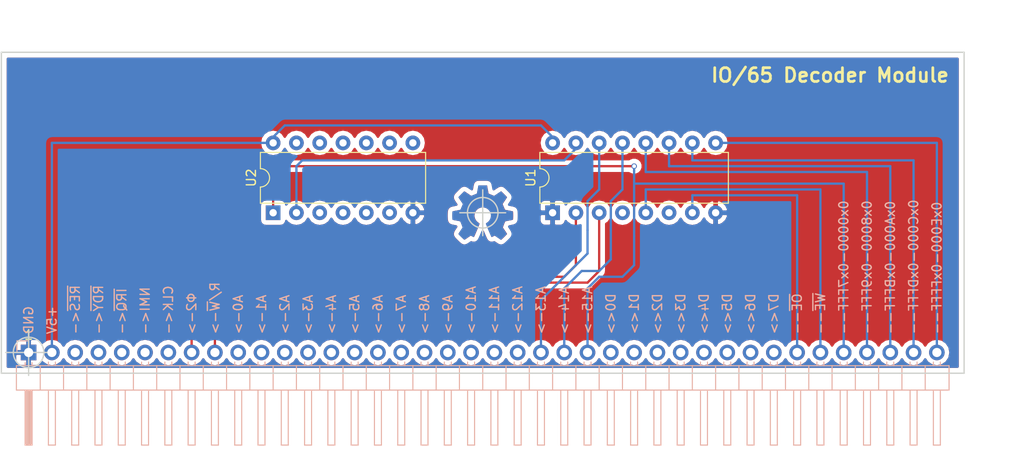
<source format=kicad_pcb>
(kicad_pcb (version 4) (host pcbnew 4.0.7)

  (general
    (links 18)
    (no_connects 0)
    (area 107.424999 84.924999 212.575001 120.075001)
    (thickness 1.6)
    (drawings 57)
    (tracks 66)
    (zones 0)
    (modules 5)
    (nets 43)
  )

  (page A4)
  (layers
    (0 F.Cu signal)
    (31 B.Cu signal)
    (32 B.Adhes user)
    (33 F.Adhes user)
    (34 B.Paste user)
    (35 F.Paste user)
    (36 B.SilkS user)
    (37 F.SilkS user)
    (38 B.Mask user)
    (39 F.Mask user)
    (40 Dwgs.User user hide)
    (41 Cmts.User user)
    (42 Eco1.User user)
    (43 Eco2.User user)
    (44 Edge.Cuts user)
    (45 Margin user)
    (46 B.CrtYd user)
    (47 F.CrtYd user)
    (48 B.Fab user)
    (49 F.Fab user)
  )

  (setup
    (last_trace_width 0.25)
    (trace_clearance 0.2)
    (zone_clearance 0.508)
    (zone_45_only yes)
    (trace_min 0.2)
    (segment_width 0.2)
    (edge_width 0.15)
    (via_size 0.6)
    (via_drill 0.4)
    (via_min_size 0.4)
    (via_min_drill 0.3)
    (uvia_size 0.3)
    (uvia_drill 0.1)
    (uvias_allowed no)
    (uvia_min_size 0.2)
    (uvia_min_drill 0.1)
    (pcb_text_width 0.3)
    (pcb_text_size 1.5 1.5)
    (mod_edge_width 0.15)
    (mod_text_size 1 1)
    (mod_text_width 0.15)
    (pad_size 1.524 1.524)
    (pad_drill 0.762)
    (pad_to_mask_clearance 0.2)
    (aux_axis_origin 160 102.5)
    (grid_origin 160 102.5)
    (visible_elements 7FFFFF7F)
    (pcbplotparams
      (layerselection 0x00030_80000001)
      (usegerberextensions false)
      (excludeedgelayer true)
      (linewidth 0.100000)
      (plotframeref false)
      (viasonmask false)
      (mode 1)
      (useauxorigin false)
      (hpglpennumber 1)
      (hpglpenspeed 20)
      (hpglpendiameter 15)
      (hpglpenoverlay 2)
      (psnegative false)
      (psa4output false)
      (plotreference true)
      (plotvalue true)
      (plotinvisibletext false)
      (padsonsilk false)
      (subtractmaskfromsilk false)
      (outputformat 1)
      (mirror false)
      (drillshape 1)
      (scaleselection 1)
      (outputdirectory ""))
  )

  (net 0 "")
  (net 1 GND)
  (net 2 VCC)
  (net 3 CLK)
  (net 4 A0)
  (net 5 A1)
  (net 6 A2)
  (net 7 A3)
  (net 8 A4)
  (net 9 A5)
  (net 10 A6)
  (net 11 A7)
  (net 12 A8)
  (net 13 A9)
  (net 14 A10)
  (net 15 A11)
  (net 16 A12)
  (net 17 A13)
  (net 18 A14)
  (net 19 A15)
  (net 20 D0)
  (net 21 D1)
  (net 22 D2)
  (net 23 D3)
  (net 24 D4)
  (net 25 D5)
  (net 26 D6)
  (net 27 D7)
  (net 28 Φ2)
  (net 29 NMI)
  (net 30 ~RES)
  (net 31 ~RDY)
  (net 32 ~IRQ)
  (net 33 R/~W)
  (net 34 OE)
  (net 35 WE)
  (net 36 CS_8000-9FFF)
  (net 37 CS_A000-BFFF)
  (net 38 CS_C000-DFFF)
  (net 39 CS_E000-FFFF)
  (net 40 "Net-(U1-Pad4)")
  (net 41 "Net-(U1-Pad6)")
  (net 42 "Net-(U1-Pad15)")

  (net_class Default "This is the default net class."
    (clearance 0.2)
    (trace_width 0.25)
    (via_dia 0.6)
    (via_drill 0.4)
    (uvia_dia 0.3)
    (uvia_drill 0.1)
    (add_net A0)
    (add_net A1)
    (add_net A10)
    (add_net A11)
    (add_net A12)
    (add_net A13)
    (add_net A14)
    (add_net A15)
    (add_net A2)
    (add_net A3)
    (add_net A4)
    (add_net A5)
    (add_net A6)
    (add_net A7)
    (add_net A8)
    (add_net A9)
    (add_net CLK)
    (add_net CS_8000-9FFF)
    (add_net CS_A000-BFFF)
    (add_net CS_C000-DFFF)
    (add_net CS_E000-FFFF)
    (add_net D0)
    (add_net D1)
    (add_net D2)
    (add_net D3)
    (add_net D4)
    (add_net D5)
    (add_net D6)
    (add_net D7)
    (add_net GND)
    (add_net NMI)
    (add_net "Net-(U1-Pad15)")
    (add_net "Net-(U1-Pad4)")
    (add_net "Net-(U1-Pad6)")
    (add_net OE)
    (add_net R/~W)
    (add_net VCC)
    (add_net WE)
    (add_net ~IRQ)
    (add_net ~RDY)
    (add_net ~RES)
    (add_net Φ2)
  )

  (module Symbols:OSHW-Symbol_6.7x6mm_Copper (layer B.Cu) (tedit 0) (tstamp 59F7AE7C)
    (at 160 102.5 180)
    (descr "Open Source Hardware Symbol")
    (tags "Logo Symbol OSHW")
    (attr virtual)
    (fp_text reference REF*** (at 0 0 180) (layer B.SilkS) hide
      (effects (font (size 1 1) (thickness 0.15)) (justify mirror))
    )
    (fp_text value OSHW-Symbol_6.7x6mm_Copper (at 0.75 0 180) (layer B.Fab) hide
      (effects (font (size 1 1) (thickness 0.15)) (justify mirror))
    )
    (fp_poly (pts (xy 0.555814 2.531069) (xy 0.639635 2.086445) (xy 0.94892 1.958947) (xy 1.258206 1.831449)
      (xy 1.629246 2.083754) (xy 1.733157 2.154004) (xy 1.827087 2.216728) (xy 1.906652 2.269062)
      (xy 1.96747 2.308143) (xy 2.005157 2.331107) (xy 2.015421 2.336058) (xy 2.03391 2.323324)
      (xy 2.07342 2.288118) (xy 2.129522 2.234938) (xy 2.197787 2.168282) (xy 2.273786 2.092646)
      (xy 2.353092 2.012528) (xy 2.431275 1.932426) (xy 2.503907 1.856836) (xy 2.566559 1.790255)
      (xy 2.614803 1.737182) (xy 2.64421 1.702113) (xy 2.651241 1.690377) (xy 2.641123 1.66874)
      (xy 2.612759 1.621338) (xy 2.569129 1.552807) (xy 2.513218 1.467785) (xy 2.448006 1.370907)
      (xy 2.410219 1.31565) (xy 2.341343 1.214752) (xy 2.28014 1.123701) (xy 2.229578 1.04703)
      (xy 2.192628 0.989272) (xy 2.172258 0.954957) (xy 2.169197 0.947746) (xy 2.176136 0.927252)
      (xy 2.195051 0.879487) (xy 2.223087 0.811168) (xy 2.257391 0.729011) (xy 2.295109 0.63973)
      (xy 2.333387 0.550042) (xy 2.36937 0.466662) (xy 2.400206 0.396306) (xy 2.423039 0.34569)
      (xy 2.435017 0.321529) (xy 2.435724 0.320578) (xy 2.454531 0.315964) (xy 2.504618 0.305672)
      (xy 2.580793 0.290713) (xy 2.677865 0.272099) (xy 2.790643 0.250841) (xy 2.856442 0.238582)
      (xy 2.97695 0.215638) (xy 3.085797 0.193805) (xy 3.177476 0.174278) (xy 3.246481 0.158252)
      (xy 3.287304 0.146921) (xy 3.295511 0.143326) (xy 3.303548 0.118994) (xy 3.310033 0.064041)
      (xy 3.31497 -0.015108) (xy 3.318364 -0.112026) (xy 3.320218 -0.220287) (xy 3.320538 -0.333465)
      (xy 3.319327 -0.445135) (xy 3.31659 -0.548868) (xy 3.312331 -0.638241) (xy 3.306555 -0.706826)
      (xy 3.299267 -0.748197) (xy 3.294895 -0.75681) (xy 3.268764 -0.767133) (xy 3.213393 -0.781892)
      (xy 3.136107 -0.799352) (xy 3.04423 -0.81778) (xy 3.012158 -0.823741) (xy 2.857524 -0.852066)
      (xy 2.735375 -0.874876) (xy 2.641673 -0.89308) (xy 2.572384 -0.907583) (xy 2.523471 -0.919292)
      (xy 2.490897 -0.929115) (xy 2.470628 -0.937956) (xy 2.458626 -0.946724) (xy 2.456947 -0.948457)
      (xy 2.440184 -0.976371) (xy 2.414614 -1.030695) (xy 2.382788 -1.104777) (xy 2.34726 -1.191965)
      (xy 2.310583 -1.285608) (xy 2.275311 -1.379052) (xy 2.243996 -1.465647) (xy 2.219193 -1.53874)
      (xy 2.203454 -1.591678) (xy 2.199332 -1.617811) (xy 2.199676 -1.618726) (xy 2.213641 -1.640086)
      (xy 2.245322 -1.687084) (xy 2.291391 -1.754827) (xy 2.348518 -1.838423) (xy 2.413373 -1.932982)
      (xy 2.431843 -1.959854) (xy 2.497699 -2.057275) (xy 2.55565 -2.146163) (xy 2.602538 -2.221412)
      (xy 2.635207 -2.27792) (xy 2.6505 -2.310581) (xy 2.651241 -2.314593) (xy 2.638392 -2.335684)
      (xy 2.602888 -2.377464) (xy 2.549293 -2.435445) (xy 2.482171 -2.505135) (xy 2.406087 -2.582045)
      (xy 2.325604 -2.661683) (xy 2.245287 -2.739561) (xy 2.169699 -2.811186) (xy 2.103405 -2.87207)
      (xy 2.050969 -2.917721) (xy 2.016955 -2.94365) (xy 2.007545 -2.947883) (xy 1.985643 -2.937912)
      (xy 1.9408 -2.91102) (xy 1.880321 -2.871736) (xy 1.833789 -2.840117) (xy 1.749475 -2.782098)
      (xy 1.649626 -2.713784) (xy 1.549473 -2.645579) (xy 1.495627 -2.609075) (xy 1.313371 -2.4858)
      (xy 1.160381 -2.56852) (xy 1.090682 -2.604759) (xy 1.031414 -2.632926) (xy 0.991311 -2.648991)
      (xy 0.981103 -2.651226) (xy 0.968829 -2.634722) (xy 0.944613 -2.588082) (xy 0.910263 -2.515609)
      (xy 0.867588 -2.421606) (xy 0.818394 -2.310374) (xy 0.76449 -2.186215) (xy 0.707684 -2.053432)
      (xy 0.649782 -1.916327) (xy 0.592593 -1.779202) (xy 0.537924 -1.646358) (xy 0.487584 -1.522098)
      (xy 0.44338 -1.410725) (xy 0.407119 -1.316539) (xy 0.380609 -1.243844) (xy 0.365658 -1.196941)
      (xy 0.363254 -1.180833) (xy 0.382311 -1.160286) (xy 0.424036 -1.126933) (xy 0.479706 -1.087702)
      (xy 0.484378 -1.084599) (xy 0.628264 -0.969423) (xy 0.744283 -0.835053) (xy 0.83143 -0.685784)
      (xy 0.888699 -0.525913) (xy 0.915086 -0.359737) (xy 0.909585 -0.191552) (xy 0.87119 -0.025655)
      (xy 0.798895 0.133658) (xy 0.777626 0.168513) (xy 0.666996 0.309263) (xy 0.536302 0.422286)
      (xy 0.390064 0.506997) (xy 0.232808 0.562806) (xy 0.069057 0.589126) (xy -0.096667 0.58537)
      (xy -0.259838 0.55095) (xy -0.415935 0.485277) (xy -0.560433 0.387765) (xy -0.605131 0.348187)
      (xy -0.718888 0.224297) (xy -0.801782 0.093876) (xy -0.858644 -0.052315) (xy -0.890313 -0.197088)
      (xy -0.898131 -0.35986) (xy -0.872062 -0.52344) (xy -0.814755 -0.682298) (xy -0.728856 -0.830906)
      (xy -0.617014 -0.963735) (xy -0.481877 -1.075256) (xy -0.464117 -1.087011) (xy -0.40785 -1.125508)
      (xy -0.365077 -1.158863) (xy -0.344628 -1.18016) (xy -0.344331 -1.180833) (xy -0.348721 -1.203871)
      (xy -0.366124 -1.256157) (xy -0.394732 -1.33339) (xy -0.432735 -1.431268) (xy -0.478326 -1.545491)
      (xy -0.529697 -1.671758) (xy -0.585038 -1.805767) (xy -0.642542 -1.943218) (xy -0.700399 -2.079808)
      (xy -0.756802 -2.211237) (xy -0.809942 -2.333205) (xy -0.85801 -2.441409) (xy -0.899199 -2.531549)
      (xy -0.931699 -2.599323) (xy -0.953703 -2.64043) (xy -0.962564 -2.651226) (xy -0.98964 -2.642819)
      (xy -1.040303 -2.620272) (xy -1.105817 -2.587613) (xy -1.141841 -2.56852) (xy -1.294832 -2.4858)
      (xy -1.477088 -2.609075) (xy -1.570125 -2.672228) (xy -1.671985 -2.741727) (xy -1.767438 -2.807165)
      (xy -1.81525 -2.840117) (xy -1.882495 -2.885273) (xy -1.939436 -2.921057) (xy -1.978646 -2.942938)
      (xy -1.991381 -2.947563) (xy -2.009917 -2.935085) (xy -2.050941 -2.900252) (xy -2.110475 -2.846678)
      (xy -2.184542 -2.777983) (xy -2.269165 -2.697781) (xy -2.322685 -2.646286) (xy -2.416319 -2.554286)
      (xy -2.497241 -2.471999) (xy -2.562177 -2.402945) (xy -2.607858 -2.350644) (xy -2.631011 -2.318616)
      (xy -2.633232 -2.312116) (xy -2.622924 -2.287394) (xy -2.594439 -2.237405) (xy -2.550937 -2.167212)
      (xy -2.495577 -2.081875) (xy -2.43152 -1.986456) (xy -2.413303 -1.959854) (xy -2.346927 -1.863167)
      (xy -2.287378 -1.776117) (xy -2.237984 -1.703595) (xy -2.202075 -1.650493) (xy -2.182981 -1.621703)
      (xy -2.181136 -1.618726) (xy -2.183895 -1.595782) (xy -2.198538 -1.545336) (xy -2.222513 -1.474041)
      (xy -2.253266 -1.388547) (xy -2.288244 -1.295507) (xy -2.324893 -1.201574) (xy -2.360661 -1.113399)
      (xy -2.392994 -1.037634) (xy -2.419338 -0.980931) (xy -2.437142 -0.949943) (xy -2.438407 -0.948457)
      (xy -2.449294 -0.939601) (xy -2.467682 -0.930843) (xy -2.497606 -0.921277) (xy -2.543103 -0.909996)
      (xy -2.608209 -0.896093) (xy -2.696961 -0.878663) (xy -2.813393 -0.856798) (xy -2.961542 -0.829591)
      (xy -2.993618 -0.823741) (xy -3.088686 -0.805374) (xy -3.171565 -0.787405) (xy -3.23493 -0.771569)
      (xy -3.271458 -0.7596) (xy -3.276356 -0.75681) (xy -3.284427 -0.732072) (xy -3.290987 -0.67679)
      (xy -3.296033 -0.597389) (xy -3.299559 -0.500296) (xy -3.301561 -0.391938) (xy -3.302036 -0.27874)
      (xy -3.300977 -0.167128) (xy -3.298382 -0.063529) (xy -3.294246 0.025632) (xy -3.288563 0.093928)
      (xy -3.281331 0.134934) (xy -3.276971 0.143326) (xy -3.252698 0.151792) (xy -3.197426 0.165565)
      (xy -3.116662 0.18345) (xy -3.015912 0.204252) (xy -2.900683 0.226777) (xy -2.837902 0.238582)
      (xy -2.718787 0.260849) (xy -2.612565 0.281021) (xy -2.524427 0.298085) (xy -2.459566 0.311031)
      (xy -2.423174 0.318845) (xy -2.417184 0.320578) (xy -2.407061 0.34011) (xy -2.385662 0.387157)
      (xy -2.355839 0.454997) (xy -2.320445 0.536909) (xy -2.282332 0.626172) (xy -2.244353 0.716065)
      (xy -2.20936 0.799865) (xy -2.180206 0.870853) (xy -2.159743 0.922306) (xy -2.150823 0.947503)
      (xy -2.150657 0.948604) (xy -2.160769 0.968481) (xy -2.189117 1.014223) (xy -2.232723 1.081283)
      (xy -2.288606 1.165116) (xy -2.353787 1.261174) (xy -2.391679 1.31635) (xy -2.460725 1.417519)
      (xy -2.52205 1.50937) (xy -2.572663 1.587256) (xy -2.609571 1.646531) (xy -2.629782 1.682549)
      (xy -2.632701 1.690623) (xy -2.620153 1.709416) (xy -2.585463 1.749543) (xy -2.533063 1.806507)
      (xy -2.467384 1.875815) (xy -2.392856 1.952969) (xy -2.313913 2.033475) (xy -2.234983 2.112837)
      (xy -2.1605 2.18656) (xy -2.094894 2.250148) (xy -2.042596 2.299106) (xy -2.008039 2.328939)
      (xy -1.996478 2.336058) (xy -1.977654 2.326047) (xy -1.932631 2.297922) (xy -1.865787 2.254546)
      (xy -1.781499 2.198782) (xy -1.684144 2.133494) (xy -1.610707 2.083754) (xy -1.239667 1.831449)
      (xy -0.621095 2.086445) (xy -0.537275 2.531069) (xy -0.453454 2.975693) (xy 0.471994 2.975693)
      (xy 0.555814 2.531069)) (layer B.Cu) (width 0.01))
  )

  (module Symbols:OSHW-Symbol_6.7x6mm_Copper (layer F.Cu) (tedit 0) (tstamp 59F86156)
    (at 160 102.5)
    (descr "Open Source Hardware Symbol")
    (tags "Logo Symbol OSHW")
    (attr virtual)
    (fp_text reference REF*** (at 0 0) (layer F.SilkS) hide
      (effects (font (size 1 1) (thickness 0.15)))
    )
    (fp_text value OSHW-Symbol_6.7x6mm_Copper (at 0.75 0) (layer F.Fab) hide
      (effects (font (size 1 1) (thickness 0.15)))
    )
    (fp_poly (pts (xy 0.555814 -2.531069) (xy 0.639635 -2.086445) (xy 0.94892 -1.958947) (xy 1.258206 -1.831449)
      (xy 1.629246 -2.083754) (xy 1.733157 -2.154004) (xy 1.827087 -2.216728) (xy 1.906652 -2.269062)
      (xy 1.96747 -2.308143) (xy 2.005157 -2.331107) (xy 2.015421 -2.336058) (xy 2.03391 -2.323324)
      (xy 2.07342 -2.288118) (xy 2.129522 -2.234938) (xy 2.197787 -2.168282) (xy 2.273786 -2.092646)
      (xy 2.353092 -2.012528) (xy 2.431275 -1.932426) (xy 2.503907 -1.856836) (xy 2.566559 -1.790255)
      (xy 2.614803 -1.737182) (xy 2.64421 -1.702113) (xy 2.651241 -1.690377) (xy 2.641123 -1.66874)
      (xy 2.612759 -1.621338) (xy 2.569129 -1.552807) (xy 2.513218 -1.467785) (xy 2.448006 -1.370907)
      (xy 2.410219 -1.31565) (xy 2.341343 -1.214752) (xy 2.28014 -1.123701) (xy 2.229578 -1.04703)
      (xy 2.192628 -0.989272) (xy 2.172258 -0.954957) (xy 2.169197 -0.947746) (xy 2.176136 -0.927252)
      (xy 2.195051 -0.879487) (xy 2.223087 -0.811168) (xy 2.257391 -0.729011) (xy 2.295109 -0.63973)
      (xy 2.333387 -0.550042) (xy 2.36937 -0.466662) (xy 2.400206 -0.396306) (xy 2.423039 -0.34569)
      (xy 2.435017 -0.321529) (xy 2.435724 -0.320578) (xy 2.454531 -0.315964) (xy 2.504618 -0.305672)
      (xy 2.580793 -0.290713) (xy 2.677865 -0.272099) (xy 2.790643 -0.250841) (xy 2.856442 -0.238582)
      (xy 2.97695 -0.215638) (xy 3.085797 -0.193805) (xy 3.177476 -0.174278) (xy 3.246481 -0.158252)
      (xy 3.287304 -0.146921) (xy 3.295511 -0.143326) (xy 3.303548 -0.118994) (xy 3.310033 -0.064041)
      (xy 3.31497 0.015108) (xy 3.318364 0.112026) (xy 3.320218 0.220287) (xy 3.320538 0.333465)
      (xy 3.319327 0.445135) (xy 3.31659 0.548868) (xy 3.312331 0.638241) (xy 3.306555 0.706826)
      (xy 3.299267 0.748197) (xy 3.294895 0.75681) (xy 3.268764 0.767133) (xy 3.213393 0.781892)
      (xy 3.136107 0.799352) (xy 3.04423 0.81778) (xy 3.012158 0.823741) (xy 2.857524 0.852066)
      (xy 2.735375 0.874876) (xy 2.641673 0.89308) (xy 2.572384 0.907583) (xy 2.523471 0.919292)
      (xy 2.490897 0.929115) (xy 2.470628 0.937956) (xy 2.458626 0.946724) (xy 2.456947 0.948457)
      (xy 2.440184 0.976371) (xy 2.414614 1.030695) (xy 2.382788 1.104777) (xy 2.34726 1.191965)
      (xy 2.310583 1.285608) (xy 2.275311 1.379052) (xy 2.243996 1.465647) (xy 2.219193 1.53874)
      (xy 2.203454 1.591678) (xy 2.199332 1.617811) (xy 2.199676 1.618726) (xy 2.213641 1.640086)
      (xy 2.245322 1.687084) (xy 2.291391 1.754827) (xy 2.348518 1.838423) (xy 2.413373 1.932982)
      (xy 2.431843 1.959854) (xy 2.497699 2.057275) (xy 2.55565 2.146163) (xy 2.602538 2.221412)
      (xy 2.635207 2.27792) (xy 2.6505 2.310581) (xy 2.651241 2.314593) (xy 2.638392 2.335684)
      (xy 2.602888 2.377464) (xy 2.549293 2.435445) (xy 2.482171 2.505135) (xy 2.406087 2.582045)
      (xy 2.325604 2.661683) (xy 2.245287 2.739561) (xy 2.169699 2.811186) (xy 2.103405 2.87207)
      (xy 2.050969 2.917721) (xy 2.016955 2.94365) (xy 2.007545 2.947883) (xy 1.985643 2.937912)
      (xy 1.9408 2.91102) (xy 1.880321 2.871736) (xy 1.833789 2.840117) (xy 1.749475 2.782098)
      (xy 1.649626 2.713784) (xy 1.549473 2.645579) (xy 1.495627 2.609075) (xy 1.313371 2.4858)
      (xy 1.160381 2.56852) (xy 1.090682 2.604759) (xy 1.031414 2.632926) (xy 0.991311 2.648991)
      (xy 0.981103 2.651226) (xy 0.968829 2.634722) (xy 0.944613 2.588082) (xy 0.910263 2.515609)
      (xy 0.867588 2.421606) (xy 0.818394 2.310374) (xy 0.76449 2.186215) (xy 0.707684 2.053432)
      (xy 0.649782 1.916327) (xy 0.592593 1.779202) (xy 0.537924 1.646358) (xy 0.487584 1.522098)
      (xy 0.44338 1.410725) (xy 0.407119 1.316539) (xy 0.380609 1.243844) (xy 0.365658 1.196941)
      (xy 0.363254 1.180833) (xy 0.382311 1.160286) (xy 0.424036 1.126933) (xy 0.479706 1.087702)
      (xy 0.484378 1.084599) (xy 0.628264 0.969423) (xy 0.744283 0.835053) (xy 0.83143 0.685784)
      (xy 0.888699 0.525913) (xy 0.915086 0.359737) (xy 0.909585 0.191552) (xy 0.87119 0.025655)
      (xy 0.798895 -0.133658) (xy 0.777626 -0.168513) (xy 0.666996 -0.309263) (xy 0.536302 -0.422286)
      (xy 0.390064 -0.506997) (xy 0.232808 -0.562806) (xy 0.069057 -0.589126) (xy -0.096667 -0.58537)
      (xy -0.259838 -0.55095) (xy -0.415935 -0.485277) (xy -0.560433 -0.387765) (xy -0.605131 -0.348187)
      (xy -0.718888 -0.224297) (xy -0.801782 -0.093876) (xy -0.858644 0.052315) (xy -0.890313 0.197088)
      (xy -0.898131 0.35986) (xy -0.872062 0.52344) (xy -0.814755 0.682298) (xy -0.728856 0.830906)
      (xy -0.617014 0.963735) (xy -0.481877 1.075256) (xy -0.464117 1.087011) (xy -0.40785 1.125508)
      (xy -0.365077 1.158863) (xy -0.344628 1.18016) (xy -0.344331 1.180833) (xy -0.348721 1.203871)
      (xy -0.366124 1.256157) (xy -0.394732 1.33339) (xy -0.432735 1.431268) (xy -0.478326 1.545491)
      (xy -0.529697 1.671758) (xy -0.585038 1.805767) (xy -0.642542 1.943218) (xy -0.700399 2.079808)
      (xy -0.756802 2.211237) (xy -0.809942 2.333205) (xy -0.85801 2.441409) (xy -0.899199 2.531549)
      (xy -0.931699 2.599323) (xy -0.953703 2.64043) (xy -0.962564 2.651226) (xy -0.98964 2.642819)
      (xy -1.040303 2.620272) (xy -1.105817 2.587613) (xy -1.141841 2.56852) (xy -1.294832 2.4858)
      (xy -1.477088 2.609075) (xy -1.570125 2.672228) (xy -1.671985 2.741727) (xy -1.767438 2.807165)
      (xy -1.81525 2.840117) (xy -1.882495 2.885273) (xy -1.939436 2.921057) (xy -1.978646 2.942938)
      (xy -1.991381 2.947563) (xy -2.009917 2.935085) (xy -2.050941 2.900252) (xy -2.110475 2.846678)
      (xy -2.184542 2.777983) (xy -2.269165 2.697781) (xy -2.322685 2.646286) (xy -2.416319 2.554286)
      (xy -2.497241 2.471999) (xy -2.562177 2.402945) (xy -2.607858 2.350644) (xy -2.631011 2.318616)
      (xy -2.633232 2.312116) (xy -2.622924 2.287394) (xy -2.594439 2.237405) (xy -2.550937 2.167212)
      (xy -2.495577 2.081875) (xy -2.43152 1.986456) (xy -2.413303 1.959854) (xy -2.346927 1.863167)
      (xy -2.287378 1.776117) (xy -2.237984 1.703595) (xy -2.202075 1.650493) (xy -2.182981 1.621703)
      (xy -2.181136 1.618726) (xy -2.183895 1.595782) (xy -2.198538 1.545336) (xy -2.222513 1.474041)
      (xy -2.253266 1.388547) (xy -2.288244 1.295507) (xy -2.324893 1.201574) (xy -2.360661 1.113399)
      (xy -2.392994 1.037634) (xy -2.419338 0.980931) (xy -2.437142 0.949943) (xy -2.438407 0.948457)
      (xy -2.449294 0.939601) (xy -2.467682 0.930843) (xy -2.497606 0.921277) (xy -2.543103 0.909996)
      (xy -2.608209 0.896093) (xy -2.696961 0.878663) (xy -2.813393 0.856798) (xy -2.961542 0.829591)
      (xy -2.993618 0.823741) (xy -3.088686 0.805374) (xy -3.171565 0.787405) (xy -3.23493 0.771569)
      (xy -3.271458 0.7596) (xy -3.276356 0.75681) (xy -3.284427 0.732072) (xy -3.290987 0.67679)
      (xy -3.296033 0.597389) (xy -3.299559 0.500296) (xy -3.301561 0.391938) (xy -3.302036 0.27874)
      (xy -3.300977 0.167128) (xy -3.298382 0.063529) (xy -3.294246 -0.025632) (xy -3.288563 -0.093928)
      (xy -3.281331 -0.134934) (xy -3.276971 -0.143326) (xy -3.252698 -0.151792) (xy -3.197426 -0.165565)
      (xy -3.116662 -0.18345) (xy -3.015912 -0.204252) (xy -2.900683 -0.226777) (xy -2.837902 -0.238582)
      (xy -2.718787 -0.260849) (xy -2.612565 -0.281021) (xy -2.524427 -0.298085) (xy -2.459566 -0.311031)
      (xy -2.423174 -0.318845) (xy -2.417184 -0.320578) (xy -2.407061 -0.34011) (xy -2.385662 -0.387157)
      (xy -2.355839 -0.454997) (xy -2.320445 -0.536909) (xy -2.282332 -0.626172) (xy -2.244353 -0.716065)
      (xy -2.20936 -0.799865) (xy -2.180206 -0.870853) (xy -2.159743 -0.922306) (xy -2.150823 -0.947503)
      (xy -2.150657 -0.948604) (xy -2.160769 -0.968481) (xy -2.189117 -1.014223) (xy -2.232723 -1.081283)
      (xy -2.288606 -1.165116) (xy -2.353787 -1.261174) (xy -2.391679 -1.31635) (xy -2.460725 -1.417519)
      (xy -2.52205 -1.50937) (xy -2.572663 -1.587256) (xy -2.609571 -1.646531) (xy -2.629782 -1.682549)
      (xy -2.632701 -1.690623) (xy -2.620153 -1.709416) (xy -2.585463 -1.749543) (xy -2.533063 -1.806507)
      (xy -2.467384 -1.875815) (xy -2.392856 -1.952969) (xy -2.313913 -2.033475) (xy -2.234983 -2.112837)
      (xy -2.1605 -2.18656) (xy -2.094894 -2.250148) (xy -2.042596 -2.299106) (xy -2.008039 -2.328939)
      (xy -1.996478 -2.336058) (xy -1.977654 -2.326047) (xy -1.932631 -2.297922) (xy -1.865787 -2.254546)
      (xy -1.781499 -2.198782) (xy -1.684144 -2.133494) (xy -1.610707 -2.083754) (xy -1.239667 -1.831449)
      (xy -0.621095 -2.086445) (xy -0.537275 -2.531069) (xy -0.453454 -2.975693) (xy 0.471994 -2.975693)
      (xy 0.555814 -2.531069)) (layer F.Cu) (width 0.01))
  )

  (module Pin_Headers:Pin_Header_Angled_1x40_Pitch2.54mm (layer B.Cu) (tedit 59F8FD28) (tstamp 59F84D1B)
    (at 110.47 117.74 270)
    (descr "Through hole angled pin header, 1x40, 2.54mm pitch, 6mm pin length, single row")
    (tags "Through hole angled pin header THT 1x40 2.54mm single row")
    (path /59F6FE15)
    (fp_text reference J1 (at 4.385 2.27 270) (layer B.SilkS) hide
      (effects (font (size 1 1) (thickness 0.15)) (justify mirror))
    )
    (fp_text value Header (at 4.385 -101.33 270) (layer B.Fab) hide
      (effects (font (size 1 1) (thickness 0.15)) (justify mirror))
    )
    (fp_line (start 2.135 1.27) (end 4.04 1.27) (layer B.Fab) (width 0.1))
    (fp_line (start 4.04 1.27) (end 4.04 -100.33) (layer B.Fab) (width 0.1))
    (fp_line (start 4.04 -100.33) (end 1.5 -100.33) (layer B.Fab) (width 0.1))
    (fp_line (start 1.5 -100.33) (end 1.5 0.635) (layer B.Fab) (width 0.1))
    (fp_line (start 1.5 0.635) (end 2.135 1.27) (layer B.Fab) (width 0.1))
    (fp_line (start -0.32 0.32) (end 1.5 0.32) (layer B.Fab) (width 0.1))
    (fp_line (start -0.32 0.32) (end -0.32 -0.32) (layer B.Fab) (width 0.1))
    (fp_line (start -0.32 -0.32) (end 1.5 -0.32) (layer B.Fab) (width 0.1))
    (fp_line (start 4.04 0.32) (end 10.04 0.32) (layer B.Fab) (width 0.1))
    (fp_line (start 10.04 0.32) (end 10.04 -0.32) (layer B.Fab) (width 0.1))
    (fp_line (start 4.04 -0.32) (end 10.04 -0.32) (layer B.Fab) (width 0.1))
    (fp_line (start -0.32 -2.22) (end 1.5 -2.22) (layer B.Fab) (width 0.1))
    (fp_line (start -0.32 -2.22) (end -0.32 -2.86) (layer B.Fab) (width 0.1))
    (fp_line (start -0.32 -2.86) (end 1.5 -2.86) (layer B.Fab) (width 0.1))
    (fp_line (start 4.04 -2.22) (end 10.04 -2.22) (layer B.Fab) (width 0.1))
    (fp_line (start 10.04 -2.22) (end 10.04 -2.86) (layer B.Fab) (width 0.1))
    (fp_line (start 4.04 -2.86) (end 10.04 -2.86) (layer B.Fab) (width 0.1))
    (fp_line (start -0.32 -4.76) (end 1.5 -4.76) (layer B.Fab) (width 0.1))
    (fp_line (start -0.32 -4.76) (end -0.32 -5.4) (layer B.Fab) (width 0.1))
    (fp_line (start -0.32 -5.4) (end 1.5 -5.4) (layer B.Fab) (width 0.1))
    (fp_line (start 4.04 -4.76) (end 10.04 -4.76) (layer B.Fab) (width 0.1))
    (fp_line (start 10.04 -4.76) (end 10.04 -5.4) (layer B.Fab) (width 0.1))
    (fp_line (start 4.04 -5.4) (end 10.04 -5.4) (layer B.Fab) (width 0.1))
    (fp_line (start -0.32 -7.3) (end 1.5 -7.3) (layer B.Fab) (width 0.1))
    (fp_line (start -0.32 -7.3) (end -0.32 -7.94) (layer B.Fab) (width 0.1))
    (fp_line (start -0.32 -7.94) (end 1.5 -7.94) (layer B.Fab) (width 0.1))
    (fp_line (start 4.04 -7.3) (end 10.04 -7.3) (layer B.Fab) (width 0.1))
    (fp_line (start 10.04 -7.3) (end 10.04 -7.94) (layer B.Fab) (width 0.1))
    (fp_line (start 4.04 -7.94) (end 10.04 -7.94) (layer B.Fab) (width 0.1))
    (fp_line (start -0.32 -9.84) (end 1.5 -9.84) (layer B.Fab) (width 0.1))
    (fp_line (start -0.32 -9.84) (end -0.32 -10.48) (layer B.Fab) (width 0.1))
    (fp_line (start -0.32 -10.48) (end 1.5 -10.48) (layer B.Fab) (width 0.1))
    (fp_line (start 4.04 -9.84) (end 10.04 -9.84) (layer B.Fab) (width 0.1))
    (fp_line (start 10.04 -9.84) (end 10.04 -10.48) (layer B.Fab) (width 0.1))
    (fp_line (start 4.04 -10.48) (end 10.04 -10.48) (layer B.Fab) (width 0.1))
    (fp_line (start -0.32 -12.38) (end 1.5 -12.38) (layer B.Fab) (width 0.1))
    (fp_line (start -0.32 -12.38) (end -0.32 -13.02) (layer B.Fab) (width 0.1))
    (fp_line (start -0.32 -13.02) (end 1.5 -13.02) (layer B.Fab) (width 0.1))
    (fp_line (start 4.04 -12.38) (end 10.04 -12.38) (layer B.Fab) (width 0.1))
    (fp_line (start 10.04 -12.38) (end 10.04 -13.02) (layer B.Fab) (width 0.1))
    (fp_line (start 4.04 -13.02) (end 10.04 -13.02) (layer B.Fab) (width 0.1))
    (fp_line (start -0.32 -14.92) (end 1.5 -14.92) (layer B.Fab) (width 0.1))
    (fp_line (start -0.32 -14.92) (end -0.32 -15.56) (layer B.Fab) (width 0.1))
    (fp_line (start -0.32 -15.56) (end 1.5 -15.56) (layer B.Fab) (width 0.1))
    (fp_line (start 4.04 -14.92) (end 10.04 -14.92) (layer B.Fab) (width 0.1))
    (fp_line (start 10.04 -14.92) (end 10.04 -15.56) (layer B.Fab) (width 0.1))
    (fp_line (start 4.04 -15.56) (end 10.04 -15.56) (layer B.Fab) (width 0.1))
    (fp_line (start -0.32 -17.46) (end 1.5 -17.46) (layer B.Fab) (width 0.1))
    (fp_line (start -0.32 -17.46) (end -0.32 -18.1) (layer B.Fab) (width 0.1))
    (fp_line (start -0.32 -18.1) (end 1.5 -18.1) (layer B.Fab) (width 0.1))
    (fp_line (start 4.04 -17.46) (end 10.04 -17.46) (layer B.Fab) (width 0.1))
    (fp_line (start 10.04 -17.46) (end 10.04 -18.1) (layer B.Fab) (width 0.1))
    (fp_line (start 4.04 -18.1) (end 10.04 -18.1) (layer B.Fab) (width 0.1))
    (fp_line (start -0.32 -20) (end 1.5 -20) (layer B.Fab) (width 0.1))
    (fp_line (start -0.32 -20) (end -0.32 -20.64) (layer B.Fab) (width 0.1))
    (fp_line (start -0.32 -20.64) (end 1.5 -20.64) (layer B.Fab) (width 0.1))
    (fp_line (start 4.04 -20) (end 10.04 -20) (layer B.Fab) (width 0.1))
    (fp_line (start 10.04 -20) (end 10.04 -20.64) (layer B.Fab) (width 0.1))
    (fp_line (start 4.04 -20.64) (end 10.04 -20.64) (layer B.Fab) (width 0.1))
    (fp_line (start -0.32 -22.54) (end 1.5 -22.54) (layer B.Fab) (width 0.1))
    (fp_line (start -0.32 -22.54) (end -0.32 -23.18) (layer B.Fab) (width 0.1))
    (fp_line (start -0.32 -23.18) (end 1.5 -23.18) (layer B.Fab) (width 0.1))
    (fp_line (start 4.04 -22.54) (end 10.04 -22.54) (layer B.Fab) (width 0.1))
    (fp_line (start 10.04 -22.54) (end 10.04 -23.18) (layer B.Fab) (width 0.1))
    (fp_line (start 4.04 -23.18) (end 10.04 -23.18) (layer B.Fab) (width 0.1))
    (fp_line (start -0.32 -25.08) (end 1.5 -25.08) (layer B.Fab) (width 0.1))
    (fp_line (start -0.32 -25.08) (end -0.32 -25.72) (layer B.Fab) (width 0.1))
    (fp_line (start -0.32 -25.72) (end 1.5 -25.72) (layer B.Fab) (width 0.1))
    (fp_line (start 4.04 -25.08) (end 10.04 -25.08) (layer B.Fab) (width 0.1))
    (fp_line (start 10.04 -25.08) (end 10.04 -25.72) (layer B.Fab) (width 0.1))
    (fp_line (start 4.04 -25.72) (end 10.04 -25.72) (layer B.Fab) (width 0.1))
    (fp_line (start -0.32 -27.62) (end 1.5 -27.62) (layer B.Fab) (width 0.1))
    (fp_line (start -0.32 -27.62) (end -0.32 -28.26) (layer B.Fab) (width 0.1))
    (fp_line (start -0.32 -28.26) (end 1.5 -28.26) (layer B.Fab) (width 0.1))
    (fp_line (start 4.04 -27.62) (end 10.04 -27.62) (layer B.Fab) (width 0.1))
    (fp_line (start 10.04 -27.62) (end 10.04 -28.26) (layer B.Fab) (width 0.1))
    (fp_line (start 4.04 -28.26) (end 10.04 -28.26) (layer B.Fab) (width 0.1))
    (fp_line (start -0.32 -30.16) (end 1.5 -30.16) (layer B.Fab) (width 0.1))
    (fp_line (start -0.32 -30.16) (end -0.32 -30.8) (layer B.Fab) (width 0.1))
    (fp_line (start -0.32 -30.8) (end 1.5 -30.8) (layer B.Fab) (width 0.1))
    (fp_line (start 4.04 -30.16) (end 10.04 -30.16) (layer B.Fab) (width 0.1))
    (fp_line (start 10.04 -30.16) (end 10.04 -30.8) (layer B.Fab) (width 0.1))
    (fp_line (start 4.04 -30.8) (end 10.04 -30.8) (layer B.Fab) (width 0.1))
    (fp_line (start -0.32 -32.7) (end 1.5 -32.7) (layer B.Fab) (width 0.1))
    (fp_line (start -0.32 -32.7) (end -0.32 -33.34) (layer B.Fab) (width 0.1))
    (fp_line (start -0.32 -33.34) (end 1.5 -33.34) (layer B.Fab) (width 0.1))
    (fp_line (start 4.04 -32.7) (end 10.04 -32.7) (layer B.Fab) (width 0.1))
    (fp_line (start 10.04 -32.7) (end 10.04 -33.34) (layer B.Fab) (width 0.1))
    (fp_line (start 4.04 -33.34) (end 10.04 -33.34) (layer B.Fab) (width 0.1))
    (fp_line (start -0.32 -35.24) (end 1.5 -35.24) (layer B.Fab) (width 0.1))
    (fp_line (start -0.32 -35.24) (end -0.32 -35.88) (layer B.Fab) (width 0.1))
    (fp_line (start -0.32 -35.88) (end 1.5 -35.88) (layer B.Fab) (width 0.1))
    (fp_line (start 4.04 -35.24) (end 10.04 -35.24) (layer B.Fab) (width 0.1))
    (fp_line (start 10.04 -35.24) (end 10.04 -35.88) (layer B.Fab) (width 0.1))
    (fp_line (start 4.04 -35.88) (end 10.04 -35.88) (layer B.Fab) (width 0.1))
    (fp_line (start -0.32 -37.78) (end 1.5 -37.78) (layer B.Fab) (width 0.1))
    (fp_line (start -0.32 -37.78) (end -0.32 -38.42) (layer B.Fab) (width 0.1))
    (fp_line (start -0.32 -38.42) (end 1.5 -38.42) (layer B.Fab) (width 0.1))
    (fp_line (start 4.04 -37.78) (end 10.04 -37.78) (layer B.Fab) (width 0.1))
    (fp_line (start 10.04 -37.78) (end 10.04 -38.42) (layer B.Fab) (width 0.1))
    (fp_line (start 4.04 -38.42) (end 10.04 -38.42) (layer B.Fab) (width 0.1))
    (fp_line (start -0.32 -40.32) (end 1.5 -40.32) (layer B.Fab) (width 0.1))
    (fp_line (start -0.32 -40.32) (end -0.32 -40.96) (layer B.Fab) (width 0.1))
    (fp_line (start -0.32 -40.96) (end 1.5 -40.96) (layer B.Fab) (width 0.1))
    (fp_line (start 4.04 -40.32) (end 10.04 -40.32) (layer B.Fab) (width 0.1))
    (fp_line (start 10.04 -40.32) (end 10.04 -40.96) (layer B.Fab) (width 0.1))
    (fp_line (start 4.04 -40.96) (end 10.04 -40.96) (layer B.Fab) (width 0.1))
    (fp_line (start -0.32 -42.86) (end 1.5 -42.86) (layer B.Fab) (width 0.1))
    (fp_line (start -0.32 -42.86) (end -0.32 -43.5) (layer B.Fab) (width 0.1))
    (fp_line (start -0.32 -43.5) (end 1.5 -43.5) (layer B.Fab) (width 0.1))
    (fp_line (start 4.04 -42.86) (end 10.04 -42.86) (layer B.Fab) (width 0.1))
    (fp_line (start 10.04 -42.86) (end 10.04 -43.5) (layer B.Fab) (width 0.1))
    (fp_line (start 4.04 -43.5) (end 10.04 -43.5) (layer B.Fab) (width 0.1))
    (fp_line (start -0.32 -45.4) (end 1.5 -45.4) (layer B.Fab) (width 0.1))
    (fp_line (start -0.32 -45.4) (end -0.32 -46.04) (layer B.Fab) (width 0.1))
    (fp_line (start -0.32 -46.04) (end 1.5 -46.04) (layer B.Fab) (width 0.1))
    (fp_line (start 4.04 -45.4) (end 10.04 -45.4) (layer B.Fab) (width 0.1))
    (fp_line (start 10.04 -45.4) (end 10.04 -46.04) (layer B.Fab) (width 0.1))
    (fp_line (start 4.04 -46.04) (end 10.04 -46.04) (layer B.Fab) (width 0.1))
    (fp_line (start -0.32 -47.94) (end 1.5 -47.94) (layer B.Fab) (width 0.1))
    (fp_line (start -0.32 -47.94) (end -0.32 -48.58) (layer B.Fab) (width 0.1))
    (fp_line (start -0.32 -48.58) (end 1.5 -48.58) (layer B.Fab) (width 0.1))
    (fp_line (start 4.04 -47.94) (end 10.04 -47.94) (layer B.Fab) (width 0.1))
    (fp_line (start 10.04 -47.94) (end 10.04 -48.58) (layer B.Fab) (width 0.1))
    (fp_line (start 4.04 -48.58) (end 10.04 -48.58) (layer B.Fab) (width 0.1))
    (fp_line (start -0.32 -50.48) (end 1.5 -50.48) (layer B.Fab) (width 0.1))
    (fp_line (start -0.32 -50.48) (end -0.32 -51.12) (layer B.Fab) (width 0.1))
    (fp_line (start -0.32 -51.12) (end 1.5 -51.12) (layer B.Fab) (width 0.1))
    (fp_line (start 4.04 -50.48) (end 10.04 -50.48) (layer B.Fab) (width 0.1))
    (fp_line (start 10.04 -50.48) (end 10.04 -51.12) (layer B.Fab) (width 0.1))
    (fp_line (start 4.04 -51.12) (end 10.04 -51.12) (layer B.Fab) (width 0.1))
    (fp_line (start -0.32 -53.02) (end 1.5 -53.02) (layer B.Fab) (width 0.1))
    (fp_line (start -0.32 -53.02) (end -0.32 -53.66) (layer B.Fab) (width 0.1))
    (fp_line (start -0.32 -53.66) (end 1.5 -53.66) (layer B.Fab) (width 0.1))
    (fp_line (start 4.04 -53.02) (end 10.04 -53.02) (layer B.Fab) (width 0.1))
    (fp_line (start 10.04 -53.02) (end 10.04 -53.66) (layer B.Fab) (width 0.1))
    (fp_line (start 4.04 -53.66) (end 10.04 -53.66) (layer B.Fab) (width 0.1))
    (fp_line (start -0.32 -55.56) (end 1.5 -55.56) (layer B.Fab) (width 0.1))
    (fp_line (start -0.32 -55.56) (end -0.32 -56.2) (layer B.Fab) (width 0.1))
    (fp_line (start -0.32 -56.2) (end 1.5 -56.2) (layer B.Fab) (width 0.1))
    (fp_line (start 4.04 -55.56) (end 10.04 -55.56) (layer B.Fab) (width 0.1))
    (fp_line (start 10.04 -55.56) (end 10.04 -56.2) (layer B.Fab) (width 0.1))
    (fp_line (start 4.04 -56.2) (end 10.04 -56.2) (layer B.Fab) (width 0.1))
    (fp_line (start -0.32 -58.1) (end 1.5 -58.1) (layer B.Fab) (width 0.1))
    (fp_line (start -0.32 -58.1) (end -0.32 -58.74) (layer B.Fab) (width 0.1))
    (fp_line (start -0.32 -58.74) (end 1.5 -58.74) (layer B.Fab) (width 0.1))
    (fp_line (start 4.04 -58.1) (end 10.04 -58.1) (layer B.Fab) (width 0.1))
    (fp_line (start 10.04 -58.1) (end 10.04 -58.74) (layer B.Fab) (width 0.1))
    (fp_line (start 4.04 -58.74) (end 10.04 -58.74) (layer B.Fab) (width 0.1))
    (fp_line (start -0.32 -60.64) (end 1.5 -60.64) (layer B.Fab) (width 0.1))
    (fp_line (start -0.32 -60.64) (end -0.32 -61.28) (layer B.Fab) (width 0.1))
    (fp_line (start -0.32 -61.28) (end 1.5 -61.28) (layer B.Fab) (width 0.1))
    (fp_line (start 4.04 -60.64) (end 10.04 -60.64) (layer B.Fab) (width 0.1))
    (fp_line (start 10.04 -60.64) (end 10.04 -61.28) (layer B.Fab) (width 0.1))
    (fp_line (start 4.04 -61.28) (end 10.04 -61.28) (layer B.Fab) (width 0.1))
    (fp_line (start -0.32 -63.18) (end 1.5 -63.18) (layer B.Fab) (width 0.1))
    (fp_line (start -0.32 -63.18) (end -0.32 -63.82) (layer B.Fab) (width 0.1))
    (fp_line (start -0.32 -63.82) (end 1.5 -63.82) (layer B.Fab) (width 0.1))
    (fp_line (start 4.04 -63.18) (end 10.04 -63.18) (layer B.Fab) (width 0.1))
    (fp_line (start 10.04 -63.18) (end 10.04 -63.82) (layer B.Fab) (width 0.1))
    (fp_line (start 4.04 -63.82) (end 10.04 -63.82) (layer B.Fab) (width 0.1))
    (fp_line (start -0.32 -65.72) (end 1.5 -65.72) (layer B.Fab) (width 0.1))
    (fp_line (start -0.32 -65.72) (end -0.32 -66.36) (layer B.Fab) (width 0.1))
    (fp_line (start -0.32 -66.36) (end 1.5 -66.36) (layer B.Fab) (width 0.1))
    (fp_line (start 4.04 -65.72) (end 10.04 -65.72) (layer B.Fab) (width 0.1))
    (fp_line (start 10.04 -65.72) (end 10.04 -66.36) (layer B.Fab) (width 0.1))
    (fp_line (start 4.04 -66.36) (end 10.04 -66.36) (layer B.Fab) (width 0.1))
    (fp_line (start -0.32 -68.26) (end 1.5 -68.26) (layer B.Fab) (width 0.1))
    (fp_line (start -0.32 -68.26) (end -0.32 -68.9) (layer B.Fab) (width 0.1))
    (fp_line (start -0.32 -68.9) (end 1.5 -68.9) (layer B.Fab) (width 0.1))
    (fp_line (start 4.04 -68.26) (end 10.04 -68.26) (layer B.Fab) (width 0.1))
    (fp_line (start 10.04 -68.26) (end 10.04 -68.9) (layer B.Fab) (width 0.1))
    (fp_line (start 4.04 -68.9) (end 10.04 -68.9) (layer B.Fab) (width 0.1))
    (fp_line (start -0.32 -70.8) (end 1.5 -70.8) (layer B.Fab) (width 0.1))
    (fp_line (start -0.32 -70.8) (end -0.32 -71.44) (layer B.Fab) (width 0.1))
    (fp_line (start -0.32 -71.44) (end 1.5 -71.44) (layer B.Fab) (width 0.1))
    (fp_line (start 4.04 -70.8) (end 10.04 -70.8) (layer B.Fab) (width 0.1))
    (fp_line (start 10.04 -70.8) (end 10.04 -71.44) (layer B.Fab) (width 0.1))
    (fp_line (start 4.04 -71.44) (end 10.04 -71.44) (layer B.Fab) (width 0.1))
    (fp_line (start -0.32 -73.34) (end 1.5 -73.34) (layer B.Fab) (width 0.1))
    (fp_line (start -0.32 -73.34) (end -0.32 -73.98) (layer B.Fab) (width 0.1))
    (fp_line (start -0.32 -73.98) (end 1.5 -73.98) (layer B.Fab) (width 0.1))
    (fp_line (start 4.04 -73.34) (end 10.04 -73.34) (layer B.Fab) (width 0.1))
    (fp_line (start 10.04 -73.34) (end 10.04 -73.98) (layer B.Fab) (width 0.1))
    (fp_line (start 4.04 -73.98) (end 10.04 -73.98) (layer B.Fab) (width 0.1))
    (fp_line (start -0.32 -75.88) (end 1.5 -75.88) (layer B.Fab) (width 0.1))
    (fp_line (start -0.32 -75.88) (end -0.32 -76.52) (layer B.Fab) (width 0.1))
    (fp_line (start -0.32 -76.52) (end 1.5 -76.52) (layer B.Fab) (width 0.1))
    (fp_line (start 4.04 -75.88) (end 10.04 -75.88) (layer B.Fab) (width 0.1))
    (fp_line (start 10.04 -75.88) (end 10.04 -76.52) (layer B.Fab) (width 0.1))
    (fp_line (start 4.04 -76.52) (end 10.04 -76.52) (layer B.Fab) (width 0.1))
    (fp_line (start -0.32 -78.42) (end 1.5 -78.42) (layer B.Fab) (width 0.1))
    (fp_line (start -0.32 -78.42) (end -0.32 -79.06) (layer B.Fab) (width 0.1))
    (fp_line (start -0.32 -79.06) (end 1.5 -79.06) (layer B.Fab) (width 0.1))
    (fp_line (start 4.04 -78.42) (end 10.04 -78.42) (layer B.Fab) (width 0.1))
    (fp_line (start 10.04 -78.42) (end 10.04 -79.06) (layer B.Fab) (width 0.1))
    (fp_line (start 4.04 -79.06) (end 10.04 -79.06) (layer B.Fab) (width 0.1))
    (fp_line (start -0.32 -80.96) (end 1.5 -80.96) (layer B.Fab) (width 0.1))
    (fp_line (start -0.32 -80.96) (end -0.32 -81.6) (layer B.Fab) (width 0.1))
    (fp_line (start -0.32 -81.6) (end 1.5 -81.6) (layer B.Fab) (width 0.1))
    (fp_line (start 4.04 -80.96) (end 10.04 -80.96) (layer B.Fab) (width 0.1))
    (fp_line (start 10.04 -80.96) (end 10.04 -81.6) (layer B.Fab) (width 0.1))
    (fp_line (start 4.04 -81.6) (end 10.04 -81.6) (layer B.Fab) (width 0.1))
    (fp_line (start -0.32 -83.5) (end 1.5 -83.5) (layer B.Fab) (width 0.1))
    (fp_line (start -0.32 -83.5) (end -0.32 -84.14) (layer B.Fab) (width 0.1))
    (fp_line (start -0.32 -84.14) (end 1.5 -84.14) (layer B.Fab) (width 0.1))
    (fp_line (start 4.04 -83.5) (end 10.04 -83.5) (layer B.Fab) (width 0.1))
    (fp_line (start 10.04 -83.5) (end 10.04 -84.14) (layer B.Fab) (width 0.1))
    (fp_line (start 4.04 -84.14) (end 10.04 -84.14) (layer B.Fab) (width 0.1))
    (fp_line (start -0.32 -86.04) (end 1.5 -86.04) (layer B.Fab) (width 0.1))
    (fp_line (start -0.32 -86.04) (end -0.32 -86.68) (layer B.Fab) (width 0.1))
    (fp_line (start -0.32 -86.68) (end 1.5 -86.68) (layer B.Fab) (width 0.1))
    (fp_line (start 4.04 -86.04) (end 10.04 -86.04) (layer B.Fab) (width 0.1))
    (fp_line (start 10.04 -86.04) (end 10.04 -86.68) (layer B.Fab) (width 0.1))
    (fp_line (start 4.04 -86.68) (end 10.04 -86.68) (layer B.Fab) (width 0.1))
    (fp_line (start -0.32 -88.58) (end 1.5 -88.58) (layer B.Fab) (width 0.1))
    (fp_line (start -0.32 -88.58) (end -0.32 -89.22) (layer B.Fab) (width 0.1))
    (fp_line (start -0.32 -89.22) (end 1.5 -89.22) (layer B.Fab) (width 0.1))
    (fp_line (start 4.04 -88.58) (end 10.04 -88.58) (layer B.Fab) (width 0.1))
    (fp_line (start 10.04 -88.58) (end 10.04 -89.22) (layer B.Fab) (width 0.1))
    (fp_line (start 4.04 -89.22) (end 10.04 -89.22) (layer B.Fab) (width 0.1))
    (fp_line (start -0.32 -91.12) (end 1.5 -91.12) (layer B.Fab) (width 0.1))
    (fp_line (start -0.32 -91.12) (end -0.32 -91.76) (layer B.Fab) (width 0.1))
    (fp_line (start -0.32 -91.76) (end 1.5 -91.76) (layer B.Fab) (width 0.1))
    (fp_line (start 4.04 -91.12) (end 10.04 -91.12) (layer B.Fab) (width 0.1))
    (fp_line (start 10.04 -91.12) (end 10.04 -91.76) (layer B.Fab) (width 0.1))
    (fp_line (start 4.04 -91.76) (end 10.04 -91.76) (layer B.Fab) (width 0.1))
    (fp_line (start -0.32 -93.66) (end 1.5 -93.66) (layer B.Fab) (width 0.1))
    (fp_line (start -0.32 -93.66) (end -0.32 -94.3) (layer B.Fab) (width 0.1))
    (fp_line (start -0.32 -94.3) (end 1.5 -94.3) (layer B.Fab) (width 0.1))
    (fp_line (start 4.04 -93.66) (end 10.04 -93.66) (layer B.Fab) (width 0.1))
    (fp_line (start 10.04 -93.66) (end 10.04 -94.3) (layer B.Fab) (width 0.1))
    (fp_line (start 4.04 -94.3) (end 10.04 -94.3) (layer B.Fab) (width 0.1))
    (fp_line (start -0.32 -96.2) (end 1.5 -96.2) (layer B.Fab) (width 0.1))
    (fp_line (start -0.32 -96.2) (end -0.32 -96.84) (layer B.Fab) (width 0.1))
    (fp_line (start -0.32 -96.84) (end 1.5 -96.84) (layer B.Fab) (width 0.1))
    (fp_line (start 4.04 -96.2) (end 10.04 -96.2) (layer B.Fab) (width 0.1))
    (fp_line (start 10.04 -96.2) (end 10.04 -96.84) (layer B.Fab) (width 0.1))
    (fp_line (start 4.04 -96.84) (end 10.04 -96.84) (layer B.Fab) (width 0.1))
    (fp_line (start -0.32 -98.74) (end 1.5 -98.74) (layer B.Fab) (width 0.1))
    (fp_line (start -0.32 -98.74) (end -0.32 -99.38) (layer B.Fab) (width 0.1))
    (fp_line (start -0.32 -99.38) (end 1.5 -99.38) (layer B.Fab) (width 0.1))
    (fp_line (start 4.04 -98.74) (end 10.04 -98.74) (layer B.Fab) (width 0.1))
    (fp_line (start 10.04 -98.74) (end 10.04 -99.38) (layer B.Fab) (width 0.1))
    (fp_line (start 4.04 -99.38) (end 10.04 -99.38) (layer B.Fab) (width 0.1))
    (fp_line (start 1.44 1.33) (end 1.44 -100.39) (layer B.SilkS) (width 0.12))
    (fp_line (start 1.44 -100.39) (end 4.1 -100.39) (layer B.SilkS) (width 0.12))
    (fp_line (start 4.1 -100.39) (end 4.1 1.33) (layer B.SilkS) (width 0.12))
    (fp_line (start 4.1 1.33) (end 1.44 1.33) (layer B.SilkS) (width 0.12))
    (fp_line (start 4.1 0.38) (end 10.1 0.38) (layer B.SilkS) (width 0.12))
    (fp_line (start 10.1 0.38) (end 10.1 -0.38) (layer B.SilkS) (width 0.12))
    (fp_line (start 10.1 -0.38) (end 4.1 -0.38) (layer B.SilkS) (width 0.12))
    (fp_line (start 4.1 0.32) (end 10.1 0.32) (layer B.SilkS) (width 0.12))
    (fp_line (start 4.1 0.2) (end 10.1 0.2) (layer B.SilkS) (width 0.12))
    (fp_line (start 4.1 0.08) (end 10.1 0.08) (layer B.SilkS) (width 0.12))
    (fp_line (start 4.1 -0.04) (end 10.1 -0.04) (layer B.SilkS) (width 0.12))
    (fp_line (start 4.1 -0.16) (end 10.1 -0.16) (layer B.SilkS) (width 0.12))
    (fp_line (start 4.1 -0.28) (end 10.1 -0.28) (layer B.SilkS) (width 0.12))
    (fp_line (start 1.11 0.38) (end 1.44 0.38) (layer B.SilkS) (width 0.12))
    (fp_line (start 1.11 -0.38) (end 1.44 -0.38) (layer B.SilkS) (width 0.12))
    (fp_line (start 1.44 -1.27) (end 4.1 -1.27) (layer B.SilkS) (width 0.12))
    (fp_line (start 4.1 -2.16) (end 10.1 -2.16) (layer B.SilkS) (width 0.12))
    (fp_line (start 10.1 -2.16) (end 10.1 -2.92) (layer B.SilkS) (width 0.12))
    (fp_line (start 10.1 -2.92) (end 4.1 -2.92) (layer B.SilkS) (width 0.12))
    (fp_line (start 1.042929 -2.16) (end 1.44 -2.16) (layer B.SilkS) (width 0.12))
    (fp_line (start 1.042929 -2.92) (end 1.44 -2.92) (layer B.SilkS) (width 0.12))
    (fp_line (start 1.44 -3.81) (end 4.1 -3.81) (layer B.SilkS) (width 0.12))
    (fp_line (start 4.1 -4.7) (end 10.1 -4.7) (layer B.SilkS) (width 0.12))
    (fp_line (start 10.1 -4.7) (end 10.1 -5.46) (layer B.SilkS) (width 0.12))
    (fp_line (start 10.1 -5.46) (end 4.1 -5.46) (layer B.SilkS) (width 0.12))
    (fp_line (start 1.042929 -4.7) (end 1.44 -4.7) (layer B.SilkS) (width 0.12))
    (fp_line (start 1.042929 -5.46) (end 1.44 -5.46) (layer B.SilkS) (width 0.12))
    (fp_line (start 1.44 -6.35) (end 4.1 -6.35) (layer B.SilkS) (width 0.12))
    (fp_line (start 4.1 -7.24) (end 10.1 -7.24) (layer B.SilkS) (width 0.12))
    (fp_line (start 10.1 -7.24) (end 10.1 -8) (layer B.SilkS) (width 0.12))
    (fp_line (start 10.1 -8) (end 4.1 -8) (layer B.SilkS) (width 0.12))
    (fp_line (start 1.042929 -7.24) (end 1.44 -7.24) (layer B.SilkS) (width 0.12))
    (fp_line (start 1.042929 -8) (end 1.44 -8) (layer B.SilkS) (width 0.12))
    (fp_line (start 1.44 -8.89) (end 4.1 -8.89) (layer B.SilkS) (width 0.12))
    (fp_line (start 4.1 -9.78) (end 10.1 -9.78) (layer B.SilkS) (width 0.12))
    (fp_line (start 10.1 -9.78) (end 10.1 -10.54) (layer B.SilkS) (width 0.12))
    (fp_line (start 10.1 -10.54) (end 4.1 -10.54) (layer B.SilkS) (width 0.12))
    (fp_line (start 1.042929 -9.78) (end 1.44 -9.78) (layer B.SilkS) (width 0.12))
    (fp_line (start 1.042929 -10.54) (end 1.44 -10.54) (layer B.SilkS) (width 0.12))
    (fp_line (start 1.44 -11.43) (end 4.1 -11.43) (layer B.SilkS) (width 0.12))
    (fp_line (start 4.1 -12.32) (end 10.1 -12.32) (layer B.SilkS) (width 0.12))
    (fp_line (start 10.1 -12.32) (end 10.1 -13.08) (layer B.SilkS) (width 0.12))
    (fp_line (start 10.1 -13.08) (end 4.1 -13.08) (layer B.SilkS) (width 0.12))
    (fp_line (start 1.042929 -12.32) (end 1.44 -12.32) (layer B.SilkS) (width 0.12))
    (fp_line (start 1.042929 -13.08) (end 1.44 -13.08) (layer B.SilkS) (width 0.12))
    (fp_line (start 1.44 -13.97) (end 4.1 -13.97) (layer B.SilkS) (width 0.12))
    (fp_line (start 4.1 -14.86) (end 10.1 -14.86) (layer B.SilkS) (width 0.12))
    (fp_line (start 10.1 -14.86) (end 10.1 -15.62) (layer B.SilkS) (width 0.12))
    (fp_line (start 10.1 -15.62) (end 4.1 -15.62) (layer B.SilkS) (width 0.12))
    (fp_line (start 1.042929 -14.86) (end 1.44 -14.86) (layer B.SilkS) (width 0.12))
    (fp_line (start 1.042929 -15.62) (end 1.44 -15.62) (layer B.SilkS) (width 0.12))
    (fp_line (start 1.44 -16.51) (end 4.1 -16.51) (layer B.SilkS) (width 0.12))
    (fp_line (start 4.1 -17.4) (end 10.1 -17.4) (layer B.SilkS) (width 0.12))
    (fp_line (start 10.1 -17.4) (end 10.1 -18.16) (layer B.SilkS) (width 0.12))
    (fp_line (start 10.1 -18.16) (end 4.1 -18.16) (layer B.SilkS) (width 0.12))
    (fp_line (start 1.042929 -17.4) (end 1.44 -17.4) (layer B.SilkS) (width 0.12))
    (fp_line (start 1.042929 -18.16) (end 1.44 -18.16) (layer B.SilkS) (width 0.12))
    (fp_line (start 1.44 -19.05) (end 4.1 -19.05) (layer B.SilkS) (width 0.12))
    (fp_line (start 4.1 -19.94) (end 10.1 -19.94) (layer B.SilkS) (width 0.12))
    (fp_line (start 10.1 -19.94) (end 10.1 -20.7) (layer B.SilkS) (width 0.12))
    (fp_line (start 10.1 -20.7) (end 4.1 -20.7) (layer B.SilkS) (width 0.12))
    (fp_line (start 1.042929 -19.94) (end 1.44 -19.94) (layer B.SilkS) (width 0.12))
    (fp_line (start 1.042929 -20.7) (end 1.44 -20.7) (layer B.SilkS) (width 0.12))
    (fp_line (start 1.44 -21.59) (end 4.1 -21.59) (layer B.SilkS) (width 0.12))
    (fp_line (start 4.1 -22.48) (end 10.1 -22.48) (layer B.SilkS) (width 0.12))
    (fp_line (start 10.1 -22.48) (end 10.1 -23.24) (layer B.SilkS) (width 0.12))
    (fp_line (start 10.1 -23.24) (end 4.1 -23.24) (layer B.SilkS) (width 0.12))
    (fp_line (start 1.042929 -22.48) (end 1.44 -22.48) (layer B.SilkS) (width 0.12))
    (fp_line (start 1.042929 -23.24) (end 1.44 -23.24) (layer B.SilkS) (width 0.12))
    (fp_line (start 1.44 -24.13) (end 4.1 -24.13) (layer B.SilkS) (width 0.12))
    (fp_line (start 4.1 -25.02) (end 10.1 -25.02) (layer B.SilkS) (width 0.12))
    (fp_line (start 10.1 -25.02) (end 10.1 -25.78) (layer B.SilkS) (width 0.12))
    (fp_line (start 10.1 -25.78) (end 4.1 -25.78) (layer B.SilkS) (width 0.12))
    (fp_line (start 1.042929 -25.02) (end 1.44 -25.02) (layer B.SilkS) (width 0.12))
    (fp_line (start 1.042929 -25.78) (end 1.44 -25.78) (layer B.SilkS) (width 0.12))
    (fp_line (start 1.44 -26.67) (end 4.1 -26.67) (layer B.SilkS) (width 0.12))
    (fp_line (start 4.1 -27.56) (end 10.1 -27.56) (layer B.SilkS) (width 0.12))
    (fp_line (start 10.1 -27.56) (end 10.1 -28.32) (layer B.SilkS) (width 0.12))
    (fp_line (start 10.1 -28.32) (end 4.1 -28.32) (layer B.SilkS) (width 0.12))
    (fp_line (start 1.042929 -27.56) (end 1.44 -27.56) (layer B.SilkS) (width 0.12))
    (fp_line (start 1.042929 -28.32) (end 1.44 -28.32) (layer B.SilkS) (width 0.12))
    (fp_line (start 1.44 -29.21) (end 4.1 -29.21) (layer B.SilkS) (width 0.12))
    (fp_line (start 4.1 -30.1) (end 10.1 -30.1) (layer B.SilkS) (width 0.12))
    (fp_line (start 10.1 -30.1) (end 10.1 -30.86) (layer B.SilkS) (width 0.12))
    (fp_line (start 10.1 -30.86) (end 4.1 -30.86) (layer B.SilkS) (width 0.12))
    (fp_line (start 1.042929 -30.1) (end 1.44 -30.1) (layer B.SilkS) (width 0.12))
    (fp_line (start 1.042929 -30.86) (end 1.44 -30.86) (layer B.SilkS) (width 0.12))
    (fp_line (start 1.44 -31.75) (end 4.1 -31.75) (layer B.SilkS) (width 0.12))
    (fp_line (start 4.1 -32.64) (end 10.1 -32.64) (layer B.SilkS) (width 0.12))
    (fp_line (start 10.1 -32.64) (end 10.1 -33.4) (layer B.SilkS) (width 0.12))
    (fp_line (start 10.1 -33.4) (end 4.1 -33.4) (layer B.SilkS) (width 0.12))
    (fp_line (start 1.042929 -32.64) (end 1.44 -32.64) (layer B.SilkS) (width 0.12))
    (fp_line (start 1.042929 -33.4) (end 1.44 -33.4) (layer B.SilkS) (width 0.12))
    (fp_line (start 1.44 -34.29) (end 4.1 -34.29) (layer B.SilkS) (width 0.12))
    (fp_line (start 4.1 -35.18) (end 10.1 -35.18) (layer B.SilkS) (width 0.12))
    (fp_line (start 10.1 -35.18) (end 10.1 -35.94) (layer B.SilkS) (width 0.12))
    (fp_line (start 10.1 -35.94) (end 4.1 -35.94) (layer B.SilkS) (width 0.12))
    (fp_line (start 1.042929 -35.18) (end 1.44 -35.18) (layer B.SilkS) (width 0.12))
    (fp_line (start 1.042929 -35.94) (end 1.44 -35.94) (layer B.SilkS) (width 0.12))
    (fp_line (start 1.44 -36.83) (end 4.1 -36.83) (layer B.SilkS) (width 0.12))
    (fp_line (start 4.1 -37.72) (end 10.1 -37.72) (layer B.SilkS) (width 0.12))
    (fp_line (start 10.1 -37.72) (end 10.1 -38.48) (layer B.SilkS) (width 0.12))
    (fp_line (start 10.1 -38.48) (end 4.1 -38.48) (layer B.SilkS) (width 0.12))
    (fp_line (start 1.042929 -37.72) (end 1.44 -37.72) (layer B.SilkS) (width 0.12))
    (fp_line (start 1.042929 -38.48) (end 1.44 -38.48) (layer B.SilkS) (width 0.12))
    (fp_line (start 1.44 -39.37) (end 4.1 -39.37) (layer B.SilkS) (width 0.12))
    (fp_line (start 4.1 -40.26) (end 10.1 -40.26) (layer B.SilkS) (width 0.12))
    (fp_line (start 10.1 -40.26) (end 10.1 -41.02) (layer B.SilkS) (width 0.12))
    (fp_line (start 10.1 -41.02) (end 4.1 -41.02) (layer B.SilkS) (width 0.12))
    (fp_line (start 1.042929 -40.26) (end 1.44 -40.26) (layer B.SilkS) (width 0.12))
    (fp_line (start 1.042929 -41.02) (end 1.44 -41.02) (layer B.SilkS) (width 0.12))
    (fp_line (start 1.44 -41.91) (end 4.1 -41.91) (layer B.SilkS) (width 0.12))
    (fp_line (start 4.1 -42.8) (end 10.1 -42.8) (layer B.SilkS) (width 0.12))
    (fp_line (start 10.1 -42.8) (end 10.1 -43.56) (layer B.SilkS) (width 0.12))
    (fp_line (start 10.1 -43.56) (end 4.1 -43.56) (layer B.SilkS) (width 0.12))
    (fp_line (start 1.042929 -42.8) (end 1.44 -42.8) (layer B.SilkS) (width 0.12))
    (fp_line (start 1.042929 -43.56) (end 1.44 -43.56) (layer B.SilkS) (width 0.12))
    (fp_line (start 1.44 -44.45) (end 4.1 -44.45) (layer B.SilkS) (width 0.12))
    (fp_line (start 4.1 -45.34) (end 10.1 -45.34) (layer B.SilkS) (width 0.12))
    (fp_line (start 10.1 -45.34) (end 10.1 -46.1) (layer B.SilkS) (width 0.12))
    (fp_line (start 10.1 -46.1) (end 4.1 -46.1) (layer B.SilkS) (width 0.12))
    (fp_line (start 1.042929 -45.34) (end 1.44 -45.34) (layer B.SilkS) (width 0.12))
    (fp_line (start 1.042929 -46.1) (end 1.44 -46.1) (layer B.SilkS) (width 0.12))
    (fp_line (start 1.44 -46.99) (end 4.1 -46.99) (layer B.SilkS) (width 0.12))
    (fp_line (start 4.1 -47.88) (end 10.1 -47.88) (layer B.SilkS) (width 0.12))
    (fp_line (start 10.1 -47.88) (end 10.1 -48.64) (layer B.SilkS) (width 0.12))
    (fp_line (start 10.1 -48.64) (end 4.1 -48.64) (layer B.SilkS) (width 0.12))
    (fp_line (start 1.042929 -47.88) (end 1.44 -47.88) (layer B.SilkS) (width 0.12))
    (fp_line (start 1.042929 -48.64) (end 1.44 -48.64) (layer B.SilkS) (width 0.12))
    (fp_line (start 1.44 -49.53) (end 4.1 -49.53) (layer B.SilkS) (width 0.12))
    (fp_line (start 4.1 -50.42) (end 10.1 -50.42) (layer B.SilkS) (width 0.12))
    (fp_line (start 10.1 -50.42) (end 10.1 -51.18) (layer B.SilkS) (width 0.12))
    (fp_line (start 10.1 -51.18) (end 4.1 -51.18) (layer B.SilkS) (width 0.12))
    (fp_line (start 1.042929 -50.42) (end 1.44 -50.42) (layer B.SilkS) (width 0.12))
    (fp_line (start 1.042929 -51.18) (end 1.44 -51.18) (layer B.SilkS) (width 0.12))
    (fp_line (start 1.44 -52.07) (end 4.1 -52.07) (layer B.SilkS) (width 0.12))
    (fp_line (start 4.1 -52.96) (end 10.1 -52.96) (layer B.SilkS) (width 0.12))
    (fp_line (start 10.1 -52.96) (end 10.1 -53.72) (layer B.SilkS) (width 0.12))
    (fp_line (start 10.1 -53.72) (end 4.1 -53.72) (layer B.SilkS) (width 0.12))
    (fp_line (start 1.042929 -52.96) (end 1.44 -52.96) (layer B.SilkS) (width 0.12))
    (fp_line (start 1.042929 -53.72) (end 1.44 -53.72) (layer B.SilkS) (width 0.12))
    (fp_line (start 1.44 -54.61) (end 4.1 -54.61) (layer B.SilkS) (width 0.12))
    (fp_line (start 4.1 -55.5) (end 10.1 -55.5) (layer B.SilkS) (width 0.12))
    (fp_line (start 10.1 -55.5) (end 10.1 -56.26) (layer B.SilkS) (width 0.12))
    (fp_line (start 10.1 -56.26) (end 4.1 -56.26) (layer B.SilkS) (width 0.12))
    (fp_line (start 1.042929 -55.5) (end 1.44 -55.5) (layer B.SilkS) (width 0.12))
    (fp_line (start 1.042929 -56.26) (end 1.44 -56.26) (layer B.SilkS) (width 0.12))
    (fp_line (start 1.44 -57.15) (end 4.1 -57.15) (layer B.SilkS) (width 0.12))
    (fp_line (start 4.1 -58.04) (end 10.1 -58.04) (layer B.SilkS) (width 0.12))
    (fp_line (start 10.1 -58.04) (end 10.1 -58.8) (layer B.SilkS) (width 0.12))
    (fp_line (start 10.1 -58.8) (end 4.1 -58.8) (layer B.SilkS) (width 0.12))
    (fp_line (start 1.042929 -58.04) (end 1.44 -58.04) (layer B.SilkS) (width 0.12))
    (fp_line (start 1.042929 -58.8) (end 1.44 -58.8) (layer B.SilkS) (width 0.12))
    (fp_line (start 1.44 -59.69) (end 4.1 -59.69) (layer B.SilkS) (width 0.12))
    (fp_line (start 4.1 -60.58) (end 10.1 -60.58) (layer B.SilkS) (width 0.12))
    (fp_line (start 10.1 -60.58) (end 10.1 -61.34) (layer B.SilkS) (width 0.12))
    (fp_line (start 10.1 -61.34) (end 4.1 -61.34) (layer B.SilkS) (width 0.12))
    (fp_line (start 1.042929 -60.58) (end 1.44 -60.58) (layer B.SilkS) (width 0.12))
    (fp_line (start 1.042929 -61.34) (end 1.44 -61.34) (layer B.SilkS) (width 0.12))
    (fp_line (start 1.44 -62.23) (end 4.1 -62.23) (layer B.SilkS) (width 0.12))
    (fp_line (start 4.1 -63.12) (end 10.1 -63.12) (layer B.SilkS) (width 0.12))
    (fp_line (start 10.1 -63.12) (end 10.1 -63.88) (layer B.SilkS) (width 0.12))
    (fp_line (start 10.1 -63.88) (end 4.1 -63.88) (layer B.SilkS) (width 0.12))
    (fp_line (start 1.042929 -63.12) (end 1.44 -63.12) (layer B.SilkS) (width 0.12))
    (fp_line (start 1.042929 -63.88) (end 1.44 -63.88) (layer B.SilkS) (width 0.12))
    (fp_line (start 1.44 -64.77) (end 4.1 -64.77) (layer B.SilkS) (width 0.12))
    (fp_line (start 4.1 -65.66) (end 10.1 -65.66) (layer B.SilkS) (width 0.12))
    (fp_line (start 10.1 -65.66) (end 10.1 -66.42) (layer B.SilkS) (width 0.12))
    (fp_line (start 10.1 -66.42) (end 4.1 -66.42) (layer B.SilkS) (width 0.12))
    (fp_line (start 1.042929 -65.66) (end 1.44 -65.66) (layer B.SilkS) (width 0.12))
    (fp_line (start 1.042929 -66.42) (end 1.44 -66.42) (layer B.SilkS) (width 0.12))
    (fp_line (start 1.44 -67.31) (end 4.1 -67.31) (layer B.SilkS) (width 0.12))
    (fp_line (start 4.1 -68.2) (end 10.1 -68.2) (layer B.SilkS) (width 0.12))
    (fp_line (start 10.1 -68.2) (end 10.1 -68.96) (layer B.SilkS) (width 0.12))
    (fp_line (start 10.1 -68.96) (end 4.1 -68.96) (layer B.SilkS) (width 0.12))
    (fp_line (start 1.042929 -68.2) (end 1.44 -68.2) (layer B.SilkS) (width 0.12))
    (fp_line (start 1.042929 -68.96) (end 1.44 -68.96) (layer B.SilkS) (width 0.12))
    (fp_line (start 1.44 -69.85) (end 4.1 -69.85) (layer B.SilkS) (width 0.12))
    (fp_line (start 4.1 -70.74) (end 10.1 -70.74) (layer B.SilkS) (width 0.12))
    (fp_line (start 10.1 -70.74) (end 10.1 -71.5) (layer B.SilkS) (width 0.12))
    (fp_line (start 10.1 -71.5) (end 4.1 -71.5) (layer B.SilkS) (width 0.12))
    (fp_line (start 1.042929 -70.74) (end 1.44 -70.74) (layer B.SilkS) (width 0.12))
    (fp_line (start 1.042929 -71.5) (end 1.44 -71.5) (layer B.SilkS) (width 0.12))
    (fp_line (start 1.44 -72.39) (end 4.1 -72.39) (layer B.SilkS) (width 0.12))
    (fp_line (start 4.1 -73.28) (end 10.1 -73.28) (layer B.SilkS) (width 0.12))
    (fp_line (start 10.1 -73.28) (end 10.1 -74.04) (layer B.SilkS) (width 0.12))
    (fp_line (start 10.1 -74.04) (end 4.1 -74.04) (layer B.SilkS) (width 0.12))
    (fp_line (start 1.042929 -73.28) (end 1.44 -73.28) (layer B.SilkS) (width 0.12))
    (fp_line (start 1.042929 -74.04) (end 1.44 -74.04) (layer B.SilkS) (width 0.12))
    (fp_line (start 1.44 -74.93) (end 4.1 -74.93) (layer B.SilkS) (width 0.12))
    (fp_line (start 4.1 -75.82) (end 10.1 -75.82) (layer B.SilkS) (width 0.12))
    (fp_line (start 10.1 -75.82) (end 10.1 -76.58) (layer B.SilkS) (width 0.12))
    (fp_line (start 10.1 -76.58) (end 4.1 -76.58) (layer B.SilkS) (width 0.12))
    (fp_line (start 1.042929 -75.82) (end 1.44 -75.82) (layer B.SilkS) (width 0.12))
    (fp_line (start 1.042929 -76.58) (end 1.44 -76.58) (layer B.SilkS) (width 0.12))
    (fp_line (start 1.44 -77.47) (end 4.1 -77.47) (layer B.SilkS) (width 0.12))
    (fp_line (start 4.1 -78.36) (end 10.1 -78.36) (layer B.SilkS) (width 0.12))
    (fp_line (start 10.1 -78.36) (end 10.1 -79.12) (layer B.SilkS) (width 0.12))
    (fp_line (start 10.1 -79.12) (end 4.1 -79.12) (layer B.SilkS) (width 0.12))
    (fp_line (start 1.042929 -78.36) (end 1.44 -78.36) (layer B.SilkS) (width 0.12))
    (fp_line (start 1.042929 -79.12) (end 1.44 -79.12) (layer B.SilkS) (width 0.12))
    (fp_line (start 1.44 -80.01) (end 4.1 -80.01) (layer B.SilkS) (width 0.12))
    (fp_line (start 4.1 -80.9) (end 10.1 -80.9) (layer B.SilkS) (width 0.12))
    (fp_line (start 10.1 -80.9) (end 10.1 -81.66) (layer B.SilkS) (width 0.12))
    (fp_line (start 10.1 -81.66) (end 4.1 -81.66) (layer B.SilkS) (width 0.12))
    (fp_line (start 1.042929 -80.9) (end 1.44 -80.9) (layer B.SilkS) (width 0.12))
    (fp_line (start 1.042929 -81.66) (end 1.44 -81.66) (layer B.SilkS) (width 0.12))
    (fp_line (start 1.44 -82.55) (end 4.1 -82.55) (layer B.SilkS) (width 0.12))
    (fp_line (start 4.1 -83.44) (end 10.1 -83.44) (layer B.SilkS) (width 0.12))
    (fp_line (start 10.1 -83.44) (end 10.1 -84.2) (layer B.SilkS) (width 0.12))
    (fp_line (start 10.1 -84.2) (end 4.1 -84.2) (layer B.SilkS) (width 0.12))
    (fp_line (start 1.042929 -83.44) (end 1.44 -83.44) (layer B.SilkS) (width 0.12))
    (fp_line (start 1.042929 -84.2) (end 1.44 -84.2) (layer B.SilkS) (width 0.12))
    (fp_line (start 1.44 -85.09) (end 4.1 -85.09) (layer B.SilkS) (width 0.12))
    (fp_line (start 4.1 -85.98) (end 10.1 -85.98) (layer B.SilkS) (width 0.12))
    (fp_line (start 10.1 -85.98) (end 10.1 -86.74) (layer B.SilkS) (width 0.12))
    (fp_line (start 10.1 -86.74) (end 4.1 -86.74) (layer B.SilkS) (width 0.12))
    (fp_line (start 1.042929 -85.98) (end 1.44 -85.98) (layer B.SilkS) (width 0.12))
    (fp_line (start 1.042929 -86.74) (end 1.44 -86.74) (layer B.SilkS) (width 0.12))
    (fp_line (start 1.44 -87.63) (end 4.1 -87.63) (layer B.SilkS) (width 0.12))
    (fp_line (start 4.1 -88.52) (end 10.1 -88.52) (layer B.SilkS) (width 0.12))
    (fp_line (start 10.1 -88.52) (end 10.1 -89.28) (layer B.SilkS) (width 0.12))
    (fp_line (start 10.1 -89.28) (end 4.1 -89.28) (layer B.SilkS) (width 0.12))
    (fp_line (start 1.042929 -88.52) (end 1.44 -88.52) (layer B.SilkS) (width 0.12))
    (fp_line (start 1.042929 -89.28) (end 1.44 -89.28) (layer B.SilkS) (width 0.12))
    (fp_line (start 1.44 -90.17) (end 4.1 -90.17) (layer B.SilkS) (width 0.12))
    (fp_line (start 4.1 -91.06) (end 10.1 -91.06) (layer B.SilkS) (width 0.12))
    (fp_line (start 10.1 -91.06) (end 10.1 -91.82) (layer B.SilkS) (width 0.12))
    (fp_line (start 10.1 -91.82) (end 4.1 -91.82) (layer B.SilkS) (width 0.12))
    (fp_line (start 1.042929 -91.06) (end 1.44 -91.06) (layer B.SilkS) (width 0.12))
    (fp_line (start 1.042929 -91.82) (end 1.44 -91.82) (layer B.SilkS) (width 0.12))
    (fp_line (start 1.44 -92.71) (end 4.1 -92.71) (layer B.SilkS) (width 0.12))
    (fp_line (start 4.1 -93.6) (end 10.1 -93.6) (layer B.SilkS) (width 0.12))
    (fp_line (start 10.1 -93.6) (end 10.1 -94.36) (layer B.SilkS) (width 0.12))
    (fp_line (start 10.1 -94.36) (end 4.1 -94.36) (layer B.SilkS) (width 0.12))
    (fp_line (start 1.042929 -93.6) (end 1.44 -93.6) (layer B.SilkS) (width 0.12))
    (fp_line (start 1.042929 -94.36) (end 1.44 -94.36) (layer B.SilkS) (width 0.12))
    (fp_line (start 1.44 -95.25) (end 4.1 -95.25) (layer B.SilkS) (width 0.12))
    (fp_line (start 4.1 -96.14) (end 10.1 -96.14) (layer B.SilkS) (width 0.12))
    (fp_line (start 10.1 -96.14) (end 10.1 -96.9) (layer B.SilkS) (width 0.12))
    (fp_line (start 10.1 -96.9) (end 4.1 -96.9) (layer B.SilkS) (width 0.12))
    (fp_line (start 1.042929 -96.14) (end 1.44 -96.14) (layer B.SilkS) (width 0.12))
    (fp_line (start 1.042929 -96.9) (end 1.44 -96.9) (layer B.SilkS) (width 0.12))
    (fp_line (start 1.44 -97.79) (end 4.1 -97.79) (layer B.SilkS) (width 0.12))
    (fp_line (start 4.1 -98.68) (end 10.1 -98.68) (layer B.SilkS) (width 0.12))
    (fp_line (start 10.1 -98.68) (end 10.1 -99.44) (layer B.SilkS) (width 0.12))
    (fp_line (start 10.1 -99.44) (end 4.1 -99.44) (layer B.SilkS) (width 0.12))
    (fp_line (start 1.042929 -98.68) (end 1.44 -98.68) (layer B.SilkS) (width 0.12))
    (fp_line (start 1.042929 -99.44) (end 1.44 -99.44) (layer B.SilkS) (width 0.12))
    (fp_line (start -1.27 0) (end -1.27 1.27) (layer B.SilkS) (width 0.12))
    (fp_line (start -1.27 1.27) (end 0 1.27) (layer B.SilkS) (width 0.12))
    (fp_line (start -1.8 1.8) (end -1.8 -100.85) (layer B.CrtYd) (width 0.05))
    (fp_line (start -1.8 -100.85) (end 10.55 -100.85) (layer B.CrtYd) (width 0.05))
    (fp_line (start 10.55 -100.85) (end 10.55 1.8) (layer B.CrtYd) (width 0.05))
    (fp_line (start 10.55 1.8) (end -1.8 1.8) (layer B.CrtYd) (width 0.05))
    (fp_text user %R (at 2.77 -49.53 360) (layer B.Fab) hide
      (effects (font (size 1 1) (thickness 0.15)) (justify mirror))
    )
    (pad 1 thru_hole rect (at 0 0 270) (size 1.7 1.7) (drill 1) (layers *.Cu *.Mask)
      (net 1 GND))
    (pad 2 thru_hole oval (at 0 -2.54 270) (size 1.7 1.7) (drill 1) (layers *.Cu *.Mask)
      (net 2 VCC))
    (pad 3 thru_hole oval (at 0 -5.08 270) (size 1.7 1.7) (drill 1) (layers *.Cu *.Mask)
      (net 30 ~RES))
    (pad 4 thru_hole oval (at 0 -7.62 270) (size 1.7 1.7) (drill 1) (layers *.Cu *.Mask)
      (net 31 ~RDY))
    (pad 5 thru_hole oval (at 0 -10.16 270) (size 1.7 1.7) (drill 1) (layers *.Cu *.Mask)
      (net 32 ~IRQ))
    (pad 6 thru_hole oval (at 0 -12.7 270) (size 1.7 1.7) (drill 1) (layers *.Cu *.Mask)
      (net 29 NMI))
    (pad 7 thru_hole oval (at 0 -15.24 270) (size 1.7 1.7) (drill 1) (layers *.Cu *.Mask)
      (net 3 CLK))
    (pad 8 thru_hole oval (at 0 -17.78 270) (size 1.7 1.7) (drill 1) (layers *.Cu *.Mask)
      (net 28 Φ2))
    (pad 9 thru_hole oval (at 0 -20.32 270) (size 1.7 1.7) (drill 1) (layers *.Cu *.Mask)
      (net 33 R/~W))
    (pad 10 thru_hole oval (at 0 -22.86 270) (size 1.7 1.7) (drill 1) (layers *.Cu *.Mask)
      (net 4 A0))
    (pad 11 thru_hole oval (at 0 -25.4 270) (size 1.7 1.7) (drill 1) (layers *.Cu *.Mask)
      (net 5 A1))
    (pad 12 thru_hole oval (at 0 -27.94 270) (size 1.7 1.7) (drill 1) (layers *.Cu *.Mask)
      (net 6 A2))
    (pad 13 thru_hole oval (at 0 -30.48 270) (size 1.7 1.7) (drill 1) (layers *.Cu *.Mask)
      (net 7 A3))
    (pad 14 thru_hole oval (at 0 -33.02 270) (size 1.7 1.7) (drill 1) (layers *.Cu *.Mask)
      (net 8 A4))
    (pad 15 thru_hole oval (at 0 -35.56 270) (size 1.7 1.7) (drill 1) (layers *.Cu *.Mask)
      (net 9 A5))
    (pad 16 thru_hole oval (at 0 -38.1 270) (size 1.7 1.7) (drill 1) (layers *.Cu *.Mask)
      (net 10 A6))
    (pad 17 thru_hole oval (at 0 -40.64 270) (size 1.7 1.7) (drill 1) (layers *.Cu *.Mask)
      (net 11 A7))
    (pad 18 thru_hole oval (at 0 -43.18 270) (size 1.7 1.7) (drill 1) (layers *.Cu *.Mask)
      (net 12 A8))
    (pad 19 thru_hole oval (at 0 -45.72 270) (size 1.7 1.7) (drill 1) (layers *.Cu *.Mask)
      (net 13 A9))
    (pad 20 thru_hole oval (at 0 -48.26 270) (size 1.7 1.7) (drill 1) (layers *.Cu *.Mask)
      (net 14 A10))
    (pad 21 thru_hole oval (at 0 -50.8 270) (size 1.7 1.7) (drill 1) (layers *.Cu *.Mask)
      (net 15 A11))
    (pad 22 thru_hole oval (at 0 -53.34 270) (size 1.7 1.7) (drill 1) (layers *.Cu *.Mask)
      (net 16 A12))
    (pad 23 thru_hole oval (at 0 -55.88 270) (size 1.7 1.7) (drill 1) (layers *.Cu *.Mask)
      (net 17 A13))
    (pad 24 thru_hole oval (at 0 -58.42 270) (size 1.7 1.7) (drill 1) (layers *.Cu *.Mask)
      (net 18 A14))
    (pad 25 thru_hole oval (at 0 -60.96 270) (size 1.7 1.7) (drill 1) (layers *.Cu *.Mask)
      (net 19 A15))
    (pad 26 thru_hole oval (at 0 -63.5 270) (size 1.7 1.7) (drill 1) (layers *.Cu *.Mask)
      (net 20 D0))
    (pad 27 thru_hole oval (at 0 -66.04 270) (size 1.7 1.7) (drill 1) (layers *.Cu *.Mask)
      (net 21 D1))
    (pad 28 thru_hole oval (at 0 -68.58 270) (size 1.7 1.7) (drill 1) (layers *.Cu *.Mask)
      (net 22 D2))
    (pad 29 thru_hole oval (at 0 -71.12 270) (size 1.7 1.7) (drill 1) (layers *.Cu *.Mask)
      (net 23 D3))
    (pad 30 thru_hole oval (at 0 -73.66 270) (size 1.7 1.7) (drill 1) (layers *.Cu *.Mask)
      (net 24 D4))
    (pad 31 thru_hole oval (at 0 -76.2 270) (size 1.7 1.7) (drill 1) (layers *.Cu *.Mask)
      (net 25 D5))
    (pad 32 thru_hole oval (at 0 -78.74 270) (size 1.7 1.7) (drill 1) (layers *.Cu *.Mask)
      (net 26 D6))
    (pad 33 thru_hole oval (at 0 -81.28 270) (size 1.7 1.7) (drill 1) (layers *.Cu *.Mask)
      (net 27 D7))
    (pad 34 thru_hole oval (at 0 -83.82 270) (size 1.7 1.7) (drill 1) (layers *.Cu *.Mask)
      (net 34 OE))
    (pad 35 thru_hole oval (at 0 -86.36 270) (size 1.7 1.7) (drill 1) (layers *.Cu *.Mask)
      (net 35 WE))
    (pad 36 thru_hole oval (at 0 -88.9 270) (size 1.7 1.7) (drill 1) (layers *.Cu *.Mask)
      (net 19 A15))
    (pad 37 thru_hole oval (at 0 -91.44 270) (size 1.7 1.7) (drill 1) (layers *.Cu *.Mask)
      (net 36 CS_8000-9FFF))
    (pad 38 thru_hole oval (at 0 -93.98 270) (size 1.7 1.7) (drill 1) (layers *.Cu *.Mask)
      (net 37 CS_A000-BFFF))
    (pad 39 thru_hole oval (at 0 -96.52 270) (size 1.7 1.7) (drill 1) (layers *.Cu *.Mask)
      (net 38 CS_C000-DFFF))
    (pad 40 thru_hole oval (at 0 -99.06 270) (size 1.7 1.7) (drill 1) (layers *.Cu *.Mask)
      (net 39 CS_E000-FFFF))
    (model ${KISYS3DMOD}/Pin_Headers.3dshapes/Pin_Header_Angled_1x40_Pitch2.54mm.wrl
      (at (xyz 0 0 0))
      (scale (xyz 1 1 1))
      (rotate (xyz 0 0 0))
    )
  )

  (module Housings_DIP:DIP-16_W7.62mm (layer F.Cu) (tedit 58CC8E2D) (tstamp 5A059D56)
    (at 167.62 102.5 90)
    (descr "16-lead dip package, row spacing 7.62 mm (300 mils)")
    (tags "DIL DIP PDIP 2.54mm 7.62mm 300mil")
    (path /5A003CC1)
    (fp_text reference U1 (at 3.81 -2.39 90) (layer F.SilkS)
      (effects (font (size 1 1) (thickness 0.15)))
    )
    (fp_text value 74LS139 (at 3.81 20.17 90) (layer F.Fab)
      (effects (font (size 1 1) (thickness 0.15)))
    )
    (fp_text user %R (at 3.81 8.89 90) (layer F.Fab)
      (effects (font (size 1 1) (thickness 0.15)))
    )
    (fp_line (start 1.635 -1.27) (end 6.985 -1.27) (layer F.Fab) (width 0.1))
    (fp_line (start 6.985 -1.27) (end 6.985 19.05) (layer F.Fab) (width 0.1))
    (fp_line (start 6.985 19.05) (end 0.635 19.05) (layer F.Fab) (width 0.1))
    (fp_line (start 0.635 19.05) (end 0.635 -0.27) (layer F.Fab) (width 0.1))
    (fp_line (start 0.635 -0.27) (end 1.635 -1.27) (layer F.Fab) (width 0.1))
    (fp_line (start 2.81 -1.39) (end 1.04 -1.39) (layer F.SilkS) (width 0.12))
    (fp_line (start 1.04 -1.39) (end 1.04 19.17) (layer F.SilkS) (width 0.12))
    (fp_line (start 1.04 19.17) (end 6.58 19.17) (layer F.SilkS) (width 0.12))
    (fp_line (start 6.58 19.17) (end 6.58 -1.39) (layer F.SilkS) (width 0.12))
    (fp_line (start 6.58 -1.39) (end 4.81 -1.39) (layer F.SilkS) (width 0.12))
    (fp_line (start -1.1 -1.6) (end -1.1 19.3) (layer F.CrtYd) (width 0.05))
    (fp_line (start -1.1 19.3) (end 8.7 19.3) (layer F.CrtYd) (width 0.05))
    (fp_line (start 8.7 19.3) (end 8.7 -1.6) (layer F.CrtYd) (width 0.05))
    (fp_line (start 8.7 -1.6) (end -1.1 -1.6) (layer F.CrtYd) (width 0.05))
    (fp_arc (start 3.81 -1.39) (end 2.81 -1.39) (angle -180) (layer F.SilkS) (width 0.12))
    (pad 1 thru_hole rect (at 0 0 90) (size 1.6 1.6) (drill 0.8) (layers *.Cu *.Mask)
      (net 1 GND))
    (pad 9 thru_hole oval (at 7.62 17.78 90) (size 1.6 1.6) (drill 0.8) (layers *.Cu *.Mask)
      (net 39 CS_E000-FFFF))
    (pad 2 thru_hole oval (at 0 2.54 90) (size 1.6 1.6) (drill 0.8) (layers *.Cu *.Mask)
      (net 28 Φ2))
    (pad 10 thru_hole oval (at 7.62 15.24 90) (size 1.6 1.6) (drill 0.8) (layers *.Cu *.Mask)
      (net 38 CS_C000-DFFF))
    (pad 3 thru_hole oval (at 0 5.08 90) (size 1.6 1.6) (drill 0.8) (layers *.Cu *.Mask)
      (net 33 R/~W))
    (pad 11 thru_hole oval (at 7.62 12.7 90) (size 1.6 1.6) (drill 0.8) (layers *.Cu *.Mask)
      (net 37 CS_A000-BFFF))
    (pad 4 thru_hole oval (at 0 7.62 90) (size 1.6 1.6) (drill 0.8) (layers *.Cu *.Mask)
      (net 40 "Net-(U1-Pad4)"))
    (pad 12 thru_hole oval (at 7.62 10.16 90) (size 1.6 1.6) (drill 0.8) (layers *.Cu *.Mask)
      (net 36 CS_8000-9FFF))
    (pad 5 thru_hole oval (at 0 10.16 90) (size 1.6 1.6) (drill 0.8) (layers *.Cu *.Mask)
      (net 35 WE))
    (pad 13 thru_hole oval (at 7.62 7.62 90) (size 1.6 1.6) (drill 0.8) (layers *.Cu *.Mask)
      (net 18 A14))
    (pad 6 thru_hole oval (at 0 12.7 90) (size 1.6 1.6) (drill 0.8) (layers *.Cu *.Mask)
      (net 41 "Net-(U1-Pad6)"))
    (pad 14 thru_hole oval (at 7.62 5.08 90) (size 1.6 1.6) (drill 0.8) (layers *.Cu *.Mask)
      (net 17 A13))
    (pad 7 thru_hole oval (at 0 15.24 90) (size 1.6 1.6) (drill 0.8) (layers *.Cu *.Mask)
      (net 34 OE))
    (pad 15 thru_hole oval (at 7.62 2.54 90) (size 1.6 1.6) (drill 0.8) (layers *.Cu *.Mask)
      (net 42 "Net-(U1-Pad15)"))
    (pad 8 thru_hole oval (at 0 17.78 90) (size 1.6 1.6) (drill 0.8) (layers *.Cu *.Mask)
      (net 1 GND))
    (pad 16 thru_hole oval (at 7.62 0 90) (size 1.6 1.6) (drill 0.8) (layers *.Cu *.Mask)
      (net 2 VCC))
    (model ${KISYS3DMOD}/Housings_DIP.3dshapes/DIP-16_W7.62mm.wrl
      (at (xyz 0 0 0))
      (scale (xyz 1 1 1))
      (rotate (xyz 0 0 0))
    )
  )

  (module Housings_DIP:DIP-14_W7.62mm (layer F.Cu) (tedit 58CC8E2C) (tstamp 5A059D68)
    (at 137.14 102.5 90)
    (descr "14-lead dip package, row spacing 7.62 mm (300 mils)")
    (tags "DIL DIP PDIP 2.54mm 7.62mm 300mil")
    (path /5A003D89)
    (fp_text reference U2 (at 3.81 -2.39 90) (layer F.SilkS)
      (effects (font (size 1 1) (thickness 0.15)))
    )
    (fp_text value 74LS04 (at 3.81 17.63 90) (layer F.Fab)
      (effects (font (size 1 1) (thickness 0.15)))
    )
    (fp_text user %R (at 3.81 7.62 90) (layer F.Fab)
      (effects (font (size 1 1) (thickness 0.15)))
    )
    (fp_line (start 1.635 -1.27) (end 6.985 -1.27) (layer F.Fab) (width 0.1))
    (fp_line (start 6.985 -1.27) (end 6.985 16.51) (layer F.Fab) (width 0.1))
    (fp_line (start 6.985 16.51) (end 0.635 16.51) (layer F.Fab) (width 0.1))
    (fp_line (start 0.635 16.51) (end 0.635 -0.27) (layer F.Fab) (width 0.1))
    (fp_line (start 0.635 -0.27) (end 1.635 -1.27) (layer F.Fab) (width 0.1))
    (fp_line (start 2.81 -1.39) (end 1.04 -1.39) (layer F.SilkS) (width 0.12))
    (fp_line (start 1.04 -1.39) (end 1.04 16.63) (layer F.SilkS) (width 0.12))
    (fp_line (start 1.04 16.63) (end 6.58 16.63) (layer F.SilkS) (width 0.12))
    (fp_line (start 6.58 16.63) (end 6.58 -1.39) (layer F.SilkS) (width 0.12))
    (fp_line (start 6.58 -1.39) (end 4.81 -1.39) (layer F.SilkS) (width 0.12))
    (fp_line (start -1.1 -1.6) (end -1.1 16.8) (layer F.CrtYd) (width 0.05))
    (fp_line (start -1.1 16.8) (end 8.7 16.8) (layer F.CrtYd) (width 0.05))
    (fp_line (start 8.7 16.8) (end 8.7 -1.6) (layer F.CrtYd) (width 0.05))
    (fp_line (start 8.7 -1.6) (end -1.1 -1.6) (layer F.CrtYd) (width 0.05))
    (fp_arc (start 3.81 -1.39) (end 2.81 -1.39) (angle -180) (layer F.SilkS) (width 0.12))
    (pad 1 thru_hole rect (at 0 0 90) (size 1.6 1.6) (drill 0.8) (layers *.Cu *.Mask)
      (net 19 A15))
    (pad 8 thru_hole oval (at 7.62 15.24 90) (size 1.6 1.6) (drill 0.8) (layers *.Cu *.Mask))
    (pad 2 thru_hole oval (at 0 2.54 90) (size 1.6 1.6) (drill 0.8) (layers *.Cu *.Mask)
      (net 42 "Net-(U1-Pad15)"))
    (pad 9 thru_hole oval (at 7.62 12.7 90) (size 1.6 1.6) (drill 0.8) (layers *.Cu *.Mask))
    (pad 3 thru_hole oval (at 0 5.08 90) (size 1.6 1.6) (drill 0.8) (layers *.Cu *.Mask))
    (pad 10 thru_hole oval (at 7.62 10.16 90) (size 1.6 1.6) (drill 0.8) (layers *.Cu *.Mask))
    (pad 4 thru_hole oval (at 0 7.62 90) (size 1.6 1.6) (drill 0.8) (layers *.Cu *.Mask))
    (pad 11 thru_hole oval (at 7.62 7.62 90) (size 1.6 1.6) (drill 0.8) (layers *.Cu *.Mask))
    (pad 5 thru_hole oval (at 0 10.16 90) (size 1.6 1.6) (drill 0.8) (layers *.Cu *.Mask))
    (pad 12 thru_hole oval (at 7.62 5.08 90) (size 1.6 1.6) (drill 0.8) (layers *.Cu *.Mask))
    (pad 6 thru_hole oval (at 0 12.7 90) (size 1.6 1.6) (drill 0.8) (layers *.Cu *.Mask))
    (pad 13 thru_hole oval (at 7.62 2.54 90) (size 1.6 1.6) (drill 0.8) (layers *.Cu *.Mask))
    (pad 7 thru_hole oval (at 0 15.24 90) (size 1.6 1.6) (drill 0.8) (layers *.Cu *.Mask)
      (net 1 GND))
    (pad 14 thru_hole oval (at 7.62 0 90) (size 1.6 1.6) (drill 0.8) (layers *.Cu *.Mask)
      (net 2 VCC))
    (model ${KISYS3DMOD}/Housings_DIP.3dshapes/DIP-14_W7.62mm.wrl
      (at (xyz 0 0 0))
      (scale (xyz 1 1 1))
      (rotate (xyz 0 0 0))
    )
  )

  (dimension 35 (width 0.3) (layer Cmts.User)
    (gr_text "35,000 mm" (at 216.35 102.5 270) (layer Cmts.User)
      (effects (font (size 1.5 1.5) (thickness 0.3)))
    )
    (feature1 (pts (xy 212.5 120) (xy 217.7 120)))
    (feature2 (pts (xy 212.5 85) (xy 217.7 85)))
    (crossbar (pts (xy 215 85) (xy 215 120)))
    (arrow1a (pts (xy 215 120) (xy 214.413579 118.873496)))
    (arrow1b (pts (xy 215 120) (xy 215.586421 118.873496)))
    (arrow2a (pts (xy 215 85) (xy 214.413579 86.126504)))
    (arrow2b (pts (xy 215 85) (xy 215.586421 86.126504)))
  )
  (dimension 105 (width 0.3) (layer Cmts.User)
    (gr_text "105,000 mm" (at 160 81.15) (layer Cmts.User)
      (effects (font (size 1.5 1.5) (thickness 0.3)))
    )
    (feature1 (pts (xy 212.5 85) (xy 212.5 79.8)))
    (feature2 (pts (xy 107.5 85) (xy 107.5 79.8)))
    (crossbar (pts (xy 107.5 82.5) (xy 212.5 82.5)))
    (arrow1a (pts (xy 212.5 82.5) (xy 211.373496 83.086421)))
    (arrow1b (pts (xy 212.5 82.5) (xy 211.373496 81.913579)))
    (arrow2a (pts (xy 107.5 82.5) (xy 108.626504 83.086421)))
    (arrow2b (pts (xy 107.5 82.5) (xy 108.626504 81.913579)))
  )
  (dimension 35 (width 0.3) (layer Dwgs.User)
    (gr_text "35,000 mm" (at 125 73.65) (layer Dwgs.User)
      (effects (font (size 1.5 1.5) (thickness 0.3)))
    )
    (feature1 (pts (xy 142.5 85) (xy 142.5 72.3)))
    (feature2 (pts (xy 107.5 85) (xy 107.5 72.3)))
    (crossbar (pts (xy 107.5 75) (xy 142.5 75)))
    (arrow1a (pts (xy 142.5 75) (xy 141.373496 75.586421)))
    (arrow1b (pts (xy 142.5 75) (xy 141.373496 74.413579)))
    (arrow2a (pts (xy 107.5 75) (xy 108.626504 75.586421)))
    (arrow2b (pts (xy 107.5 75) (xy 108.626504 74.413579)))
  )
  (dimension 8.75 (width 0.3) (layer Dwgs.User)
    (gr_text "8,750 mm" (at 140.6 89.375 270) (layer Dwgs.User)
      (effects (font (size 1.5 1.5) (thickness 0.3)))
    )
    (feature1 (pts (xy 133.75 93.75) (xy 141.95 93.75)))
    (feature2 (pts (xy 133.75 85) (xy 141.95 85)))
    (crossbar (pts (xy 139.25 85) (xy 139.25 93.75)))
    (arrow1a (pts (xy 139.25 93.75) (xy 138.663579 92.623496)))
    (arrow1b (pts (xy 139.25 93.75) (xy 139.836421 92.623496)))
    (arrow2a (pts (xy 139.25 85) (xy 138.663579 86.126504)))
    (arrow2b (pts (xy 139.25 85) (xy 139.836421 86.126504)))
  )
  (dimension 26.25 (width 0.3) (layer Dwgs.User)
    (gr_text "26,250 mm" (at 120.625 81.65) (layer Dwgs.User)
      (effects (font (size 1.5 1.5) (thickness 0.3)))
    )
    (feature1 (pts (xy 133.75 85) (xy 133.75 80.3)))
    (feature2 (pts (xy 107.5 85) (xy 107.5 80.3)))
    (crossbar (pts (xy 107.5 83) (xy 133.75 83)))
    (arrow1a (pts (xy 133.75 83) (xy 132.623496 83.586421)))
    (arrow1b (pts (xy 133.75 83) (xy 132.623496 82.413579)))
    (arrow2a (pts (xy 107.5 83) (xy 108.626504 83.586421)))
    (arrow2b (pts (xy 107.5 83) (xy 108.626504 82.413579)))
  )
  (gr_line (start 107.5 120) (end 107.5 85) (angle 90) (layer Edge.Cuts) (width 0.15))
  (gr_line (start 212.5 120) (end 107.5 120) (angle 90) (layer Edge.Cuts) (width 0.15))
  (gr_line (start 212.5 85) (end 212.5 120) (angle 90) (layer Edge.Cuts) (width 0.15))
  (gr_line (start 107.5 85) (end 212.5 85) (angle 90) (layer Edge.Cuts) (width 0.15))
  (dimension 52.5 (width 0.3) (layer Dwgs.User)
    (gr_text "52,500 mm" (at 133.75 78.65) (layer Dwgs.User)
      (effects (font (size 1.5 1.5) (thickness 0.3)))
    )
    (feature1 (pts (xy 160 85) (xy 160 77.3)))
    (feature2 (pts (xy 107.5 85) (xy 107.5 77.3)))
    (crossbar (pts (xy 107.5 80) (xy 160 80)))
    (arrow1a (pts (xy 160 80) (xy 158.873496 80.586421)))
    (arrow1b (pts (xy 160 80) (xy 158.873496 79.413579)))
    (arrow2a (pts (xy 107.5 80) (xy 108.626504 80.586421)))
    (arrow2b (pts (xy 107.5 80) (xy 108.626504 79.413579)))
  )
  (dimension 52.5 (width 0.3) (layer Dwgs.User)
    (gr_text "52,500 mm" (at 186.25 78.65) (layer Dwgs.User)
      (effects (font (size 1.5 1.5) (thickness 0.3)))
    )
    (feature1 (pts (xy 212.5 85) (xy 212.5 77.3)))
    (feature2 (pts (xy 160 85) (xy 160 77.3)))
    (crossbar (pts (xy 160 80) (xy 212.5 80)))
    (arrow1a (pts (xy 212.5 80) (xy 211.373496 80.586421)))
    (arrow1b (pts (xy 212.5 80) (xy 211.373496 79.413579)))
    (arrow2a (pts (xy 160 80) (xy 161.126504 80.586421)))
    (arrow2b (pts (xy 160 80) (xy 161.126504 79.413579)))
  )
  (dimension 17.5 (width 0.3) (layer Dwgs.User)
    (gr_text "17,500 mm" (at 166.35 93.75 270) (layer Dwgs.User)
      (effects (font (size 1.5 1.5) (thickness 0.3)))
    )
    (feature1 (pts (xy 160 102.5) (xy 167.7 102.5)))
    (feature2 (pts (xy 160 85) (xy 167.7 85)))
    (crossbar (pts (xy 165 85) (xy 165 102.5)))
    (arrow1a (pts (xy 165 102.5) (xy 164.413579 101.373496)))
    (arrow1b (pts (xy 165 102.5) (xy 165.586421 101.373496)))
    (arrow2a (pts (xy 165 85) (xy 164.413579 86.126504)))
    (arrow2b (pts (xy 165 85) (xy 165.586421 86.126504)))
  )
  (dimension 17.5 (width 0.3) (layer Dwgs.User)
    (gr_text "17,500 mm" (at 166.35 111.25 270) (layer Dwgs.User)
      (effects (font (size 1.5 1.5) (thickness 0.3)))
    )
    (feature1 (pts (xy 160 120) (xy 167.7 120)))
    (feature2 (pts (xy 160 102.5) (xy 167.7 102.5)))
    (crossbar (pts (xy 165 102.5) (xy 165 120)))
    (arrow1a (pts (xy 165 120) (xy 164.413579 118.873496)))
    (arrow1b (pts (xy 165 120) (xy 165.586421 118.873496)))
    (arrow2a (pts (xy 165 102.5) (xy 164.413579 103.626504)))
    (arrow2b (pts (xy 165 102.5) (xy 165.586421 103.626504)))
  )
  (target plus (at 160 102.5) (size 5) (width 0.15) (layer Edge.Cuts))
  (target plus (at 110.47 117.74) (size 5) (width 0.15) (layer Edge.Cuts))
  (gr_text 1 (at 110.47 115.835) (layer F.SilkS)
    (effects (font (size 1 1) (thickness 0.15)))
  )
  (gr_text 0xE000-0xFFFF-- (at 209.53 115.835 90) (layer B.SilkS)
    (effects (font (size 1 1) (thickness 0.15)) (justify right mirror))
  )
  (gr_text 0xC000-0xDFFF-- (at 206.99 115.835 90) (layer B.SilkS)
    (effects (font (size 1 1) (thickness 0.15)) (justify right mirror))
  )
  (gr_text 0xA000-0xBFFF-- (at 204.45 115.835 90) (layer B.SilkS)
    (effects (font (size 1 1) (thickness 0.15)) (justify right mirror))
  )
  (gr_text 0x8000-0x9FFF-- (at 201.91 115.835 90) (layer B.SilkS)
    (effects (font (size 1 1) (thickness 0.15)) (justify right mirror))
  )
  (gr_text 0x0000-0x7FFF-- (at 199.37 115.835 90) (layer B.SilkS)
    (effects (font (size 1 1) (thickness 0.15)) (justify right mirror))
  )
  (gr_text ~OE~-- (at 194.29 115.835 90) (layer B.SilkS)
    (effects (font (size 1 1) (thickness 0.15)) (justify right mirror))
  )
  (gr_text ~WE~-- (at 196.83 115.835 90) (layer B.SilkS)
    (effects (font (size 1 1) (thickness 0.15)) (justify right mirror))
  )
  (gr_text "IO/65 Decoder Module" (at 211 87.5) (layer F.SilkS)
    (effects (font (size 1.5 1.5) (thickness 0.3)) (justify right))
  )
  (gr_text R/~W~-> (at 130.79 115.835 90) (layer B.SilkS)
    (effects (font (size 1 1) (thickness 0.15)) (justify right mirror))
  )
  (gr_text ~IRQ~<- (at 120.63 115.835 90) (layer B.SilkS)
    (effects (font (size 1 1) (thickness 0.15)) (justify right mirror))
  )
  (gr_text ~RDY~<- (at 118.09 115.835 90) (layer B.SilkS)
    (effects (font (size 1 1) (thickness 0.15)) (justify right mirror))
  )
  (gr_text ~RES~<- (at 115.55 115.835 90) (layer B.SilkS)
    (effects (font (size 1 1) (thickness 0.15)) (justify right mirror))
  )
  (gr_text NMI<- (at 123.17 115.835 90) (layer B.SilkS)
    (effects (font (size 1 1) (thickness 0.15)) (justify right mirror))
  )
  (gr_text CLK<- (at 125.71 115.835 90) (layer B.SilkS)
    (effects (font (size 1 1) (thickness 0.15)) (justify right mirror))
  )
  (gr_text Φ2-> (at 128.25 115.835 90) (layer B.SilkS)
    (effects (font (size 1 1) (thickness 0.15)) (justify right mirror))
  )
  (gr_text +5V (at 113.01 115.835 90) (layer B.SilkS)
    (effects (font (size 1 1) (thickness 0.15)) (justify right mirror))
  )
  (gr_text GND (at 110.47 115.835 90) (layer B.SilkS)
    (effects (font (size 1 1) (thickness 0.15)) (justify right mirror))
  )
  (gr_text A0-> (at 133.33 115.835 90) (layer B.SilkS)
    (effects (font (size 1 1) (thickness 0.15)) (justify right mirror))
  )
  (gr_text A1-> (at 135.87 115.835 90) (layer B.SilkS)
    (effects (font (size 1 1) (thickness 0.15)) (justify right mirror))
  )
  (gr_text A2-> (at 138.41 115.835 90) (layer B.SilkS)
    (effects (font (size 1 1) (thickness 0.15)) (justify right mirror))
  )
  (gr_text A3-> (at 140.95 115.835 90) (layer B.SilkS)
    (effects (font (size 1 1) (thickness 0.15)) (justify right mirror))
  )
  (gr_text A4-> (at 143.49 115.835 90) (layer B.SilkS)
    (effects (font (size 1 1) (thickness 0.15)) (justify right mirror))
  )
  (gr_text A5-> (at 146.03 115.835 90) (layer B.SilkS)
    (effects (font (size 1 1) (thickness 0.15)) (justify right mirror))
  )
  (gr_text A6-> (at 148.57 115.835 90) (layer B.SilkS)
    (effects (font (size 1 1) (thickness 0.15)) (justify right mirror))
  )
  (gr_text A7-> (at 151.11 115.835 90) (layer B.SilkS)
    (effects (font (size 1 1) (thickness 0.15)) (justify right mirror))
  )
  (gr_text A8-> (at 153.65 115.835 90) (layer B.SilkS)
    (effects (font (size 1 1) (thickness 0.15)) (justify right mirror))
  )
  (gr_text A9-> (at 156.19 115.835 90) (layer B.SilkS)
    (effects (font (size 1 1) (thickness 0.15)) (justify right mirror))
  )
  (gr_text A10-> (at 158.73 115.835 90) (layer B.SilkS)
    (effects (font (size 1 1) (thickness 0.15)) (justify right mirror))
  )
  (gr_text A11-> (at 161.27 115.835 90) (layer B.SilkS)
    (effects (font (size 1 1) (thickness 0.15)) (justify right mirror))
  )
  (gr_text A12-> (at 163.81 115.835 90) (layer B.SilkS)
    (effects (font (size 1 1) (thickness 0.15)) (justify right mirror))
  )
  (gr_text A13-> (at 166.35 115.835 90) (layer B.SilkS)
    (effects (font (size 1 1) (thickness 0.15)) (justify right mirror))
  )
  (gr_text A14-> (at 168.89 115.835 90) (layer B.SilkS)
    (effects (font (size 1 1) (thickness 0.15)) (justify right mirror))
  )
  (gr_text A15-> (at 171.43 115.835 90) (layer B.SilkS)
    (effects (font (size 1 1) (thickness 0.15)) (justify right mirror))
  )
  (gr_text D0<> (at 173.97 115.835 90) (layer B.SilkS)
    (effects (font (size 1 1) (thickness 0.15)) (justify right mirror))
  )
  (gr_text D1<> (at 176.51 115.835 90) (layer B.SilkS)
    (effects (font (size 1 1) (thickness 0.15)) (justify right mirror))
  )
  (gr_text D2<> (at 179.05 115.835 90) (layer B.SilkS)
    (effects (font (size 1 1) (thickness 0.15)) (justify right mirror))
  )
  (gr_text D3<> (at 181.59 115.835 90) (layer B.SilkS)
    (effects (font (size 1 1) (thickness 0.15)) (justify right mirror))
  )
  (gr_text D4<> (at 184.13 115.835 90) (layer B.SilkS)
    (effects (font (size 1 1) (thickness 0.15)) (justify right mirror))
  )
  (gr_text D5<> (at 186.67 115.835 90) (layer B.SilkS)
    (effects (font (size 1 1) (thickness 0.15)) (justify right mirror))
  )
  (gr_text D6<> (at 189.21 115.835 90) (layer B.SilkS)
    (effects (font (size 1 1) (thickness 0.15)) (justify right mirror))
  )
  (gr_text D7<> (at 191.75 115.835 90) (layer B.SilkS)
    (effects (font (size 1 1) (thickness 0.15)) (justify right mirror))
  )

  (segment (start 137.14 94.88) (end 137.14 94.245) (width 0.25) (layer B.Cu) (net 2) (status C00000))
  (segment (start 137.14 94.245) (end 138.41 92.975) (width 0.25) (layer B.Cu) (net 2) (tstamp 5A059E10) (status 400000))
  (segment (start 166.35 92.975) (end 167.62 94.245) (width 0.25) (layer B.Cu) (net 2) (tstamp 5A059E19) (status 800000))
  (segment (start 138.41 92.975) (end 166.35 92.975) (width 0.25) (layer B.Cu) (net 2) (tstamp 5A059E16))
  (segment (start 167.62 94.245) (end 167.62 94.88) (width 0.25) (layer B.Cu) (net 2) (tstamp 5A059E22) (status C00000))
  (segment (start 113.01 117.74) (end 113.01 94.88) (width 0.25) (layer B.Cu) (net 2) (status 400000))
  (segment (start 113.01 94.88) (end 137.14 94.88) (width 0.25) (layer B.Cu) (net 2) (tstamp 5A059DFC) (status 800000))
  (segment (start 171.43 104.405) (end 171.43 106.945) (width 0.25) (layer B.Cu) (net 17))
  (segment (start 172.7 99.96) (end 171.43 101.23) (width 0.25) (layer B.Cu) (net 17) (tstamp 5A059E8C))
  (segment (start 171.43 101.23) (end 171.43 104.405) (width 0.25) (layer B.Cu) (net 17) (tstamp 5A059E8E))
  (segment (start 172.7 94.88) (end 172.7 99.96) (width 0.25) (layer B.Cu) (net 17) (status 400000))
  (segment (start 166.35 112.025) (end 166.35 117.74) (width 0.25) (layer B.Cu) (net 17) (tstamp 5A059EEC) (status 800000))
  (segment (start 171.43 106.945) (end 166.35 112.025) (width 0.25) (layer B.Cu) (net 17) (tstamp 5A059EE6))
  (segment (start 173.97 104.405) (end 173.97 107.58) (width 0.25) (layer B.Cu) (net 18))
  (segment (start 175.24 99.96) (end 173.97 101.23) (width 0.25) (layer B.Cu) (net 18) (tstamp 5A059E83))
  (segment (start 173.97 101.23) (end 173.97 104.405) (width 0.25) (layer B.Cu) (net 18) (tstamp 5A059E87))
  (segment (start 175.24 94.88) (end 175.24 99.96) (width 0.25) (layer B.Cu) (net 18) (status 400000))
  (segment (start 168.89 110.755) (end 170.795 108.85) (width 0.25) (layer B.Cu) (net 18) (tstamp 5A059ED0))
  (segment (start 168.89 110.755) (end 168.89 117.74) (width 0.25) (layer B.Cu) (net 18) (status 800000))
  (segment (start 172.7 108.85) (end 170.795 108.85) (width 0.25) (layer B.Cu) (net 18) (tstamp 5A059EDF))
  (segment (start 173.97 107.58) (end 172.7 108.85) (width 0.25) (layer B.Cu) (net 18) (tstamp 5A059EDC))
  (segment (start 176.51 99.325) (end 176.51 97.42) (width 0.25) (layer B.Cu) (net 19))
  (segment (start 137.14 98.055) (end 137.14 102.5) (width 0.25) (layer F.Cu) (net 19) (tstamp 5A059F4D) (status 800000))
  (segment (start 137.775 97.42) (end 137.14 98.055) (width 0.25) (layer F.Cu) (net 19) (tstamp 5A059F48))
  (segment (start 176.51 97.42) (end 137.775 97.42) (width 0.25) (layer F.Cu) (net 19) (tstamp 5A059F47))
  (via (at 176.51 97.42) (size 0.6) (drill 0.4) (layers F.Cu B.Cu) (net 19))
  (segment (start 171.43 117.74) (end 171.43 110.755) (width 0.25) (layer B.Cu) (net 19) (status 400000))
  (segment (start 199.37 99.325) (end 176.51 99.325) (width 0.25) (layer B.Cu) (net 19) (tstamp 5A059E75))
  (segment (start 176.51 99.325) (end 176.51 105.04) (width 0.25) (layer B.Cu) (net 19) (tstamp 5A059E79))
  (segment (start 199.37 99.325) (end 199.37 117.74) (width 0.25) (layer B.Cu) (net 19) (status 800000))
  (segment (start 176.51 108.215) (end 176.51 105.04) (width 0.25) (layer B.Cu) (net 19) (tstamp 5A059ECA))
  (segment (start 175.24 109.485) (end 176.51 108.215) (width 0.25) (layer B.Cu) (net 19) (tstamp 5A059EC8))
  (segment (start 172.7 109.485) (end 175.24 109.485) (width 0.25) (layer B.Cu) (net 19) (tstamp 5A059EC3))
  (segment (start 171.43 110.755) (end 172.7 109.485) (width 0.25) (layer B.Cu) (net 19) (tstamp 5A059EB3))
  (segment (start 170.16 102.5) (end 170.16 108.215) (width 0.25) (layer F.Cu) (net 28) (status 400000))
  (segment (start 128.25 110.755) (end 128.25 117.74) (width 0.25) (layer F.Cu) (net 28) (tstamp 5A059FA0) (status 800000))
  (segment (start 129.52 109.485) (end 128.25 110.755) (width 0.25) (layer F.Cu) (net 28) (tstamp 5A059F96))
  (segment (start 168.89 109.485) (end 129.52 109.485) (width 0.25) (layer F.Cu) (net 28) (tstamp 5A059F94))
  (segment (start 170.16 108.215) (end 168.89 109.485) (width 0.25) (layer F.Cu) (net 28) (tstamp 5A059F90))
  (segment (start 172.7 102.5) (end 172.7 108.85) (width 0.25) (layer F.Cu) (net 33) (status 400000))
  (segment (start 130.79 111.39) (end 130.79 117.74) (width 0.25) (layer F.Cu) (net 33) (tstamp 5A059F87) (status 800000))
  (segment (start 132.06 110.12) (end 130.79 111.39) (width 0.25) (layer F.Cu) (net 33) (tstamp 5A059F7E))
  (segment (start 171.43 110.12) (end 132.06 110.12) (width 0.25) (layer F.Cu) (net 33) (tstamp 5A059F7C))
  (segment (start 172.7 108.85) (end 171.43 110.12) (width 0.25) (layer F.Cu) (net 33) (tstamp 5A059F74))
  (segment (start 182.86 102.5) (end 182.86 100.595) (width 0.25) (layer B.Cu) (net 34) (status 400000))
  (segment (start 194.29 100.595) (end 194.29 117.74) (width 0.25) (layer B.Cu) (net 34) (tstamp 5A059DD0) (status 800000))
  (segment (start 182.86 100.595) (end 194.29 100.595) (width 0.25) (layer B.Cu) (net 34) (tstamp 5A059DCE))
  (segment (start 177.78 102.5) (end 177.78 99.96) (width 0.25) (layer B.Cu) (net 35) (status 400000))
  (segment (start 196.83 99.96) (end 196.83 117.74) (width 0.25) (layer B.Cu) (net 35) (tstamp 5A059DDC) (status 800000))
  (segment (start 177.78 99.96) (end 196.83 99.96) (width 0.25) (layer B.Cu) (net 35) (tstamp 5A059DDA))
  (segment (start 201.91 117.74) (end 201.91 98.055) (width 0.25) (layer B.Cu) (net 36) (status 400000))
  (segment (start 177.78 98.055) (end 177.78 94.88) (width 0.25) (layer B.Cu) (net 36) (tstamp 5A059DB5) (status 800000))
  (segment (start 201.91 98.055) (end 177.78 98.055) (width 0.25) (layer B.Cu) (net 36) (tstamp 5A059DB4))
  (segment (start 204.45 117.74) (end 204.45 97.42) (width 0.25) (layer B.Cu) (net 37) (status 400000))
  (segment (start 180.32 97.42) (end 180.32 94.88) (width 0.25) (layer B.Cu) (net 37) (tstamp 5A059DAE) (status 800000))
  (segment (start 204.45 97.42) (end 180.32 97.42) (width 0.25) (layer B.Cu) (net 37) (tstamp 5A059DAB))
  (segment (start 206.99 117.74) (end 206.99 96.785) (width 0.25) (layer B.Cu) (net 38) (status 400000))
  (segment (start 182.86 96.785) (end 182.86 94.88) (width 0.25) (layer B.Cu) (net 38) (tstamp 5A059DA8) (status 800000))
  (segment (start 206.99 96.785) (end 182.86 96.785) (width 0.25) (layer B.Cu) (net 38) (tstamp 5A059DA7))
  (segment (start 209.53 117.74) (end 209.53 94.88) (width 0.25) (layer B.Cu) (net 39) (status 400000))
  (segment (start 209.53 94.88) (end 185.4 94.88) (width 0.25) (layer B.Cu) (net 39) (tstamp 5A059DA4) (status 800000))
  (segment (start 170.16 94.88) (end 170.16 95.515) (width 0.25) (layer B.Cu) (net 42) (status C00000))
  (segment (start 170.16 95.515) (end 168.89 96.785) (width 0.25) (layer B.Cu) (net 42) (tstamp 5A059E37) (status 400000))
  (segment (start 168.89 96.785) (end 140.315 96.785) (width 0.25) (layer B.Cu) (net 42) (tstamp 5A059E3C))
  (segment (start 140.315 96.785) (end 139.68 97.42) (width 0.25) (layer B.Cu) (net 42) (tstamp 5A059E3F))
  (segment (start 139.68 97.42) (end 139.68 102.5) (width 0.25) (layer B.Cu) (net 42) (tstamp 5A059E4A) (status 800000))

  (zone (net 1) (net_name GND) (layer F.Cu) (tstamp 59F9BDC6) (hatch edge 0.508)
    (connect_pads (clearance 0.508))
    (min_thickness 0.254)
    (fill yes (arc_segments 16) (thermal_gap 0.508) (thermal_bridge_width 0.508))
    (polygon
      (pts
        (xy 212.5 120) (xy 107.5 120) (xy 107.5 85) (xy 212.5 85)
      )
    )
    (filled_polygon
      (pts
        (xy 211.79 119.29) (xy 108.21 119.29) (xy 108.21 118.02575) (xy 108.985 118.02575) (xy 108.985 118.716309)
        (xy 109.081673 118.949698) (xy 109.260301 119.128327) (xy 109.49369 119.225) (xy 110.18425 119.225) (xy 110.343 119.06625)
        (xy 110.343 117.867) (xy 109.14375 117.867) (xy 108.985 118.02575) (xy 108.21 118.02575) (xy 108.21 116.763691)
        (xy 108.985 116.763691) (xy 108.985 117.45425) (xy 109.14375 117.613) (xy 110.343 117.613) (xy 110.343 116.41375)
        (xy 110.597 116.41375) (xy 110.597 117.613) (xy 110.617 117.613) (xy 110.617 117.867) (xy 110.597 117.867)
        (xy 110.597 119.06625) (xy 110.75575 119.225) (xy 111.44631 119.225) (xy 111.679699 119.128327) (xy 111.858327 118.949698)
        (xy 111.930597 118.775223) (xy 111.959946 118.819147) (xy 112.441715 119.141054) (xy 113.01 119.254093) (xy 113.578285 119.141054)
        (xy 114.060054 118.819147) (xy 114.28 118.489974) (xy 114.499946 118.819147) (xy 114.981715 119.141054) (xy 115.55 119.254093)
        (xy 116.118285 119.141054) (xy 116.600054 118.819147) (xy 116.82 118.489974) (xy 117.039946 118.819147) (xy 117.521715 119.141054)
        (xy 118.09 119.254093) (xy 118.658285 119.141054) (xy 119.140054 118.819147) (xy 119.36 118.489974) (xy 119.579946 118.819147)
        (xy 120.061715 119.141054) (xy 120.63 119.254093) (xy 121.198285 119.141054) (xy 121.680054 118.819147) (xy 121.9 118.489974)
        (xy 122.119946 118.819147) (xy 122.601715 119.141054) (xy 123.17 119.254093) (xy 123.738285 119.141054) (xy 124.220054 118.819147)
        (xy 124.44 118.489974) (xy 124.659946 118.819147) (xy 125.141715 119.141054) (xy 125.71 119.254093) (xy 126.278285 119.141054)
        (xy 126.760054 118.819147) (xy 126.98 118.489974) (xy 127.199946 118.819147) (xy 127.681715 119.141054) (xy 128.25 119.254093)
        (xy 128.818285 119.141054) (xy 129.300054 118.819147) (xy 129.52 118.489974) (xy 129.739946 118.819147) (xy 130.221715 119.141054)
        (xy 130.79 119.254093) (xy 131.358285 119.141054) (xy 131.840054 118.819147) (xy 132.06 118.489974) (xy 132.279946 118.819147)
        (xy 132.761715 119.141054) (xy 133.33 119.254093) (xy 133.898285 119.141054) (xy 134.380054 118.819147) (xy 134.6 118.489974)
        (xy 134.819946 118.819147) (xy 135.301715 119.141054) (xy 135.87 119.254093) (xy 136.438285 119.141054) (xy 136.920054 118.819147)
        (xy 137.14 118.489974) (xy 137.359946 118.819147) (xy 137.841715 119.141054) (xy 138.41 119.254093) (xy 138.978285 119.141054)
        (xy 139.460054 118.819147) (xy 139.68 118.489974) (xy 139.899946 118.819147) (xy 140.381715 119.141054) (xy 140.95 119.254093)
        (xy 141.518285 119.141054) (xy 142.000054 118.819147) (xy 142.22 118.489974) (xy 142.439946 118.819147) (xy 142.921715 119.141054)
        (xy 143.49 119.254093) (xy 144.058285 119.141054) (xy 144.540054 118.819147) (xy 144.76 118.489974) (xy 144.979946 118.819147)
        (xy 145.461715 119.141054) (xy 146.03 119.254093) (xy 146.598285 119.141054) (xy 147.080054 118.819147) (xy 147.3 118.489974)
        (xy 147.519946 118.819147) (xy 148.001715 119.141054) (xy 148.57 119.254093) (xy 149.138285 119.141054) (xy 149.620054 118.819147)
        (xy 149.84 118.489974) (xy 150.059946 118.819147) (xy 150.541715 119.141054) (xy 151.11 119.254093) (xy 151.678285 119.141054)
        (xy 152.160054 118.819147) (xy 152.38 118.489974) (xy 152.599946 118.819147) (xy 153.081715 119.141054) (xy 153.65 119.254093)
        (xy 154.218285 119.141054) (xy 154.700054 118.819147) (xy 154.92 118.489974) (xy 155.139946 118.819147) (xy 155.621715 119.141054)
        (xy 156.19 119.254093) (xy 156.758285 119.141054) (xy 157.240054 118.819147) (xy 157.46 118.489974) (xy 157.679946 118.819147)
        (xy 158.161715 119.141054) (xy 158.73 119.254093) (xy 159.298285 119.141054) (xy 159.780054 118.819147) (xy 160 118.489974)
        (xy 160.219946 118.819147) (xy 160.701715 119.141054) (xy 161.27 119.254093) (xy 161.838285 119.141054) (xy 162.320054 118.819147)
        (xy 162.54 118.489974) (xy 162.759946 118.819147) (xy 163.241715 119.141054) (xy 163.81 119.254093) (xy 164.378285 119.141054)
        (xy 164.860054 118.819147) (xy 165.08 118.489974) (xy 165.299946 118.819147) (xy 165.781715 119.141054) (xy 166.35 119.254093)
        (xy 166.918285 119.141054) (xy 167.400054 118.819147) (xy 167.62 118.489974) (xy 167.839946 118.819147) (xy 168.321715 119.141054)
        (xy 168.89 119.254093) (xy 169.458285 119.141054) (xy 169.940054 118.819147) (xy 170.16 118.489974) (xy 170.379946 118.819147)
        (xy 170.861715 119.141054) (xy 171.43 119.254093) (xy 171.998285 119.141054) (xy 172.480054 118.819147) (xy 172.7 118.489974)
        (xy 172.919946 118.819147) (xy 173.401715 119.141054) (xy 173.97 119.254093) (xy 174.538285 119.141054) (xy 175.020054 118.819147)
        (xy 175.24 118.489974) (xy 175.459946 118.819147) (xy 175.941715 119.141054) (xy 176.51 119.254093) (xy 177.078285 119.141054)
        (xy 177.560054 118.819147) (xy 177.78 118.489974) (xy 177.999946 118.819147) (xy 178.481715 119.141054) (xy 179.05 119.254093)
        (xy 179.618285 119.141054) (xy 180.100054 118.819147) (xy 180.32 118.489974) (xy 180.539946 118.819147) (xy 181.021715 119.141054)
        (xy 181.59 119.254093) (xy 182.158285 119.141054) (xy 182.640054 118.819147) (xy 182.86 118.489974) (xy 183.079946 118.819147)
        (xy 183.561715 119.141054) (xy 184.13 119.254093) (xy 184.698285 119.141054) (xy 185.180054 118.819147) (xy 185.4 118.489974)
        (xy 185.619946 118.819147) (xy 186.101715 119.141054) (xy 186.67 119.254093) (xy 187.238285 119.141054) (xy 187.720054 118.819147)
        (xy 187.94 118.489974) (xy 188.159946 118.819147) (xy 188.641715 119.141054) (xy 189.21 119.254093) (xy 189.778285 119.141054)
        (xy 190.260054 118.819147) (xy 190.48 118.489974) (xy 190.699946 118.819147) (xy 191.181715 119.141054) (xy 191.75 119.254093)
        (xy 192.318285 119.141054) (xy 192.800054 118.819147) (xy 193.02 118.489974) (xy 193.239946 118.819147) (xy 193.721715 119.141054)
        (xy 194.29 119.254093) (xy 194.858285 119.141054) (xy 195.340054 118.819147) (xy 195.56 118.489974) (xy 195.779946 118.819147)
        (xy 196.261715 119.141054) (xy 196.83 119.254093) (xy 197.398285 119.141054) (xy 197.880054 118.819147) (xy 198.1 118.489974)
        (xy 198.319946 118.819147) (xy 198.801715 119.141054) (xy 199.37 119.254093) (xy 199.938285 119.141054) (xy 200.420054 118.819147)
        (xy 200.64 118.489974) (xy 200.859946 118.819147) (xy 201.341715 119.141054) (xy 201.91 119.254093) (xy 202.478285 119.141054)
        (xy 202.960054 118.819147) (xy 203.18 118.489974) (xy 203.399946 118.819147) (xy 203.881715 119.141054) (xy 204.45 119.254093)
        (xy 205.018285 119.141054) (xy 205.500054 118.819147) (xy 205.72 118.489974) (xy 205.939946 118.819147) (xy 206.421715 119.141054)
        (xy 206.99 119.254093) (xy 207.558285 119.141054) (xy 208.040054 118.819147) (xy 208.26 118.489974) (xy 208.479946 118.819147)
        (xy 208.961715 119.141054) (xy 209.53 119.254093) (xy 210.098285 119.141054) (xy 210.580054 118.819147) (xy 210.901961 118.337378)
        (xy 211.015 117.769093) (xy 211.015 117.710907) (xy 210.901961 117.142622) (xy 210.580054 116.660853) (xy 210.098285 116.338946)
        (xy 209.53 116.225907) (xy 208.961715 116.338946) (xy 208.479946 116.660853) (xy 208.26 116.990026) (xy 208.040054 116.660853)
        (xy 207.558285 116.338946) (xy 206.99 116.225907) (xy 206.421715 116.338946) (xy 205.939946 116.660853) (xy 205.72 116.990026)
        (xy 205.500054 116.660853) (xy 205.018285 116.338946) (xy 204.45 116.225907) (xy 203.881715 116.338946) (xy 203.399946 116.660853)
        (xy 203.18 116.990026) (xy 202.960054 116.660853) (xy 202.478285 116.338946) (xy 201.91 116.225907) (xy 201.341715 116.338946)
        (xy 200.859946 116.660853) (xy 200.64 116.990026) (xy 200.420054 116.660853) (xy 199.938285 116.338946) (xy 199.37 116.225907)
        (xy 198.801715 116.338946) (xy 198.319946 116.660853) (xy 198.1 116.990026) (xy 197.880054 116.660853) (xy 197.398285 116.338946)
        (xy 196.83 116.225907) (xy 196.261715 116.338946) (xy 195.779946 116.660853) (xy 195.56 116.990026) (xy 195.340054 116.660853)
        (xy 194.858285 116.338946) (xy 194.29 116.225907) (xy 193.721715 116.338946) (xy 193.239946 116.660853) (xy 193.02 116.990026)
        (xy 192.800054 116.660853) (xy 192.318285 116.338946) (xy 191.75 116.225907) (xy 191.181715 116.338946) (xy 190.699946 116.660853)
        (xy 190.48 116.990026) (xy 190.260054 116.660853) (xy 189.778285 116.338946) (xy 189.21 116.225907) (xy 188.641715 116.338946)
        (xy 188.159946 116.660853) (xy 187.94 116.990026) (xy 187.720054 116.660853) (xy 187.238285 116.338946) (xy 186.67 116.225907)
        (xy 186.101715 116.338946) (xy 185.619946 116.660853) (xy 185.4 116.990026) (xy 185.180054 116.660853) (xy 184.698285 116.338946)
        (xy 184.13 116.225907) (xy 183.561715 116.338946) (xy 183.079946 116.660853) (xy 182.86 116.990026) (xy 182.640054 116.660853)
        (xy 182.158285 116.338946) (xy 181.59 116.225907) (xy 181.021715 116.338946) (xy 180.539946 116.660853) (xy 180.32 116.990026)
        (xy 180.100054 116.660853) (xy 179.618285 116.338946) (xy 179.05 116.225907) (xy 178.481715 116.338946) (xy 177.999946 116.660853)
        (xy 177.78 116.990026) (xy 177.560054 116.660853) (xy 177.078285 116.338946) (xy 176.51 116.225907) (xy 175.941715 116.338946)
        (xy 175.459946 116.660853) (xy 175.24 116.990026) (xy 175.020054 116.660853) (xy 174.538285 116.338946) (xy 173.97 116.225907)
        (xy 173.401715 116.338946) (xy 172.919946 116.660853) (xy 172.7 116.990026) (xy 172.480054 116.660853) (xy 171.998285 116.338946)
        (xy 171.43 116.225907) (xy 170.861715 116.338946) (xy 170.379946 116.660853) (xy 170.16 116.990026) (xy 169.940054 116.660853)
        (xy 169.458285 116.338946) (xy 168.89 116.225907) (xy 168.321715 116.338946) (xy 167.839946 116.660853) (xy 167.62 116.990026)
        (xy 167.400054 116.660853) (xy 166.918285 116.338946) (xy 166.35 116.225907) (xy 165.781715 116.338946) (xy 165.299946 116.660853)
        (xy 165.08 116.990026) (xy 164.860054 116.660853) (xy 164.378285 116.338946) (xy 163.81 116.225907) (xy 163.241715 116.338946)
        (xy 162.759946 116.660853) (xy 162.54 116.990026) (xy 162.320054 116.660853) (xy 161.838285 116.338946) (xy 161.27 116.225907)
        (xy 160.701715 116.338946) (xy 160.219946 116.660853) (xy 160 116.990026) (xy 159.780054 116.660853) (xy 159.298285 116.338946)
        (xy 158.73 116.225907) (xy 158.161715 116.338946) (xy 157.679946 116.660853) (xy 157.46 116.990026) (xy 157.240054 116.660853)
        (xy 156.758285 116.338946) (xy 156.19 116.225907) (xy 155.621715 116.338946) (xy 155.139946 116.660853) (xy 154.92 116.990026)
        (xy 154.700054 116.660853) (xy 154.218285 116.338946) (xy 153.65 116.225907) (xy 153.081715 116.338946) (xy 152.599946 116.660853)
        (xy 152.38 116.990026) (xy 152.160054 116.660853) (xy 151.678285 116.338946) (xy 151.11 116.225907) (xy 150.541715 116.338946)
        (xy 150.059946 116.660853) (xy 149.84 116.990026) (xy 149.620054 116.660853) (xy 149.138285 116.338946) (xy 148.57 116.225907)
        (xy 148.001715 116.338946) (xy 147.519946 116.660853) (xy 147.3 116.990026) (xy 147.080054 116.660853) (xy 146.598285 116.338946)
        (xy 146.03 116.225907) (xy 145.461715 116.338946) (xy 144.979946 116.660853) (xy 144.76 116.990026) (xy 144.540054 116.660853)
        (xy 144.058285 116.338946) (xy 143.49 116.225907) (xy 142.921715 116.338946) (xy 142.439946 116.660853) (xy 142.22 116.990026)
        (xy 142.000054 116.660853) (xy 141.518285 116.338946) (xy 140.95 116.225907) (xy 140.381715 116.338946) (xy 139.899946 116.660853)
        (xy 139.68 116.990026) (xy 139.460054 116.660853) (xy 138.978285 116.338946) (xy 138.41 116.225907) (xy 137.841715 116.338946)
        (xy 137.359946 116.660853) (xy 137.14 116.990026) (xy 136.920054 116.660853) (xy 136.438285 116.338946) (xy 135.87 116.225907)
        (xy 135.301715 116.338946) (xy 134.819946 116.660853) (xy 134.6 116.990026) (xy 134.380054 116.660853) (xy 133.898285 116.338946)
        (xy 133.33 116.225907) (xy 132.761715 116.338946) (xy 132.279946 116.660853) (xy 132.06 116.990026) (xy 131.840054 116.660853)
        (xy 131.55 116.467046) (xy 131.55 111.704802) (xy 132.374802 110.88) (xy 171.43 110.88) (xy 171.720839 110.822148)
        (xy 171.967401 110.657401) (xy 173.237401 109.387401) (xy 173.402148 109.14084) (xy 173.46 108.85) (xy 173.46 103.712995)
        (xy 173.714698 103.542811) (xy 173.97 103.160725) (xy 174.225302 103.542811) (xy 174.690849 103.85388) (xy 175.24 103.963113)
        (xy 175.789151 103.85388) (xy 176.254698 103.542811) (xy 176.51 103.160725) (xy 176.765302 103.542811) (xy 177.230849 103.85388)
        (xy 177.78 103.963113) (xy 178.329151 103.85388) (xy 178.794698 103.542811) (xy 179.05 103.160725) (xy 179.305302 103.542811)
        (xy 179.770849 103.85388) (xy 180.32 103.963113) (xy 180.869151 103.85388) (xy 181.334698 103.542811) (xy 181.59 103.160725)
        (xy 181.845302 103.542811) (xy 182.310849 103.85388) (xy 182.86 103.963113) (xy 183.409151 103.85388) (xy 183.874698 103.542811)
        (xy 184.144986 103.138297) (xy 184.247611 103.355134) (xy 184.662577 103.731041) (xy 185.050961 103.891904) (xy 185.273 103.769915)
        (xy 185.273 102.627) (xy 185.527 102.627) (xy 185.527 103.769915) (xy 185.749039 103.891904) (xy 186.137423 103.731041)
        (xy 186.552389 103.355134) (xy 186.791914 102.849041) (xy 186.670629 102.627) (xy 185.527 102.627) (xy 185.273 102.627)
        (xy 185.253 102.627) (xy 185.253 102.373) (xy 185.273 102.373) (xy 185.273 101.230085) (xy 185.527 101.230085)
        (xy 185.527 102.373) (xy 186.670629 102.373) (xy 186.791914 102.150959) (xy 186.552389 101.644866) (xy 186.137423 101.268959)
        (xy 185.749039 101.108096) (xy 185.527 101.230085) (xy 185.273 101.230085) (xy 185.050961 101.108096) (xy 184.662577 101.268959)
        (xy 184.247611 101.644866) (xy 184.144986 101.861703) (xy 183.874698 101.457189) (xy 183.409151 101.14612) (xy 182.86 101.036887)
        (xy 182.310849 101.14612) (xy 181.845302 101.457189) (xy 181.59 101.839275) (xy 181.334698 101.457189) (xy 180.869151 101.14612)
        (xy 180.32 101.036887) (xy 179.770849 101.14612) (xy 179.305302 101.457189) (xy 179.05 101.839275) (xy 178.794698 101.457189)
        (xy 178.329151 101.14612) (xy 177.78 101.036887) (xy 177.230849 101.14612) (xy 176.765302 101.457189) (xy 176.51 101.839275)
        (xy 176.254698 101.457189) (xy 175.789151 101.14612) (xy 175.24 101.036887) (xy 174.690849 101.14612) (xy 174.225302 101.457189)
        (xy 173.97 101.839275) (xy 173.714698 101.457189) (xy 173.249151 101.14612) (xy 172.7 101.036887) (xy 172.150849 101.14612)
        (xy 171.685302 101.457189) (xy 171.43 101.839275) (xy 171.174698 101.457189) (xy 170.709151 101.14612) (xy 170.16 101.036887)
        (xy 169.610849 101.14612) (xy 169.145302 101.457189) (xy 169.055 101.592335) (xy 169.055 101.573691) (xy 168.958327 101.340302)
        (xy 168.779699 101.161673) (xy 168.54631 101.065) (xy 167.90575 101.065) (xy 167.747 101.22375) (xy 167.747 102.373)
        (xy 167.767 102.373) (xy 167.767 102.627) (xy 167.747 102.627) (xy 167.747 103.77625) (xy 167.90575 103.935)
        (xy 168.54631 103.935) (xy 168.779699 103.838327) (xy 168.958327 103.659698) (xy 169.055 103.426309) (xy 169.055 103.407665)
        (xy 169.145302 103.542811) (xy 169.4 103.712995) (xy 169.4 107.900198) (xy 168.575198 108.725) (xy 129.52 108.725)
        (xy 129.22916 108.782852) (xy 128.982599 108.947599) (xy 127.712599 110.217599) (xy 127.547852 110.464161) (xy 127.49 110.755)
        (xy 127.49 116.467046) (xy 127.199946 116.660853) (xy 126.98 116.990026) (xy 126.760054 116.660853) (xy 126.278285 116.338946)
        (xy 125.71 116.225907) (xy 125.141715 116.338946) (xy 124.659946 116.660853) (xy 124.44 116.990026) (xy 124.220054 116.660853)
        (xy 123.738285 116.338946) (xy 123.17 116.225907) (xy 122.601715 116.338946) (xy 122.119946 116.660853) (xy 121.9 116.990026)
        (xy 121.680054 116.660853) (xy 121.198285 116.338946) (xy 120.63 116.225907) (xy 120.061715 116.338946) (xy 119.579946 116.660853)
        (xy 119.36 116.990026) (xy 119.140054 116.660853) (xy 118.658285 116.338946) (xy 118.09 116.225907) (xy 117.521715 116.338946)
        (xy 117.039946 116.660853) (xy 116.82 116.990026) (xy 116.600054 116.660853) (xy 116.118285 116.338946) (xy 115.55 116.225907)
        (xy 114.981715 116.338946) (xy 114.499946 116.660853) (xy 114.28 116.990026) (xy 114.060054 116.660853) (xy 113.578285 116.338946)
        (xy 113.01 116.225907) (xy 112.441715 116.338946) (xy 111.959946 116.660853) (xy 111.930597 116.704777) (xy 111.858327 116.530302)
        (xy 111.679699 116.351673) (xy 111.44631 116.255) (xy 110.75575 116.255) (xy 110.597 116.41375) (xy 110.343 116.41375)
        (xy 110.18425 116.255) (xy 109.49369 116.255) (xy 109.260301 116.351673) (xy 109.081673 116.530302) (xy 108.985 116.763691)
        (xy 108.21 116.763691) (xy 108.21 101.7) (xy 135.69256 101.7) (xy 135.69256 103.3) (xy 135.736838 103.535317)
        (xy 135.87591 103.751441) (xy 136.08811 103.896431) (xy 136.34 103.94744) (xy 137.94 103.94744) (xy 138.175317 103.903162)
        (xy 138.391441 103.76409) (xy 138.536431 103.55189) (xy 138.567815 103.396911) (xy 138.665302 103.542811) (xy 139.130849 103.85388)
        (xy 139.68 103.963113) (xy 140.229151 103.85388) (xy 140.694698 103.542811) (xy 140.95 103.160725) (xy 141.205302 103.542811)
        (xy 141.670849 103.85388) (xy 142.22 103.963113) (xy 142.769151 103.85388) (xy 143.234698 103.542811) (xy 143.49 103.160725)
        (xy 143.745302 103.542811) (xy 144.210849 103.85388) (xy 144.76 103.963113) (xy 145.309151 103.85388) (xy 145.774698 103.542811)
        (xy 146.03 103.160725) (xy 146.285302 103.542811) (xy 146.750849 103.85388) (xy 147.3 103.963113) (xy 147.849151 103.85388)
        (xy 148.314698 103.542811) (xy 148.57 103.160725) (xy 148.825302 103.542811) (xy 149.290849 103.85388) (xy 149.84 103.963113)
        (xy 150.389151 103.85388) (xy 150.854698 103.542811) (xy 151.124986 103.138297) (xy 151.227611 103.355134) (xy 151.642577 103.731041)
        (xy 152.030961 103.891904) (xy 152.253 103.769915) (xy 152.253 102.627) (xy 152.507 102.627) (xy 152.507 103.769915)
        (xy 152.729039 103.891904) (xy 153.117423 103.731041) (xy 153.532389 103.355134) (xy 153.771914 102.849041) (xy 153.734981 102.781426)
        (xy 156.05797 102.781426) (xy 156.058445 102.894624) (xy 156.059371 102.899181) (xy 156.058548 102.90376) (xy 156.06055 103.012118)
        (xy 156.061788 103.017792) (xy 156.060863 103.023523) (xy 156.064389 103.120616) (xy 156.066427 103.129216) (xy 156.065255 103.13798)
        (xy 156.070301 103.21738) (xy 156.074858 103.234524) (xy 156.073472 103.252206) (xy 156.080032 103.307488) (xy 156.099618 103.367706)
        (xy 156.106176 103.422542) (xy 156.106426 103.426047) (xy 156.106648 103.426491) (xy 156.107137 103.43058) (xy 156.115208 103.455318)
        (xy 156.145874 103.509921) (xy 156.151979 103.52869) (xy 156.157579 103.548737) (xy 156.185867 103.584805) (xy 156.218173 103.649365)
        (xy 156.229895 103.659525) (xy 156.237488 103.673045) (xy 156.283381 103.709134) (xy 156.311689 103.745227) (xy 156.36049 103.772716)
        (xy 156.406873 103.812918) (xy 156.411772 103.815708) (xy 156.424146 103.819828) (xy 156.433781 103.827405) (xy 156.481221 103.840722)
        (xy 156.529261 103.867783) (xy 156.565789 103.879752) (xy 156.588872 103.882542) (xy 156.609896 103.892472) (xy 156.673261 103.908308)
        (xy 156.68346 103.908804) (xy 156.692827 103.912873) (xy 156.775707 103.930842) (xy 156.783081 103.930969) (xy 156.789912 103.933754)
        (xy 156.88498 103.952121) (xy 156.888387 103.952102) (xy 156.891553 103.953355) (xy 156.923162 103.95912) (xy 157.069653 103.986022)
        (xy 157.101428 103.99199) (xy 157.112358 104.020003) (xy 157.059065 104.097633) (xy 157.058916 104.09798) (xy 157.058645 104.098245)
        (xy 157.040428 104.124847) (xy 157.039245 104.127613) (xy 157.037112 104.129737) (xy 156.973056 104.225156) (xy 156.971083 104.229889)
        (xy 156.967506 104.233565) (xy 156.912146 104.318902) (xy 156.909656 104.325153) (xy 156.905064 104.33007) (xy 156.861562 104.400262)
        (xy 156.857355 104.41149) (xy 156.849502 104.420548) (xy 156.821017 104.470537) (xy 156.80848 104.508167) (xy 156.80441 104.514228)
        (xy 156.792203 104.530203) (xy 156.791234 104.533848) (xy 156.786368 104.541094) (xy 156.77606 104.565816) (xy 156.755873 104.666076)
        (xy 156.754509 104.67017) (xy 156.73711 104.716988) (xy 156.737774 104.734979) (xy 156.728056 104.771539) (xy 156.730683 104.791186)
        (xy 156.72677 104.810619) (xy 156.743754 104.897058) (xy 156.746317 104.966534) (xy 156.757342 104.990601) (xy 156.761146 105.019052)
        (xy 156.763368 105.025552) (xy 156.771886 105.040237) (xy 156.774914 105.05565) (xy 156.814245 105.114812) (xy 156.850321 105.193561)
        (xy 156.873474 105.225588) (xy 156.886309 105.23751) (xy 156.888659 105.241561) (xy 156.896081 105.247232) (xy 156.910117 105.271657)
        (xy 156.955798 105.323958) (xy 156.965258 105.331247) (xy 156.971586 105.341378) (xy 157.036522 105.410432) (xy 157.042449 105.414661)
        (xy 157.046442 105.420747) (xy 157.127364 105.503034) (xy 157.131986 105.506178) (xy 157.135133 105.5108) (xy 157.228767 105.6028)
        (xy 157.231625 105.604673) (xy 157.233576 105.607475) (xy 157.287096 105.65897) (xy 157.289163 105.660294) (xy 157.290583 105.662301)
        (xy 157.375207 105.742503) (xy 157.378184 105.744379) (xy 157.380247 105.747228) (xy 157.454313 105.815923) (xy 157.458487 105.81849)
        (xy 157.461417 105.822412) (xy 157.52095 105.875986) (xy 157.529001 105.880773) (xy 157.534822 105.888113) (xy 157.575846 105.922945)
        (xy 157.607312 105.940447) (xy 157.632686 105.965997) (xy 157.651222 105.978475) (xy 157.697396 105.997787) (xy 157.737735 106.027409)
        (xy 157.784119 106.038794) (xy 157.794074 106.044331) (xy 157.814241 106.046659) (xy 157.881598 106.074831) (xy 157.931645 106.075004)
        (xy 157.980252 106.086934) (xy 158.055345 106.07543) (xy 158.055955 106.075432) (xy 158.095619 106.078614) (xy 158.10494 106.075601)
        (xy 158.131312 106.075692) (xy 158.177617 106.056699) (xy 158.227088 106.04912) (xy 158.239823 106.044495) (xy 158.284036 106.017709)
        (xy 158.333229 106.001807) (xy 158.372439 105.979926) (xy 158.385312 105.968965) (xy 158.401103 105.962936) (xy 158.458044 105.927152)
        (xy 158.465202 105.920383) (xy 158.474294 105.916593) (xy 158.54154 105.871437) (xy 158.54432 105.868644) (xy 158.547936 105.867085)
        (xy 158.595288 105.834451) (xy 158.689272 105.77002) (xy 158.751198 105.727768) (xy 158.787193 105.735907) (xy 158.82058 105.754034)
        (xy 158.847656 105.762441) (xy 158.849758 105.762662) (xy 158.851621 105.763658) (xy 158.954965 105.773842) (xy 158.993708 105.782602)
        (xy 159.011076 105.779615) (xy 159.096003 105.78854) (xy 159.098029 105.78794) (xy 159.100133 105.788147) (xy 159.208625 105.755243)
        (xy 159.23171 105.752983) (xy 159.251259 105.742549) (xy 159.335435 105.717614) (xy 159.337076 105.716285) (xy 159.339101 105.715671)
        (xy 159.408843 105.658441) (xy 159.452011 105.635401) (xy 159.481947 105.598968) (xy 159.529499 105.560461) (xy 159.530507 105.558605)
        (xy 159.532141 105.557264) (xy 159.541002 105.546468) (xy 159.570637 105.491033) (xy 159.610545 105.442464) (xy 159.632549 105.401357)
        (xy 159.636739 105.387575) (xy 159.64538 105.376053) (xy 159.677881 105.308278) (xy 159.679379 105.302432) (xy 159.682908 105.29754)
        (xy 159.724097 105.2074) (xy 159.72489 105.204049) (xy 159.726875 105.201235) (xy 159.774943 105.093032) (xy 159.775457 105.090752)
        (xy 159.776788 105.088836) (xy 159.829929 104.966868) (xy 159.830311 104.965113) (xy 159.831327 104.963634) (xy 159.88773 104.832204)
        (xy 159.888049 104.830701) (xy 159.888913 104.82943) (xy 159.94677 104.69284) (xy 159.947063 104.691424) (xy 159.947872 104.690223)
        (xy 160.005376 104.552772) (xy 160.005674 104.551302) (xy 160.006506 104.550054) (xy 160.009301 104.543285) (xy 160.059095 104.662678)
        (xy 160.059909 104.66389) (xy 160.060203 104.665317) (xy 160.118105 104.802422) (xy 160.118956 104.803676) (xy 160.119269 104.805162)
        (xy 160.176075 104.937945) (xy 160.177061 104.939384) (xy 160.17743 104.941089) (xy 160.231334 105.065247) (xy 160.232597 105.06707)
        (xy 160.233082 105.069237) (xy 160.282276 105.180469) (xy 160.284104 105.183069) (xy 160.284828 105.186164) (xy 160.327503 105.280167)
        (xy 160.330629 105.284522) (xy 160.331935 105.289719) (xy 160.366285 105.362192) (xy 160.373321 105.371663) (xy 160.376611 105.382995)
        (xy 160.400827 105.429635) (xy 160.433126 105.469967) (xy 160.45528 105.516648) (xy 160.467554 105.533152) (xy 160.526131 105.586103)
        (xy 160.530332 105.591348) (xy 160.533507 105.596222) (xy 160.535121 105.597328) (xy 160.556922 105.624551) (xy 160.582101 105.638399)
        (xy 160.635818 105.690093) (xy 160.645269 105.693797) (xy 160.652802 105.700606) (xy 160.721648 105.725137) (xy 160.739504 105.737372)
        (xy 160.776253 105.745129) (xy 160.868317 105.781209) (xy 160.878467 105.781014) (xy 160.888031 105.784422) (xy 160.948054 105.781394)
        (xy 160.983836 105.788947) (xy 161.043237 105.777851) (xy 161.117986 105.776416) (xy 161.128194 105.774181) (xy 161.133046 105.772061)
        (xy 161.13743 105.77184) (xy 161.177682 105.752737) (xy 161.229305 105.743094) (xy 161.267432 105.72782) (xy 161.288864 105.742416)
        (xy 161.387296 105.80976) (xy 161.470985 105.867349) (xy 161.472746 105.868107) (xy 161.474088 105.86947) (xy 161.520619 105.901089)
        (xy 161.526851 105.903728) (xy 161.531699 105.908451) (xy 161.592178 105.947735) (xy 161.603009 105.952057) (xy 161.611647 105.95989)
        (xy 161.65649 105.986782) (xy 161.690844 105.999083) (xy 161.720467 106.020391) (xy 161.742369 106.030362) (xy 161.762744 106.035151)
        (xy 161.780487 106.046251) (xy 161.859723 106.059553) (xy 161.891588 106.070963) (xy 161.908723 106.070125) (xy 161.931408 106.077906)
        (xy 161.941862 106.077254) (xy 161.985459 106.087502) (xy 162.006115 106.08413) (xy 162.026757 106.087595) (xy 162.119844 106.066155)
        (xy 162.180639 106.062364) (xy 162.201281 106.052266) (xy 162.231911 106.047265) (xy 162.249702 106.036246) (xy 162.270101 106.031548)
        (xy 162.279511 106.027315) (xy 162.339163 105.984812) (xy 162.404951 105.952628) (xy 162.438965 105.926699) (xy 162.452914 105.910895)
        (xy 162.471209 105.90042) (xy 162.523645 105.854769) (xy 162.528929 105.847934) (xy 162.536311 105.843443) (xy 162.602605 105.782559)
        (xy 162.605605 105.778457) (xy 162.609905 105.775749) (xy 162.685493 105.704124) (xy 162.687658 105.701065) (xy 162.690805 105.699032)
        (xy 162.771122 105.621154) (xy 162.773 105.618435) (xy 162.775758 105.616613) (xy 162.856241 105.536975) (xy 162.858189 105.534093)
        (xy 162.861072 105.532144) (xy 162.937156 105.455233) (xy 162.939555 105.4516) (xy 162.943133 105.449111) (xy 163.010255 105.37942)
        (xy 163.013862 105.373796) (xy 163.019268 105.369868) (xy 163.072863 105.311887) (xy 163.07995 105.300322) (xy 163.090581 105.291898)
        (xy 163.126085 105.250118) (xy 163.150701 105.205906) (xy 163.163624 105.191852) (xy 163.178456 105.177421) (xy 163.17983 105.174228)
        (xy 163.184952 105.168658) (xy 163.197802 105.147567) (xy 163.224685 105.074106) (xy 163.252248 105.028522) (xy 163.257566 104.993603)
        (xy 163.277173 104.948045) (xy 163.27742 104.930005) (xy 163.283621 104.913061) (xy 163.280646 104.842063) (xy 163.289846 104.781653)
        (xy 163.280003 104.7417) (xy 163.280597 104.698354) (xy 163.279856 104.694342) (xy 163.27382 104.679184) (xy 163.273165 104.663564)
        (xy 163.24671 104.606571) (xy 163.230109 104.539188) (xy 163.214816 104.506527) (xy 163.198267 104.484032) (xy 163.189276 104.457596)
        (xy 163.156607 104.401088) (xy 163.149514 104.39301) (xy 163.145719 104.382954) (xy 163.098831 104.307704) (xy 163.09426 104.302832)
        (xy 163.091774 104.296634) (xy 163.033823 104.207746) (xy 163.030026 104.203862) (xy 163.027918 104.19885) (xy 162.962062 104.101429)
        (xy 162.960267 104.099653) (xy 162.959271 104.097335) (xy 162.941162 104.070989) (xy 162.906187 104.019995) (xy 162.907953 104.015315)
        (xy 162.917082 103.992008) (xy 162.974022 103.981375) (xy 163.127471 103.953267) (xy 163.128259 103.952954) (xy 163.129107 103.952965)
        (xy 163.161179 103.947004) (xy 163.16547 103.945289) (xy 163.17009 103.945282) (xy 163.261967 103.926854) (xy 163.26925 103.923824)
        (xy 163.277138 103.92362) (xy 163.354424 103.90616) (xy 163.365801 103.901099) (xy 163.378228 103.900301) (xy 163.433599 103.885542)
        (xy 163.467141 103.869055) (xy 163.478451 103.866999) (xy 163.493594 103.865183) (xy 163.496061 103.863796) (xy 163.503911 103.862369)
        (xy 163.530042 103.852046) (xy 163.619015 103.794693) (xy 163.623077 103.79241) (xy 163.641128 103.783537) (xy 163.66644 103.772395)
        (xy 163.675461 103.762969) (xy 163.711284 103.742835) (xy 163.72342 103.727392) (xy 163.739929 103.71675) (xy 163.792851 103.640303)
        (xy 163.839093 103.591982) (xy 163.848155 103.568669) (xy 163.865582 103.546493) (xy 163.869954 103.53788) (xy 163.874174 103.522828)
        (xy 163.882064 103.511431) (xy 163.896663 103.44387) (xy 163.929562 103.359231) (xy 163.93685 103.31786) (xy 163.936472 103.300642)
        (xy 163.93737 103.297438) (xy 163.936282 103.288368) (xy 163.944297 103.260535) (xy 163.950073 103.191949) (xy 163.948747 103.180191)
        (xy 163.951606 103.168705) (xy 163.955865 103.079333) (xy 163.95484 103.072492) (xy 163.956367 103.065749) (xy 163.959104 102.962016)
        (xy 163.958248 102.957028) (xy 163.959289 102.952075) (xy 163.9605 102.840405) (xy 163.959678 102.836026) (xy 163.960535 102.831655)
        (xy 163.960406 102.78575) (xy 166.185 102.78575) (xy 166.185 103.426309) (xy 166.281673 103.659698) (xy 166.460301 103.838327)
        (xy 166.69369 103.935) (xy 167.33425 103.935) (xy 167.493 103.77625) (xy 167.493 102.627) (xy 166.34375 102.627)
        (xy 166.185 102.78575) (xy 163.960406 102.78575) (xy 163.960215 102.718477) (xy 163.959294 102.713912) (xy 163.960124 102.709329)
        (xy 163.95827 102.601067) (xy 163.957036 102.595376) (xy 163.957972 102.589627) (xy 163.954578 102.492709) (xy 163.952542 102.484066)
        (xy 163.953729 102.475265) (xy 163.948792 102.396116) (xy 163.944212 102.378805) (xy 163.945623 102.360953) (xy 163.939138 102.306)
        (xy 163.91917 102.244473) (xy 163.911255 102.180277) (xy 163.903218 102.155945) (xy 163.894657 102.14083) (xy 163.891612 102.123729)
        (xy 163.867997 102.086796) (xy 163.862053 102.06848) (xy 163.849632 102.053927) (xy 163.844401 102.038052) (xy 163.821145 102.01105)
        (xy 163.780144 101.938665) (xy 163.766448 101.927976) (xy 163.757092 101.913343) (xy 163.706728 101.878201) (xy 163.681439 101.848839)
        (xy 163.635127 101.825483) (xy 163.583288 101.785024) (xy 163.566547 101.78039) (xy 163.552301 101.77045) (xy 163.544094 101.766855)
        (xy 163.499367 101.757017) (xy 163.458473 101.736393) (xy 163.417651 101.725063) (xy 163.403863 101.724035) (xy 163.391264 101.71834)
        (xy 163.322259 101.702314) (xy 163.316289 101.702124) (xy 163.3108 101.699763) (xy 163.219122 101.680236) (xy 163.215244 101.680184)
        (xy 163.211664 101.678694) (xy 163.102817 101.656861) (xy 163.099617 101.656856) (xy 163.096652 101.655656) (xy 162.976144 101.632712)
        (xy 162.974857 101.632723) (xy 162.973663 101.632245) (xy 162.908926 101.620184) (xy 162.890035 101.616623) (xy 162.919341 101.573691)
        (xy 166.185 101.573691) (xy 166.185 102.21425) (xy 166.34375 102.373) (xy 167.493 102.373) (xy 167.493 101.22375)
        (xy 167.33425 101.065) (xy 166.69369 101.065) (xy 166.460301 101.161673) (xy 166.281673 101.340302) (xy 166.185 101.573691)
        (xy 162.919341 101.573691) (xy 162.938805 101.545179) (xy 162.976294 101.490357) (xy 162.977232 101.488159) (xy 162.978928 101.486475)
        (xy 163.04414 101.389597) (xy 163.045493 101.386361) (xy 163.047956 101.383862) (xy 163.103867 101.29884) (xy 163.105677 101.294379)
        (xy 163.109003 101.290902) (xy 163.152633 101.222371) (xy 163.155898 101.213967) (xy 163.161949 101.207281) (xy 163.190313 101.159879)
        (xy 163.201378 101.128883) (xy 163.220867 101.102363) (xy 163.230985 101.080726) (xy 163.245688 101.02092) (xy 163.272028 100.965258)
        (xy 163.273991 100.925466) (xy 163.274265 100.924699) (xy 163.274146 100.92232) (xy 163.275205 100.900854) (xy 163.290601 100.838231)
        (xy 163.281298 100.777354) (xy 163.284333 100.715846) (xy 163.262621 100.655124) (xy 163.25288 100.591381) (xy 163.22099 100.5387)
        (xy 163.200255 100.48071) (xy 163.193224 100.468974) (xy 163.159067 100.431272) (xy 163.134612 100.386662) (xy 163.105205 100.351593)
        (xy 163.095077 100.343459) (xy 163.088383 100.332328) (xy 163.040139 100.279255) (xy 163.035627 100.275919) (xy 163.032651 100.271158)
        (xy 162.969999 100.204577) (xy 162.967228 100.202601) (xy 162.965395 100.199736) (xy 162.892763 100.124145) (xy 162.89067 100.122685)
        (xy 162.889277 100.120545) (xy 162.811093 100.040443) (xy 162.809203 100.039147) (xy 162.807939 100.037234) (xy 162.728633 99.957116)
        (xy 162.72661 99.955749) (xy 162.725249 99.953723) (xy 162.649251 99.878088) (xy 162.646663 99.876368) (xy 162.644906 99.873805)
        (xy 162.576642 99.807149) (xy 162.572598 99.804516) (xy 162.569813 99.80058) (xy 162.513711 99.747399) (xy 162.505231 99.742055)
        (xy 162.499194 99.734057) (xy 162.459684 99.698851) (xy 162.443941 99.689595) (xy 162.441577 99.686458) (xy 162.420971 99.674321)
        (xy 162.39693 99.649593) (xy 162.378441 99.636859) (xy 162.300002 99.603067) (xy 162.226412 99.559721) (xy 162.186301 99.554085)
        (xy 162.149102 99.538059) (xy 162.063705 99.536857) (xy 161.979126 99.524972) (xy 161.939909 99.535115) (xy 161.899411 99.534545)
        (xy 161.820058 99.566113) (xy 161.737366 99.5875) (xy 161.727101 99.592451) (xy 161.701839 99.611488) (xy 161.672136 99.622361)
        (xy 161.634449 99.645325) (xy 161.628725 99.65059) (xy 161.621487 99.653437) (xy 161.560669 99.692518) (xy 161.558169 99.69493)
        (xy 161.554951 99.696236) (xy 161.475386 99.74857) (xy 161.473769 99.750164) (xy 161.471671 99.751032) (xy 161.377741 99.813756)
        (xy 161.376424 99.815072) (xy 161.374708 99.815794) (xy 161.270798 99.886043) (xy 161.270179 99.886669) (xy 161.269369 99.887012)
        (xy 161.200476 99.933859) (xy 161.184736 99.850366) (xy 161.184735 99.850364) (xy 161.100916 99.405743) (xy 161.076193 99.344324)
        (xy 161.063277 99.27939) (xy 161.030022 99.229621) (xy 161.00767 99.174091) (xy 160.961324 99.126808) (xy 160.924542 99.071759)
        (xy 160.874771 99.038503) (xy 160.832871 98.995755) (xy 160.771961 98.969808) (xy 160.716911 98.933024) (xy 160.658201 98.921346)
        (xy 160.603133 98.897887) (xy 160.53693 98.897224) (xy 160.471994 98.884307) (xy 159.546546 98.884307) (xy 159.481613 98.897223)
        (xy 159.415408 98.897886) (xy 159.360338 98.921346) (xy 159.301629 98.933024) (xy 159.246578 98.969808) (xy 159.18567 98.995755)
        (xy 159.143771 99.038502) (xy 159.093998 99.071759) (xy 159.057215 99.126809) (xy 159.010871 99.17409) (xy 158.988519 99.229619)
        (xy 158.955263 99.27939) (xy 158.942347 99.344323) (xy 158.917624 99.405742) (xy 158.833803 99.850366) (xy 158.833803 99.850367)
        (xy 158.818063 99.933859) (xy 158.749169 99.887012) (xy 158.74862 99.886779) (xy 158.748198 99.886352) (xy 158.674761 99.836612)
        (xy 158.673377 99.836028) (xy 158.672317 99.834965) (xy 158.574962 99.769677) (xy 158.57308 99.768894) (xy 158.571631 99.767458)
        (xy 158.487343 99.711694) (xy 158.484665 99.710599) (xy 158.482595 99.708584) (xy 158.415752 99.665208) (xy 158.410536 99.663129)
        (xy 158.406444 99.659281) (xy 158.361421 99.631156) (xy 158.340325 99.623167) (xy 158.322857 99.608892) (xy 158.304033 99.598882)
        (xy 158.225827 99.575337) (xy 158.151582 99.541304) (xy 158.107325 99.539661) (xy 158.064919 99.526894) (xy 157.983659 99.535069)
        (xy 157.902038 99.532039) (xy 157.860519 99.547458) (xy 157.816458 99.551891) (xy 157.796149 99.562801) (xy 157.790963 99.563443)
        (xy 157.740632 99.591981) (xy 157.667944 99.618976) (xy 157.656383 99.626095) (xy 157.626248 99.654073) (xy 157.596475 99.670067)
        (xy 157.590911 99.676876) (xy 157.573738 99.686613) (xy 157.539181 99.716446) (xy 157.531135 99.726765) (xy 157.520021 99.733672)
        (xy 157.467723 99.78263) (xy 157.464429 99.787225) (xy 157.459681 99.790291) (xy 157.394075 99.853879) (xy 157.392132 99.856691)
        (xy 157.389278 99.858577) (xy 157.314795 99.9323) (xy 157.313362 99.934422) (xy 157.311235 99.935851) (xy 157.232305 100.015213)
        (xy 157.231028 100.017135) (xy 157.229125 100.018434) (xy 157.150182 100.09894) (xy 157.148842 100.100989) (xy 157.14683 100.102384)
        (xy 157.072302 100.179538) (xy 157.070615 100.18216) (xy 157.068069 100.183962) (xy 157.00239 100.25327) (xy 156.999814 100.257359)
        (xy 156.995913 100.260208) (xy 156.943513 100.317172) (xy 156.938294 100.325735) (xy 156.930378 100.331899) (xy 156.895688 100.372026)
        (xy 156.875903 100.406863) (xy 156.847588 100.435197) (xy 156.83504 100.45399) (xy 156.816539 100.498697) (xy 156.787847 100.537652)
        (xy 156.777245 100.580579) (xy 156.772368 100.589166) (xy 156.76957 100.611654) (xy 156.769236 100.613006) (xy 156.765951 100.620944)
        (xy 156.754101 100.644249) (xy 156.75359 100.650814) (xy 156.739555 100.684729) (xy 156.739571 100.733112) (xy 156.72797 100.780083)
        (xy 156.73825 100.847845) (xy 156.734718 100.893212) (xy 156.73963 100.908287) (xy 156.739639 100.934444) (xy 156.758167 100.979133)
        (xy 156.765425 101.026973) (xy 156.768344 101.035046) (xy 156.795693 101.080336) (xy 156.812085 101.13064) (xy 156.832296 101.166658)
        (xy 156.841917 101.177904) (xy 156.847139 101.191753) (xy 156.884047 101.251027) (xy 156.888355 101.255621) (xy 156.890692 101.261474)
        (xy 156.941306 101.33936) (xy 156.944132 101.342259) (xy 156.945681 101.346003) (xy 157.007007 101.437854) (xy 157.009352 101.440201)
        (xy 157.010653 101.443256) (xy 157.079699 101.544425) (xy 157.080375 101.545088) (xy 157.080749 101.545959) (xy 157.117617 101.599643)
        (xy 157.12906 101.616508) (xy 157.044496 101.632316) (xy 157.044175 101.632445) (xy 157.043828 101.632441) (xy 156.981048 101.644246)
        (xy 156.978877 101.645119) (xy 156.976534 101.645111) (xy 156.861305 101.667636) (xy 156.858117 101.668944) (xy 156.854676 101.668969)
        (xy 156.753926 101.689771) (xy 156.74963 101.691587) (xy 156.744964 101.691688) (xy 156.6642 101.709573) (xy 156.656371 101.713016)
        (xy 156.647827 101.713425) (xy 156.592555 101.727198) (xy 156.565812 101.739807) (xy 156.536533 101.74391) (xy 156.51226 101.752376)
        (xy 156.412593 101.811033) (xy 156.399659 101.818142) (xy 156.366685 101.833688) (xy 156.365973 101.834472) (xy 156.351599 101.840796)
        (xy 156.343995 101.848739) (xy 156.311249 101.866738) (xy 156.305278 101.87419) (xy 156.297049 101.879033) (xy 156.230456 101.967334)
        (xy 156.178911 102.021175) (xy 156.170805 102.042018) (xy 156.155104 102.061613) (xy 156.150744 102.070005) (xy 156.149313 102.074929)
        (xy 156.14669 102.078407) (xy 156.133458 102.129489) (xy 156.123624 102.163329) (xy 156.088396 102.253908) (xy 156.081164 102.294914)
        (xy 156.081458 102.308429) (xy 156.08106 102.3098) (xy 156.081594 102.314636) (xy 156.081809 102.324527) (xy 156.073641 102.353)
        (xy 156.067958 102.421296) (xy 156.069306 102.433139) (xy 156.066441 102.444711) (xy 156.062305 102.533873) (xy 156.063342 102.540736)
        (xy 156.061819 102.547503) (xy 156.059224 102.651102) (xy 156.060088 102.656095) (xy 156.059052 102.661056) (xy 156.057993 102.772668)
        (xy 156.058821 102.77705) (xy 156.05797 102.781426) (xy 153.734981 102.781426) (xy 153.650629 102.627) (xy 152.507 102.627)
        (xy 152.253 102.627) (xy 152.233 102.627) (xy 152.233 102.373) (xy 152.253 102.373) (xy 152.253 101.230085)
        (xy 152.507 101.230085) (xy 152.507 102.373) (xy 153.650629 102.373) (xy 153.771914 102.150959) (xy 153.532389 101.644866)
        (xy 153.117423 101.268959) (xy 152.729039 101.108096) (xy 152.507 101.230085) (xy 152.253 101.230085) (xy 152.030961 101.108096)
        (xy 151.642577 101.268959) (xy 151.227611 101.644866) (xy 151.124986 101.861703) (xy 150.854698 101.457189) (xy 150.389151 101.14612)
        (xy 149.84 101.036887) (xy 149.290849 101.14612) (xy 148.825302 101.457189) (xy 148.57 101.839275) (xy 148.314698 101.457189)
        (xy 147.849151 101.14612) (xy 147.3 101.036887) (xy 146.750849 101.14612) (xy 146.285302 101.457189) (xy 146.03 101.839275)
        (xy 145.774698 101.457189) (xy 145.309151 101.14612) (xy 144.76 101.036887) (xy 144.210849 101.14612) (xy 143.745302 101.457189)
        (xy 143.49 101.839275) (xy 143.234698 101.457189) (xy 142.769151 101.14612) (xy 142.22 101.036887) (xy 141.670849 101.14612)
        (xy 141.205302 101.457189) (xy 140.95 101.839275) (xy 140.694698 101.457189) (xy 140.229151 101.14612) (xy 139.68 101.036887)
        (xy 139.130849 101.14612) (xy 138.665302 101.457189) (xy 138.568899 101.601465) (xy 138.543162 101.464683) (xy 138.40409 101.248559)
        (xy 138.19189 101.103569) (xy 137.94 101.05256) (xy 137.9 101.05256) (xy 137.9 98.369802) (xy 138.089802 98.18)
        (xy 175.947537 98.18) (xy 175.979673 98.212192) (xy 176.323201 98.354838) (xy 176.695167 98.355162) (xy 177.038943 98.213117)
        (xy 177.302192 97.950327) (xy 177.444838 97.606799) (xy 177.445162 97.234833) (xy 177.303117 96.891057) (xy 177.040327 96.627808)
        (xy 176.696799 96.485162) (xy 176.324833 96.484838) (xy 175.981057 96.626883) (xy 175.947882 96.66) (xy 137.775 96.66)
        (xy 137.484161 96.717852) (xy 137.237599 96.882599) (xy 136.602599 97.517599) (xy 136.437852 97.764161) (xy 136.38 98.055)
        (xy 136.38 101.05256) (xy 136.34 101.05256) (xy 136.104683 101.096838) (xy 135.888559 101.23591) (xy 135.743569 101.44811)
        (xy 135.69256 101.7) (xy 108.21 101.7) (xy 108.21 94.851887) (xy 135.705 94.851887) (xy 135.705 94.908113)
        (xy 135.814233 95.457264) (xy 136.125302 95.922811) (xy 136.590849 96.23388) (xy 137.14 96.343113) (xy 137.689151 96.23388)
        (xy 138.154698 95.922811) (xy 138.41 95.540725) (xy 138.665302 95.922811) (xy 139.130849 96.23388) (xy 139.68 96.343113)
        (xy 140.229151 96.23388) (xy 140.694698 95.922811) (xy 140.95 95.540725) (xy 141.205302 95.922811) (xy 141.670849 96.23388)
        (xy 142.22 96.343113) (xy 142.769151 96.23388) (xy 143.234698 95.922811) (xy 143.49 95.540725) (xy 143.745302 95.922811)
        (xy 144.210849 96.23388) (xy 144.76 96.343113) (xy 145.309151 96.23388) (xy 145.774698 95.922811) (xy 146.03 95.540725)
        (xy 146.285302 95.922811) (xy 146.750849 96.23388) (xy 147.3 96.343113) (xy 147.849151 96.23388) (xy 148.314698 95.922811)
        (xy 148.57 95.540725) (xy 148.825302 95.922811) (xy 149.290849 96.23388) (xy 149.84 96.343113) (xy 150.389151 96.23388)
        (xy 150.854698 95.922811) (xy 151.11 95.540725) (xy 151.365302 95.922811) (xy 151.830849 96.23388) (xy 152.38 96.343113)
        (xy 152.929151 96.23388) (xy 153.394698 95.922811) (xy 153.705767 95.457264) (xy 153.815 94.908113) (xy 153.815 94.851887)
        (xy 166.185 94.851887) (xy 166.185 94.908113) (xy 166.294233 95.457264) (xy 166.605302 95.922811) (xy 167.070849 96.23388)
        (xy 167.62 96.343113) (xy 168.169151 96.23388) (xy 168.634698 95.922811) (xy 168.89 95.540725) (xy 169.145302 95.922811)
        (xy 169.610849 96.23388) (xy 170.16 96.343113) (xy 170.709151 96.23388) (xy 171.174698 95.922811) (xy 171.43 95.540725)
        (xy 171.685302 95.922811) (xy 172.150849 96.23388) (xy 172.7 96.343113) (xy 173.249151 96.23388) (xy 173.714698 95.922811)
        (xy 173.97 95.540725) (xy 174.225302 95.922811) (xy 174.690849 96.23388) (xy 175.24 96.343113) (xy 175.789151 96.23388)
        (xy 176.254698 95.922811) (xy 176.51 95.540725) (xy 176.765302 95.922811) (xy 177.230849 96.23388) (xy 177.78 96.343113)
        (xy 178.329151 96.23388) (xy 178.794698 95.922811) (xy 179.05 95.540725) (xy 179.305302 95.922811) (xy 179.770849 96.23388)
        (xy 180.32 96.343113) (xy 180.869151 96.23388) (xy 181.334698 95.922811) (xy 181.59 95.540725) (xy 181.845302 95.922811)
        (xy 182.310849 96.23388) (xy 182.86 96.343113) (xy 183.409151 96.23388) (xy 183.874698 95.922811) (xy 184.13 95.540725)
        (xy 184.385302 95.922811) (xy 184.850849 96.23388) (xy 185.4 96.343113) (xy 185.949151 96.23388) (xy 186.414698 95.922811)
        (xy 186.725767 95.457264) (xy 186.835 94.908113) (xy 186.835 94.851887) (xy 186.725767 94.302736) (xy 186.414698 93.837189)
        (xy 185.949151 93.52612) (xy 185.4 93.416887) (xy 184.850849 93.52612) (xy 184.385302 93.837189) (xy 184.13 94.219275)
        (xy 183.874698 93.837189) (xy 183.409151 93.52612) (xy 182.86 93.416887) (xy 182.310849 93.52612) (xy 181.845302 93.837189)
        (xy 181.59 94.219275) (xy 181.334698 93.837189) (xy 180.869151 93.52612) (xy 180.32 93.416887) (xy 179.770849 93.52612)
        (xy 179.305302 93.837189) (xy 179.05 94.219275) (xy 178.794698 93.837189) (xy 178.329151 93.52612) (xy 177.78 93.416887)
        (xy 177.230849 93.52612) (xy 176.765302 93.837189) (xy 176.51 94.219275) (xy 176.254698 93.837189) (xy 175.789151 93.52612)
        (xy 175.24 93.416887) (xy 174.690849 93.52612) (xy 174.225302 93.837189) (xy 173.97 94.219275) (xy 173.714698 93.837189)
        (xy 173.249151 93.52612) (xy 172.7 93.416887) (xy 172.150849 93.52612) (xy 171.685302 93.837189) (xy 171.43 94.219275)
        (xy 171.174698 93.837189) (xy 170.709151 93.52612) (xy 170.16 93.416887) (xy 169.610849 93.52612) (xy 169.145302 93.837189)
        (xy 168.89 94.219275) (xy 168.634698 93.837189) (xy 168.169151 93.52612) (xy 167.62 93.416887) (xy 167.070849 93.52612)
        (xy 166.605302 93.837189) (xy 166.294233 94.302736) (xy 166.185 94.851887) (xy 153.815 94.851887) (xy 153.705767 94.302736)
        (xy 153.394698 93.837189) (xy 152.929151 93.52612) (xy 152.38 93.416887) (xy 151.830849 93.52612) (xy 151.365302 93.837189)
        (xy 151.11 94.219275) (xy 150.854698 93.837189) (xy 150.389151 93.52612) (xy 149.84 93.416887) (xy 149.290849 93.52612)
        (xy 148.825302 93.837189) (xy 148.57 94.219275) (xy 148.314698 93.837189) (xy 147.849151 93.52612) (xy 147.3 93.416887)
        (xy 146.750849 93.52612) (xy 146.285302 93.837189) (xy 146.03 94.219275) (xy 145.774698 93.837189) (xy 145.309151 93.52612)
        (xy 144.76 93.416887) (xy 144.210849 93.52612) (xy 143.745302 93.837189) (xy 143.49 94.219275) (xy 143.234698 93.837189)
        (xy 142.769151 93.52612) (xy 142.22 93.416887) (xy 141.670849 93.52612) (xy 141.205302 93.837189) (xy 140.95 94.219275)
        (xy 140.694698 93.837189) (xy 140.229151 93.52612) (xy 139.68 93.416887) (xy 139.130849 93.52612) (xy 138.665302 93.837189)
        (xy 138.41 94.219275) (xy 138.154698 93.837189) (xy 137.689151 93.52612) (xy 137.14 93.416887) (xy 136.590849 93.52612)
        (xy 136.125302 93.837189) (xy 135.814233 94.302736) (xy 135.705 94.851887) (xy 108.21 94.851887) (xy 108.21 85.71)
        (xy 211.79 85.71)
      )
    )
  )
  (zone (net 1) (net_name GND) (layer B.Cu) (tstamp 59F9BDD5) (hatch edge 0.508)
    (connect_pads (clearance 0.508))
    (min_thickness 0.254)
    (fill yes (arc_segments 16) (thermal_gap 0.508) (thermal_bridge_width 0.508))
    (polygon
      (pts
        (xy 212.5 120) (xy 107.5 120) (xy 107.5 85) (xy 212.5 85)
      )
    )
    (filled_polygon
      (pts
        (xy 211.79 119.29) (xy 108.21 119.29) (xy 108.21 118.02575) (xy 108.985 118.02575) (xy 108.985 118.716309)
        (xy 109.081673 118.949698) (xy 109.260301 119.128327) (xy 109.49369 119.225) (xy 110.18425 119.225) (xy 110.343 119.06625)
        (xy 110.343 117.867) (xy 109.14375 117.867) (xy 108.985 118.02575) (xy 108.21 118.02575) (xy 108.21 116.763691)
        (xy 108.985 116.763691) (xy 108.985 117.45425) (xy 109.14375 117.613) (xy 110.343 117.613) (xy 110.343 116.41375)
        (xy 110.597 116.41375) (xy 110.597 117.613) (xy 110.617 117.613) (xy 110.617 117.867) (xy 110.597 117.867)
        (xy 110.597 119.06625) (xy 110.75575 119.225) (xy 111.44631 119.225) (xy 111.679699 119.128327) (xy 111.858327 118.949698)
        (xy 111.930597 118.775223) (xy 111.959946 118.819147) (xy 112.441715 119.141054) (xy 113.01 119.254093) (xy 113.578285 119.141054)
        (xy 114.060054 118.819147) (xy 114.28 118.489974) (xy 114.499946 118.819147) (xy 114.981715 119.141054) (xy 115.55 119.254093)
        (xy 116.118285 119.141054) (xy 116.600054 118.819147) (xy 116.82 118.489974) (xy 117.039946 118.819147) (xy 117.521715 119.141054)
        (xy 118.09 119.254093) (xy 118.658285 119.141054) (xy 119.140054 118.819147) (xy 119.36 118.489974) (xy 119.579946 118.819147)
        (xy 120.061715 119.141054) (xy 120.63 119.254093) (xy 121.198285 119.141054) (xy 121.680054 118.819147) (xy 121.9 118.489974)
        (xy 122.119946 118.819147) (xy 122.601715 119.141054) (xy 123.17 119.254093) (xy 123.738285 119.141054) (xy 124.220054 118.819147)
        (xy 124.44 118.489974) (xy 124.659946 118.819147) (xy 125.141715 119.141054) (xy 125.71 119.254093) (xy 126.278285 119.141054)
        (xy 126.760054 118.819147) (xy 126.98 118.489974) (xy 127.199946 118.819147) (xy 127.681715 119.141054) (xy 128.25 119.254093)
        (xy 128.818285 119.141054) (xy 129.300054 118.819147) (xy 129.52 118.489974) (xy 129.739946 118.819147) (xy 130.221715 119.141054)
        (xy 130.79 119.254093) (xy 131.358285 119.141054) (xy 131.840054 118.819147) (xy 132.06 118.489974) (xy 132.279946 118.819147)
        (xy 132.761715 119.141054) (xy 133.33 119.254093) (xy 133.898285 119.141054) (xy 134.380054 118.819147) (xy 134.6 118.489974)
        (xy 134.819946 118.819147) (xy 135.301715 119.141054) (xy 135.87 119.254093) (xy 136.438285 119.141054) (xy 136.920054 118.819147)
        (xy 137.14 118.489974) (xy 137.359946 118.819147) (xy 137.841715 119.141054) (xy 138.41 119.254093) (xy 138.978285 119.141054)
        (xy 139.460054 118.819147) (xy 139.68 118.489974) (xy 139.899946 118.819147) (xy 140.381715 119.141054) (xy 140.95 119.254093)
        (xy 141.518285 119.141054) (xy 142.000054 118.819147) (xy 142.22 118.489974) (xy 142.439946 118.819147) (xy 142.921715 119.141054)
        (xy 143.49 119.254093) (xy 144.058285 119.141054) (xy 144.540054 118.819147) (xy 144.76 118.489974) (xy 144.979946 118.819147)
        (xy 145.461715 119.141054) (xy 146.03 119.254093) (xy 146.598285 119.141054) (xy 147.080054 118.819147) (xy 147.3 118.489974)
        (xy 147.519946 118.819147) (xy 148.001715 119.141054) (xy 148.57 119.254093) (xy 149.138285 119.141054) (xy 149.620054 118.819147)
        (xy 149.84 118.489974) (xy 150.059946 118.819147) (xy 150.541715 119.141054) (xy 151.11 119.254093) (xy 151.678285 119.141054)
        (xy 152.160054 118.819147) (xy 152.38 118.489974) (xy 152.599946 118.819147) (xy 153.081715 119.141054) (xy 153.65 119.254093)
        (xy 154.218285 119.141054) (xy 154.700054 118.819147) (xy 154.92 118.489974) (xy 155.139946 118.819147) (xy 155.621715 119.141054)
        (xy 156.19 119.254093) (xy 156.758285 119.141054) (xy 157.240054 118.819147) (xy 157.46 118.489974) (xy 157.679946 118.819147)
        (xy 158.161715 119.141054) (xy 158.73 119.254093) (xy 159.298285 119.141054) (xy 159.780054 118.819147) (xy 160 118.489974)
        (xy 160.219946 118.819147) (xy 160.701715 119.141054) (xy 161.27 119.254093) (xy 161.838285 119.141054) (xy 162.320054 118.819147)
        (xy 162.54 118.489974) (xy 162.759946 118.819147) (xy 163.241715 119.141054) (xy 163.81 119.254093) (xy 164.378285 119.141054)
        (xy 164.860054 118.819147) (xy 165.08 118.489974) (xy 165.299946 118.819147) (xy 165.781715 119.141054) (xy 166.35 119.254093)
        (xy 166.918285 119.141054) (xy 167.400054 118.819147) (xy 167.62 118.489974) (xy 167.839946 118.819147) (xy 168.321715 119.141054)
        (xy 168.89 119.254093) (xy 169.458285 119.141054) (xy 169.940054 118.819147) (xy 170.16 118.489974) (xy 170.379946 118.819147)
        (xy 170.861715 119.141054) (xy 171.43 119.254093) (xy 171.998285 119.141054) (xy 172.480054 118.819147) (xy 172.7 118.489974)
        (xy 172.919946 118.819147) (xy 173.401715 119.141054) (xy 173.97 119.254093) (xy 174.538285 119.141054) (xy 175.020054 118.819147)
        (xy 175.24 118.489974) (xy 175.459946 118.819147) (xy 175.941715 119.141054) (xy 176.51 119.254093) (xy 177.078285 119.141054)
        (xy 177.560054 118.819147) (xy 177.78 118.489974) (xy 177.999946 118.819147) (xy 178.481715 119.141054) (xy 179.05 119.254093)
        (xy 179.618285 119.141054) (xy 180.100054 118.819147) (xy 180.32 118.489974) (xy 180.539946 118.819147) (xy 181.021715 119.141054)
        (xy 181.59 119.254093) (xy 182.158285 119.141054) (xy 182.640054 118.819147) (xy 182.86 118.489974) (xy 183.079946 118.819147)
        (xy 183.561715 119.141054) (xy 184.13 119.254093) (xy 184.698285 119.141054) (xy 185.180054 118.819147) (xy 185.4 118.489974)
        (xy 185.619946 118.819147) (xy 186.101715 119.141054) (xy 186.67 119.254093) (xy 187.238285 119.141054) (xy 187.720054 118.819147)
        (xy 187.94 118.489974) (xy 188.159946 118.819147) (xy 188.641715 119.141054) (xy 189.21 119.254093) (xy 189.778285 119.141054)
        (xy 190.260054 118.819147) (xy 190.48 118.489974) (xy 190.699946 118.819147) (xy 191.181715 119.141054) (xy 191.75 119.254093)
        (xy 192.318285 119.141054) (xy 192.800054 118.819147) (xy 193.02 118.489974) (xy 193.239946 118.819147) (xy 193.721715 119.141054)
        (xy 194.29 119.254093) (xy 194.858285 119.141054) (xy 195.340054 118.819147) (xy 195.56 118.489974) (xy 195.779946 118.819147)
        (xy 196.261715 119.141054) (xy 196.83 119.254093) (xy 197.398285 119.141054) (xy 197.880054 118.819147) (xy 198.1 118.489974)
        (xy 198.319946 118.819147) (xy 198.801715 119.141054) (xy 199.37 119.254093) (xy 199.938285 119.141054) (xy 200.420054 118.819147)
        (xy 200.64 118.489974) (xy 200.859946 118.819147) (xy 201.341715 119.141054) (xy 201.91 119.254093) (xy 202.478285 119.141054)
        (xy 202.960054 118.819147) (xy 203.18 118.489974) (xy 203.399946 118.819147) (xy 203.881715 119.141054) (xy 204.45 119.254093)
        (xy 205.018285 119.141054) (xy 205.500054 118.819147) (xy 205.72 118.489974) (xy 205.939946 118.819147) (xy 206.421715 119.141054)
        (xy 206.99 119.254093) (xy 207.558285 119.141054) (xy 208.040054 118.819147) (xy 208.26 118.489974) (xy 208.479946 118.819147)
        (xy 208.961715 119.141054) (xy 209.53 119.254093) (xy 210.098285 119.141054) (xy 210.580054 118.819147) (xy 210.901961 118.337378)
        (xy 211.015 117.769093) (xy 211.015 117.710907) (xy 210.901961 117.142622) (xy 210.580054 116.660853) (xy 210.29 116.467046)
        (xy 210.29 94.88) (xy 210.232148 94.589161) (xy 210.067401 94.342599) (xy 209.820839 94.177852) (xy 209.53 94.12)
        (xy 186.603667 94.12) (xy 186.414698 93.837189) (xy 185.949151 93.52612) (xy 185.4 93.416887) (xy 184.850849 93.52612)
        (xy 184.385302 93.837189) (xy 184.13 94.219275) (xy 183.874698 93.837189) (xy 183.409151 93.52612) (xy 182.86 93.416887)
        (xy 182.310849 93.52612) (xy 181.845302 93.837189) (xy 181.59 94.219275) (xy 181.334698 93.837189) (xy 180.869151 93.52612)
        (xy 180.32 93.416887) (xy 179.770849 93.52612) (xy 179.305302 93.837189) (xy 179.05 94.219275) (xy 178.794698 93.837189)
        (xy 178.329151 93.52612) (xy 177.78 93.416887) (xy 177.230849 93.52612) (xy 176.765302 93.837189) (xy 176.51 94.219275)
        (xy 176.254698 93.837189) (xy 175.789151 93.52612) (xy 175.24 93.416887) (xy 174.690849 93.52612) (xy 174.225302 93.837189)
        (xy 173.97 94.219275) (xy 173.714698 93.837189) (xy 173.249151 93.52612) (xy 172.7 93.416887) (xy 172.150849 93.52612)
        (xy 171.685302 93.837189) (xy 171.43 94.219275) (xy 171.174698 93.837189) (xy 170.709151 93.52612) (xy 170.16 93.416887)
        (xy 169.610849 93.52612) (xy 169.145302 93.837189) (xy 168.89 94.219275) (xy 168.634698 93.837189) (xy 168.169151 93.52612)
        (xy 167.927943 93.478141) (xy 166.887401 92.437599) (xy 166.640839 92.272852) (xy 166.35 92.215) (xy 138.41 92.215)
        (xy 138.11916 92.272852) (xy 137.872599 92.437599) (xy 136.832057 93.478141) (xy 136.590849 93.52612) (xy 136.125302 93.837189)
        (xy 135.936333 94.12) (xy 113.01 94.12) (xy 112.719161 94.177852) (xy 112.472599 94.342599) (xy 112.307852 94.589161)
        (xy 112.25 94.88) (xy 112.25 116.467046) (xy 111.959946 116.660853) (xy 111.930597 116.704777) (xy 111.858327 116.530302)
        (xy 111.679699 116.351673) (xy 111.44631 116.255) (xy 110.75575 116.255) (xy 110.597 116.41375) (xy 110.343 116.41375)
        (xy 110.18425 116.255) (xy 109.49369 116.255) (xy 109.260301 116.351673) (xy 109.081673 116.530302) (xy 108.985 116.763691)
        (xy 108.21 116.763691) (xy 108.21 85.71) (xy 211.79 85.71)
      )
    )
    (filled_polygon
      (pts
        (xy 171.685302 95.922811) (xy 171.94 96.092995) (xy 171.94 99.645198) (xy 170.892599 100.692599) (xy 170.727852 100.939161)
        (xy 170.68754 101.141821) (xy 170.16 101.036887) (xy 169.610849 101.14612) (xy 169.145302 101.457189) (xy 169.055 101.592335)
        (xy 169.055 101.573691) (xy 168.958327 101.340302) (xy 168.779699 101.161673) (xy 168.54631 101.065) (xy 167.90575 101.065)
        (xy 167.747 101.22375) (xy 167.747 102.373) (xy 167.767 102.373) (xy 167.767 102.627) (xy 167.747 102.627)
        (xy 167.747 103.77625) (xy 167.90575 103.935) (xy 168.54631 103.935) (xy 168.779699 103.838327) (xy 168.958327 103.659698)
        (xy 169.055 103.426309) (xy 169.055 103.407665) (xy 169.145302 103.542811) (xy 169.610849 103.85388) (xy 170.16 103.963113)
        (xy 170.67 103.861668) (xy 170.67 106.630198) (xy 165.812599 111.487599) (xy 165.647852 111.734161) (xy 165.59 112.025)
        (xy 165.59 116.467046) (xy 165.299946 116.660853) (xy 165.08 116.990026) (xy 164.860054 116.660853) (xy 164.378285 116.338946)
        (xy 163.81 116.225907) (xy 163.241715 116.338946) (xy 162.759946 116.660853) (xy 162.54 116.990026) (xy 162.320054 116.660853)
        (xy 161.838285 116.338946) (xy 161.27 116.225907) (xy 160.701715 116.338946) (xy 160.219946 116.660853) (xy 160 116.990026)
        (xy 159.780054 116.660853) (xy 159.298285 116.338946) (xy 158.73 116.225907) (xy 158.161715 116.338946) (xy 157.679946 116.660853)
        (xy 157.46 116.990026) (xy 157.240054 116.660853) (xy 156.758285 116.338946) (xy 156.19 116.225907) (xy 155.621715 116.338946)
        (xy 155.139946 116.660853) (xy 154.92 116.990026) (xy 154.700054 116.660853) (xy 154.218285 116.338946) (xy 153.65 116.225907)
        (xy 153.081715 116.338946) (xy 152.599946 116.660853) (xy 152.38 116.990026) (xy 152.160054 116.660853) (xy 151.678285 116.338946)
        (xy 151.11 116.225907) (xy 150.541715 116.338946) (xy 150.059946 116.660853) (xy 149.84 116.990026) (xy 149.620054 116.660853)
        (xy 149.138285 116.338946) (xy 148.57 116.225907) (xy 148.001715 116.338946) (xy 147.519946 116.660853) (xy 147.3 116.990026)
        (xy 147.080054 116.660853) (xy 146.598285 116.338946) (xy 146.03 116.225907) (xy 145.461715 116.338946) (xy 144.979946 116.660853)
        (xy 144.76 116.990026) (xy 144.540054 116.660853) (xy 144.058285 116.338946) (xy 143.49 116.225907) (xy 142.921715 116.338946)
        (xy 142.439946 116.660853) (xy 142.22 116.990026) (xy 142.000054 116.660853) (xy 141.518285 116.338946) (xy 140.95 116.225907)
        (xy 140.381715 116.338946) (xy 139.899946 116.660853) (xy 139.68 116.990026) (xy 139.460054 116.660853) (xy 138.978285 116.338946)
        (xy 138.41 116.225907) (xy 137.841715 116.338946) (xy 137.359946 116.660853) (xy 137.14 116.990026) (xy 136.920054 116.660853)
        (xy 136.438285 116.338946) (xy 135.87 116.225907) (xy 135.301715 116.338946) (xy 134.819946 116.660853) (xy 134.6 116.990026)
        (xy 134.380054 116.660853) (xy 133.898285 116.338946) (xy 133.33 116.225907) (xy 132.761715 116.338946) (xy 132.279946 116.660853)
        (xy 132.06 116.990026) (xy 131.840054 116.660853) (xy 131.358285 116.338946) (xy 130.79 116.225907) (xy 130.221715 116.338946)
        (xy 129.739946 116.660853) (xy 129.52 116.990026) (xy 129.300054 116.660853) (xy 128.818285 116.338946) (xy 128.25 116.225907)
        (xy 127.681715 116.338946) (xy 127.199946 116.660853) (xy 126.98 116.990026) (xy 126.760054 116.660853) (xy 126.278285 116.338946)
        (xy 125.71 116.225907) (xy 125.141715 116.338946) (xy 124.659946 116.660853) (xy 124.44 116.990026) (xy 124.220054 116.660853)
        (xy 123.738285 116.338946) (xy 123.17 116.225907) (xy 122.601715 116.338946) (xy 122.119946 116.660853) (xy 121.9 116.990026)
        (xy 121.680054 116.660853) (xy 121.198285 116.338946) (xy 120.63 116.225907) (xy 120.061715 116.338946) (xy 119.579946 116.660853)
        (xy 119.36 116.990026) (xy 119.140054 116.660853) (xy 118.658285 116.338946) (xy 118.09 116.225907) (xy 117.521715 116.338946)
        (xy 117.039946 116.660853) (xy 116.82 116.990026) (xy 116.600054 116.660853) (xy 116.118285 116.338946) (xy 115.55 116.225907)
        (xy 114.981715 116.338946) (xy 114.499946 116.660853) (xy 114.28 116.990026) (xy 114.060054 116.660853) (xy 113.77 116.467046)
        (xy 113.77 95.64) (xy 135.936333 95.64) (xy 136.125302 95.922811) (xy 136.590849 96.23388) (xy 137.14 96.343113)
        (xy 137.689151 96.23388) (xy 138.154698 95.922811) (xy 138.41 95.540725) (xy 138.665302 95.922811) (xy 139.130849 96.23388)
        (xy 139.68 96.343113) (xy 139.682603 96.342595) (xy 139.142599 96.882599) (xy 138.977852 97.129161) (xy 138.92 97.42)
        (xy 138.92 101.287005) (xy 138.665302 101.457189) (xy 138.568899 101.601465) (xy 138.543162 101.464683) (xy 138.40409 101.248559)
        (xy 138.19189 101.103569) (xy 137.94 101.05256) (xy 136.34 101.05256) (xy 136.104683 101.096838) (xy 135.888559 101.23591)
        (xy 135.743569 101.44811) (xy 135.69256 101.7) (xy 135.69256 103.3) (xy 135.736838 103.535317) (xy 135.87591 103.751441)
        (xy 136.08811 103.896431) (xy 136.34 103.94744) (xy 137.94 103.94744) (xy 138.175317 103.903162) (xy 138.391441 103.76409)
        (xy 138.536431 103.55189) (xy 138.567815 103.396911) (xy 138.665302 103.542811) (xy 139.130849 103.85388) (xy 139.68 103.963113)
        (xy 140.229151 103.85388) (xy 140.694698 103.542811) (xy 140.95 103.160725) (xy 141.205302 103.542811) (xy 141.670849 103.85388)
        (xy 142.22 103.963113) (xy 142.769151 103.85388) (xy 143.234698 103.542811) (xy 143.49 103.160725) (xy 143.745302 103.542811)
        (xy 144.210849 103.85388) (xy 144.76 103.963113) (xy 145.309151 103.85388) (xy 145.774698 103.542811) (xy 146.03 103.160725)
        (xy 146.285302 103.542811) (xy 146.750849 103.85388) (xy 147.3 103.963113) (xy 147.849151 103.85388) (xy 148.314698 103.542811)
        (xy 148.57 103.160725) (xy 148.825302 103.542811) (xy 149.290849 103.85388) (xy 149.84 103.963113) (xy 150.389151 103.85388)
        (xy 150.854698 103.542811) (xy 151.124986 103.138297) (xy 151.227611 103.355134) (xy 151.642577 103.731041) (xy 152.030961 103.891904)
        (xy 152.253 103.769915) (xy 152.253 102.627) (xy 152.507 102.627) (xy 152.507 103.769915) (xy 152.729039 103.891904)
        (xy 153.117423 103.731041) (xy 153.532389 103.355134) (xy 153.771914 102.849041) (xy 153.762418 102.831655) (xy 156.039465 102.831655)
        (xy 156.040322 102.836026) (xy 156.0395 102.840405) (xy 156.040711 102.952075) (xy 156.041752 102.957028) (xy 156.040896 102.962016)
        (xy 156.043633 103.065748) (xy 156.04516 103.072491) (xy 156.044135 103.079332) (xy 156.048394 103.168705) (xy 156.051253 103.180192)
        (xy 156.049927 103.19195) (xy 156.055703 103.260535) (xy 156.063718 103.288368) (xy 156.06263 103.297438) (xy 156.063528 103.300642)
        (xy 156.06315 103.31786) (xy 156.070438 103.359231) (xy 156.103337 103.44387) (xy 156.117936 103.511431) (xy 156.125826 103.522828)
        (xy 156.130046 103.53788) (xy 156.134418 103.546493) (xy 156.151845 103.568669) (xy 156.160907 103.591982) (xy 156.207149 103.640303)
        (xy 156.260071 103.71675) (xy 156.27658 103.727392) (xy 156.288716 103.742835) (xy 156.324539 103.762969) (xy 156.33356 103.772395)
        (xy 156.358872 103.783537) (xy 156.376923 103.79241) (xy 156.380985 103.794693) (xy 156.469958 103.852046) (xy 156.496089 103.862369)
        (xy 156.503939 103.863796) (xy 156.506406 103.865183) (xy 156.521549 103.866999) (xy 156.532859 103.869055) (xy 156.566401 103.885542)
        (xy 156.621771 103.900301) (xy 156.634199 103.901099) (xy 156.645576 103.90616) (xy 156.722862 103.92362) (xy 156.73075 103.923824)
        (xy 156.738033 103.926854) (xy 156.82991 103.945282) (xy 156.83453 103.945289) (xy 156.838821 103.947004) (xy 156.870892 103.952965)
        (xy 156.87174 103.952954) (xy 156.872529 103.953267) (xy 157.02603 103.981385) (xy 157.082919 103.992008) (xy 157.092047 104.015314)
        (xy 157.093814 104.019994) (xy 157.058838 104.070989) (xy 157.040729 104.097336) (xy 157.039734 104.099653) (xy 157.037938 104.101429)
        (xy 156.972082 104.19885) (xy 156.969975 104.20386) (xy 156.966176 104.207746) (xy 156.908226 104.296634) (xy 156.90574 104.302832)
        (xy 156.901169 104.307704) (xy 156.854281 104.382953) (xy 156.850485 104.39301) (xy 156.843393 104.401088) (xy 156.810724 104.457596)
        (xy 156.801733 104.484032) (xy 156.785184 104.506527) (xy 156.769891 104.539188) (xy 156.753289 104.606573) (xy 156.726835 104.663565)
        (xy 156.72618 104.679183) (xy 156.720144 104.694341) (xy 156.719403 104.698354) (xy 156.719997 104.7417) (xy 156.710154 104.781653)
        (xy 156.719354 104.842063) (xy 156.716379 104.913062) (xy 156.72258 104.930005) (xy 156.722827 104.948045) (xy 156.742434 104.993603)
        (xy 156.747752 105.028522) (xy 156.775316 105.074109) (xy 156.802199 105.147567) (xy 156.815048 105.168658) (xy 156.82017 105.174228)
        (xy 156.821544 105.177421) (xy 156.836377 105.191853) (xy 156.849299 105.205905) (xy 156.873915 105.250118) (xy 156.909419 105.291898)
        (xy 156.92005 105.300322) (xy 156.927137 105.311887) (xy 156.980732 105.369868) (xy 156.986137 105.373795) (xy 156.989745 105.379421)
        (xy 157.056868 105.449111) (xy 157.060443 105.451598) (xy 157.062844 105.455234) (xy 157.138928 105.532144) (xy 157.141811 105.534093)
        (xy 157.143759 105.536975) (xy 157.224242 105.616613) (xy 157.227 105.618435) (xy 157.228878 105.621154) (xy 157.309195 105.699032)
        (xy 157.312342 105.701065) (xy 157.314507 105.704124) (xy 157.390095 105.775749) (xy 157.394395 105.778457) (xy 157.397395 105.782559)
        (xy 157.463689 105.843443) (xy 157.471071 105.847934) (xy 157.476355 105.854769) (xy 157.528791 105.90042) (xy 157.547086 105.910895)
        (xy 157.561035 105.926699) (xy 157.595049 105.952628) (xy 157.660836 105.984812) (xy 157.720489 106.027315) (xy 157.729899 106.031547)
        (xy 157.750296 106.036245) (xy 157.768089 106.047265) (xy 157.798719 106.052266) (xy 157.819361 106.062364) (xy 157.880162 106.066156)
        (xy 157.973243 106.087594) (xy 157.993883 106.084129) (xy 158.014542 106.087502) (xy 158.058139 106.077254) (xy 158.068592 106.077906)
        (xy 158.091277 106.070125) (xy 158.108412 106.070963) (xy 158.140279 106.059553) (xy 158.219513 106.046251) (xy 158.237255 106.035151)
        (xy 158.257631 106.030362) (xy 158.279534 106.020391) (xy 158.309158 105.999082) (xy 158.34351 105.986782) (xy 158.388353 105.95989)
        (xy 158.396991 105.952057) (xy 158.407822 105.947735) (xy 158.468301 105.908451) (xy 158.47315 105.903727) (xy 158.47938 105.901089)
        (xy 158.525912 105.86947) (xy 158.527254 105.868107) (xy 158.529015 105.867349) (xy 158.612704 105.80976) (xy 158.711136 105.742416)
        (xy 158.732568 105.72782) (xy 158.770695 105.743094) (xy 158.822318 105.752737) (xy 158.86257 105.77184) (xy 158.866954 105.772061)
        (xy 158.871806 105.774181) (xy 158.882014 105.776416) (xy 158.956764 105.777851) (xy 159.016164 105.788947) (xy 159.051946 105.781394)
        (xy 159.111969 105.784422) (xy 159.121531 105.781015) (xy 159.131683 105.78121) (xy 159.223751 105.745128) (xy 159.260496 105.737372)
        (xy 159.278352 105.725137) (xy 159.347198 105.700606) (xy 159.35473 105.693797) (xy 159.364182 105.690093) (xy 159.417899 105.638399)
        (xy 159.443078 105.624551) (xy 159.464879 105.597328) (xy 159.466493 105.596222) (xy 159.469668 105.591348) (xy 159.473869 105.586103)
        (xy 159.532446 105.533152) (xy 159.54472 105.516648) (xy 159.566874 105.469967) (xy 159.599173 105.429635) (xy 159.623389 105.382995)
        (xy 159.626679 105.371663) (xy 159.633715 105.362192) (xy 159.668065 105.289719) (xy 159.669371 105.284522) (xy 159.672497 105.280167)
        (xy 159.715172 105.186164) (xy 159.715896 105.183069) (xy 159.717724 105.180469) (xy 159.766918 105.069237) (xy 159.767402 105.067072)
        (xy 159.768666 105.065248) (xy 159.82257 104.941089) (xy 159.822939 104.939384) (xy 159.823925 104.937945) (xy 159.880731 104.805162)
        (xy 159.881044 104.803676) (xy 159.881895 104.802422) (xy 159.939797 104.665318) (xy 159.940091 104.663889) (xy 159.940905 104.662678)
        (xy 159.990699 104.543284) (xy 159.993494 104.550053) (xy 159.994326 104.551301) (xy 159.994624 104.552772) (xy 160.052128 104.690224)
        (xy 160.052937 104.691425) (xy 160.05323 104.69284) (xy 160.111087 104.829429) (xy 160.111951 104.830699) (xy 160.11227 104.832205)
        (xy 160.168673 104.963634) (xy 160.16969 104.965115) (xy 160.170072 104.966868) (xy 160.223212 105.088837) (xy 160.224544 105.090754)
        (xy 160.225057 105.093031) (xy 160.273125 105.201235) (xy 160.27511 105.204049) (xy 160.275903 105.2074) (xy 160.317092 105.29754)
        (xy 160.320623 105.302434) (xy 160.32212 105.308279) (xy 160.35462 105.376053) (xy 160.363261 105.387575) (xy 160.367451 105.401357)
        (xy 160.389455 105.442464) (xy 160.429363 105.491033) (xy 160.458998 105.546468) (xy 160.467859 105.557264) (xy 160.469493 105.558605)
        (xy 160.470501 105.560461) (xy 160.518053 105.598968) (xy 160.547989 105.635401) (xy 160.591158 105.658442) (xy 160.6609 105.715671)
        (xy 160.662923 105.716285) (xy 160.664565 105.717614) (xy 160.748742 105.742549) (xy 160.76829 105.752983) (xy 160.791375 105.755243)
        (xy 160.899867 105.788147) (xy 160.90197 105.78794) (xy 160.903996 105.78854) (xy 160.988924 105.779615) (xy 161.006292 105.782602)
        (xy 161.045035 105.773842) (xy 161.148379 105.763658) (xy 161.150242 105.762662) (xy 161.152344 105.762441) (xy 161.17942 105.754034)
        (xy 161.212807 105.735907) (xy 161.248802 105.727768) (xy 161.310728 105.77002) (xy 161.404981 105.834635) (xy 161.452063 105.867085)
        (xy 161.455682 105.868646) (xy 161.458461 105.871437) (xy 161.525706 105.916594) (xy 161.534799 105.920385) (xy 161.541956 105.927152)
        (xy 161.598898 105.962937) (xy 161.61469 105.968966) (xy 161.627561 105.979926) (xy 161.666771 106.001807) (xy 161.715964 106.017709)
        (xy 161.760177 106.044495) (xy 161.772912 106.04912) (xy 161.822383 106.056699) (xy 161.868688 106.075692) (xy 161.89506 106.075601)
        (xy 161.904381 106.078614) (xy 161.944045 106.075432) (xy 161.944655 106.07543) (xy 162.019748 106.086934) (xy 162.068355 106.075004)
        (xy 162.118402 106.074831) (xy 162.185758 106.046659) (xy 162.205926 106.044331) (xy 162.215881 106.038794) (xy 162.262265 106.027409)
        (xy 162.302604 105.997787) (xy 162.348778 105.978475) (xy 162.367315 105.965996) (xy 162.392686 105.940449) (xy 162.424154 105.922946)
        (xy 162.465177 105.888113) (xy 162.470998 105.880773) (xy 162.479049 105.875986) (xy 162.538583 105.822413) (xy 162.541516 105.818488)
        (xy 162.545686 105.815923) (xy 162.619753 105.747229) (xy 162.621816 105.744379) (xy 162.624794 105.742503) (xy 162.709417 105.662301)
        (xy 162.710837 105.660294) (xy 162.712904 105.65897) (xy 162.766425 105.607475) (xy 162.768377 105.604672) (xy 162.771233 105.6028)
        (xy 162.864866 105.5108) (xy 162.868012 105.50618) (xy 162.872636 105.503034) (xy 162.953558 105.420747) (xy 162.957551 105.414661)
        (xy 162.963478 105.410432) (xy 163.028414 105.341378) (xy 163.034742 105.331247) (xy 163.044202 105.323958) (xy 163.089883 105.271657)
        (xy 163.103919 105.247232) (xy 163.111341 105.241561) (xy 163.11369 105.237512) (xy 163.126526 105.225589) (xy 163.149679 105.193561)
        (xy 163.185755 105.114812) (xy 163.225086 105.05565) (xy 163.228114 105.040239) (xy 163.236633 105.025552) (xy 163.238854 105.019052)
        (xy 163.242658 104.990601) (xy 163.253683 104.966534) (xy 163.256246 104.897058) (xy 163.27323 104.810619) (xy 163.269317 104.791186)
        (xy 163.271944 104.771539) (xy 163.262226 104.734979) (xy 163.26289 104.716988) (xy 163.245491 104.67017) (xy 163.244127 104.666076)
        (xy 163.22394 104.565816) (xy 163.213632 104.541094) (xy 163.208766 104.533848) (xy 163.207797 104.530203) (xy 163.19559 104.514228)
        (xy 163.19152 104.508167) (xy 163.178983 104.470537) (xy 163.150498 104.420548) (xy 163.142645 104.41149) (xy 163.138438 104.400262)
        (xy 163.094936 104.330069) (xy 163.090344 104.325151) (xy 163.087854 104.318902) (xy 163.032494 104.233565) (xy 163.028917 104.22989)
        (xy 163.026944 104.225155) (xy 162.962887 104.129737) (xy 162.960756 104.127615) (xy 162.959572 104.124847) (xy 162.941355 104.098245)
        (xy 162.941085 104.097981) (xy 162.940935 104.097632) (xy 162.887641 104.020002) (xy 162.898571 103.99199) (xy 162.930346 103.986023)
        (xy 163.076982 103.959093) (xy 163.108447 103.953355) (xy 163.111613 103.952102) (xy 163.11502 103.952121) (xy 163.210088 103.933754)
        (xy 163.216919 103.930969) (xy 163.224294 103.930842) (xy 163.307173 103.912873) (xy 163.31654 103.908804) (xy 163.326739 103.908308)
        (xy 163.390105 103.892472) (xy 163.411129 103.882542) (xy 163.434211 103.879752) (xy 163.470739 103.867783) (xy 163.518779 103.840722)
        (xy 163.566219 103.827405) (xy 163.575853 103.819829) (xy 163.588229 103.815708) (xy 163.593127 103.812918) (xy 163.63951 103.772716)
        (xy 163.688311 103.745227) (xy 163.716619 103.709134) (xy 163.762512 103.673045) (xy 163.770106 103.659523) (xy 163.781827 103.649364)
        (xy 163.814132 103.584806) (xy 163.842421 103.548737) (xy 163.848021 103.52869) (xy 163.854126 103.509921) (xy 163.884792 103.455318)
        (xy 163.892863 103.43058) (xy 163.893352 103.426491) (xy 163.893574 103.426047) (xy 163.893824 103.422542) (xy 163.900382 103.367706)
        (xy 163.919968 103.307488) (xy 163.926528 103.252206) (xy 163.925142 103.234524) (xy 163.929699 103.217381) (xy 163.934745 103.13798)
        (xy 163.933573 103.129216) (xy 163.935611 103.120616) (xy 163.939137 103.023523) (xy 163.938212 103.017792) (xy 163.93945 103.012118)
        (xy 163.941452 102.903761) (xy 163.940629 102.899181) (xy 163.941555 102.894624) (xy 163.942011 102.78575) (xy 166.185 102.78575)
        (xy 166.185 103.426309) (xy 166.281673 103.659698) (xy 166.460301 103.838327) (xy 166.69369 103.935) (xy 167.33425 103.935)
        (xy 167.493 103.77625) (xy 167.493 102.627) (xy 166.34375 102.627) (xy 166.185 102.78575) (xy 163.942011 102.78575)
        (xy 163.94203 102.781426) (xy 163.941179 102.77705) (xy 163.942007 102.772668) (xy 163.940948 102.661056) (xy 163.939912 102.656095)
        (xy 163.940776 102.651101) (xy 163.938181 102.547503) (xy 163.936658 102.540736) (xy 163.937695 102.533873) (xy 163.933559 102.444712)
        (xy 163.930694 102.43314) (xy 163.932042 102.421296) (xy 163.926359 102.353) (xy 163.918191 102.324527) (xy 163.918406 102.314636)
        (xy 163.91894 102.3098) (xy 163.918542 102.308429) (xy 163.918836 102.294914) (xy 163.911604 102.253908) (xy 163.876376 102.163329)
        (xy 163.866542 102.129489) (xy 163.85331 102.078407) (xy 163.850687 102.074929) (xy 163.849256 102.070005) (xy 163.844896 102.061613)
        (xy 163.829195 102.042018) (xy 163.821089 102.021175) (xy 163.769544 101.967334) (xy 163.702951 101.879033) (xy 163.694722 101.87419)
        (xy 163.688751 101.866738) (xy 163.656005 101.848739) (xy 163.648401 101.840796) (xy 163.634027 101.834472) (xy 163.633315 101.833688)
        (xy 163.600341 101.818142) (xy 163.587407 101.811033) (xy 163.48774 101.752376) (xy 163.463467 101.74391) (xy 163.434188 101.739807)
        (xy 163.407445 101.727198) (xy 163.352173 101.713425) (xy 163.34363 101.713016) (xy 163.335801 101.709573) (xy 163.255036 101.691688)
        (xy 163.25037 101.691587) (xy 163.246074 101.689771) (xy 163.145324 101.668969) (xy 163.141883 101.668944) (xy 163.138695 101.667636)
        (xy 163.023466 101.645111) (xy 163.021123 101.645119) (xy 163.018952 101.644246) (xy 162.956171 101.632441) (xy 162.955825 101.632445)
        (xy 162.955504 101.632316) (xy 162.87094 101.616508) (xy 162.882383 101.599643) (xy 162.900205 101.573691) (xy 166.185 101.573691)
        (xy 166.185 102.21425) (xy 166.34375 102.373) (xy 167.493 102.373) (xy 167.493 101.22375) (xy 167.33425 101.065)
        (xy 166.69369 101.065) (xy 166.460301 101.161673) (xy 166.281673 101.340302) (xy 166.185 101.573691) (xy 162.900205 101.573691)
        (xy 162.919251 101.545959) (xy 162.919625 101.545088) (xy 162.920301 101.544425) (xy 162.989347 101.443256) (xy 162.990647 101.440203)
        (xy 162.992994 101.437854) (xy 163.054319 101.346003) (xy 163.055868 101.342261) (xy 163.058695 101.33936) (xy 163.109308 101.261474)
        (xy 163.111644 101.255623) (xy 163.115953 101.251028) (xy 163.152861 101.191753) (xy 163.158083 101.177904) (xy 163.167704 101.166658)
        (xy 163.187915 101.13064) (xy 163.204306 101.080338) (xy 163.231656 101.035047) (xy 163.234575 101.026973) (xy 163.241833 100.979133)
        (xy 163.260361 100.934444) (xy 163.26037 100.908287) (xy 163.265282 100.893212) (xy 163.26175 100.847845) (xy 163.27203 100.780083)
        (xy 163.260429 100.733112) (xy 163.260445 100.684728) (xy 163.24641 100.650813) (xy 163.245899 100.644249) (xy 163.234051 100.620947)
        (xy 163.230764 100.613004) (xy 163.23043 100.611654) (xy 163.227632 100.589166) (xy 163.222755 100.580579) (xy 163.212153 100.537652)
        (xy 163.183461 100.498697) (xy 163.16496 100.45399) (xy 163.152412 100.435197) (xy 163.124097 100.406863) (xy 163.104312 100.372026)
        (xy 163.069622 100.331899) (xy 163.061707 100.325736) (xy 163.056487 100.317171) (xy 163.004087 100.260208) (xy 163.000186 100.257359)
        (xy 162.99761 100.25327) (xy 162.931931 100.183962) (xy 162.929385 100.18216) (xy 162.927698 100.179538) (xy 162.85317 100.102384)
        (xy 162.85116 100.10099) (xy 162.849819 100.09894) (xy 162.770875 100.018434) (xy 162.768971 100.017134) (xy 162.767695 100.015214)
        (xy 162.688765 99.935851) (xy 162.686638 99.934422) (xy 162.685205 99.9323) (xy 162.610722 99.858577) (xy 162.607868 99.856691)
        (xy 162.605925 99.853879) (xy 162.540319 99.790291) (xy 162.535571 99.787225) (xy 162.532277 99.78263) (xy 162.479979 99.733672)
        (xy 162.468865 99.726765) (xy 162.460819 99.716446) (xy 162.426262 99.686613) (xy 162.409089 99.676876) (xy 162.403525 99.670067)
        (xy 162.37375 99.654072) (xy 162.343616 99.626095) (xy 162.332056 99.618976) (xy 162.259368 99.591981) (xy 162.209037 99.563443)
        (xy 162.203851 99.562801) (xy 162.183542 99.551891) (xy 162.139481 99.547458) (xy 162.097962 99.532039) (xy 162.016341 99.535069)
        (xy 161.93508 99.526894) (xy 161.892674 99.539661) (xy 161.848418 99.541304) (xy 161.774174 99.575337) (xy 161.695967 99.598882)
        (xy 161.677143 99.608893) (xy 161.659676 99.623167) (xy 161.63858 99.631156) (xy 161.593556 99.659281) (xy 161.589464 99.663129)
        (xy 161.584248 99.665208) (xy 161.517404 99.708584) (xy 161.515333 99.7106) (xy 161.512658 99.711694) (xy 161.428369 99.767458)
        (xy 161.42692 99.768894) (xy 161.425038 99.769677) (xy 161.327683 99.834965) (xy 161.326621 99.83603) (xy 161.325239 99.836613)
        (xy 161.251802 99.886352) (xy 161.251381 99.886779) (xy 161.25083 99.887012) (xy 161.181937 99.933859) (xy 161.166197 99.850367)
        (xy 161.166197 99.850366) (xy 161.082376 99.405742) (xy 161.057653 99.344323) (xy 161.044737 99.27939) (xy 161.011481 99.229619)
        (xy 160.989129 99.17409) (xy 160.942785 99.126809) (xy 160.906002 99.071759) (xy 160.856229 99.038502) (xy 160.81433 98.995755)
        (xy 160.753422 98.969808) (xy 160.698371 98.933024) (xy 160.639662 98.921346) (xy 160.584592 98.897886) (xy 160.518387 98.897223)
        (xy 160.453454 98.884307) (xy 159.528006 98.884307) (xy 159.463073 98.897223) (xy 159.396867 98.897886) (xy 159.341796 98.921347)
        (xy 159.283089 98.933024) (xy 159.22804 98.969807) (xy 159.167129 98.995755) (xy 159.125229 99.038503) (xy 159.075458 99.071759)
        (xy 159.038676 99.126808) (xy 158.99233 99.174091) (xy 158.969978 99.229621) (xy 158.936723 99.27939) (xy 158.923807 99.344324)
        (xy 158.899084 99.405743) (xy 158.815264 99.850365) (xy 158.815264 99.850366) (xy 158.799524 99.933859) (xy 158.73063 99.887012)
        (xy 158.729822 99.886669) (xy 158.729202 99.886043) (xy 158.625291 99.815793) (xy 158.623575 99.815071) (xy 158.622259 99.813756)
        (xy 158.528329 99.751032) (xy 158.526231 99.750164) (xy 158.524614 99.74857) (xy 158.445049 99.696236) (xy 158.441831 99.69493)
        (xy 158.439331 99.692518) (xy 158.378513 99.653437) (xy 158.371275 99.65059) (xy 158.365551 99.645325) (xy 158.327864 99.622361)
        (xy 158.298161 99.611488) (xy 158.272899 99.592451) (xy 158.262635 99.5875) (xy 158.17994 99.566112) (xy 158.100589 99.534545)
        (xy 158.060092 99.535115) (xy 158.020875 99.524972) (xy 157.936298 99.536857) (xy 157.850898 99.538059) (xy 157.813696 99.554086)
        (xy 157.773588 99.559722) (xy 157.700002 99.603066) (xy 157.621559 99.636859) (xy 157.60307 99.649593) (xy 157.579029 99.674321)
        (xy 157.558423 99.686458) (xy 157.556058 99.689596) (xy 157.540317 99.698851) (xy 157.500806 99.734057) (xy 157.494768 99.742057)
        (xy 157.48629 99.747399) (xy 157.430187 99.800579) (xy 157.427399 99.804519) (xy 157.423358 99.80715) (xy 157.355093 99.873805)
        (xy 157.353335 99.876369) (xy 157.350749 99.878088) (xy 157.27475 99.953724) (xy 157.273389 99.95575) (xy 157.271366 99.957117)
        (xy 157.192061 100.037234) (xy 157.190797 100.039147) (xy 157.188907 100.040443) (xy 157.110724 100.120545) (xy 157.109332 100.122684)
        (xy 157.107237 100.124145) (xy 157.034605 100.199735) (xy 157.03277 100.202603) (xy 157.030002 100.204577) (xy 156.967349 100.271158)
        (xy 156.964373 100.275919) (xy 156.959861 100.279255) (xy 156.911617 100.332328) (xy 156.904923 100.343459) (xy 156.894795 100.351593)
        (xy 156.865388 100.386662) (xy 156.840933 100.431272) (xy 156.806776 100.468974) (xy 156.799745 100.48071) (xy 156.779009 100.538701)
        (xy 156.74712 100.591381) (xy 156.737379 100.655124) (xy 156.715667 100.715846) (xy 156.718702 100.777354) (xy 156.709399 100.838231)
        (xy 156.724795 100.900854) (xy 156.725854 100.92232) (xy 156.725735 100.924699) (xy 156.726009 100.925466) (xy 156.727972 100.965258)
        (xy 156.754312 101.02092) (xy 156.769015 101.080726) (xy 156.779133 101.102363) (xy 156.798622 101.128883) (xy 156.809687 101.159879)
        (xy 156.838051 101.207281) (xy 156.844102 101.213967) (xy 156.847367 101.222371) (xy 156.890997 101.290902) (xy 156.894323 101.294379)
        (xy 156.896133 101.29884) (xy 156.952044 101.383862) (xy 156.954507 101.386361) (xy 156.95586 101.389597) (xy 157.021072 101.486475)
        (xy 157.022767 101.488159) (xy 157.023706 101.490358) (xy 157.061195 101.545177) (xy 157.061195 101.545178) (xy 157.109965 101.616623)
        (xy 157.091074 101.620184) (xy 157.026337 101.632245) (xy 157.025143 101.632723) (xy 157.023856 101.632712) (xy 156.903348 101.655656)
        (xy 156.900383 101.656856) (xy 156.897183 101.656861) (xy 156.788336 101.678694) (xy 156.784756 101.680184) (xy 156.780878 101.680236)
        (xy 156.689199 101.699763) (xy 156.68371 101.702124) (xy 156.677742 101.702314) (xy 156.608736 101.71834) (xy 156.596137 101.724035)
        (xy 156.582349 101.725063) (xy 156.541526 101.736394) (xy 156.500635 101.757016) (xy 156.455906 101.766855) (xy 156.447699 101.77045)
        (xy 156.433452 101.78039) (xy 156.416712 101.785024) (xy 156.36487 101.825485) (xy 156.318561 101.84884) (xy 156.293276 101.878198)
        (xy 156.242908 101.913342) (xy 156.233551 101.927977) (xy 156.219856 101.938665) (xy 156.178855 102.01105) (xy 156.155599 102.038052)
        (xy 156.150368 102.053928) (xy 156.137947 102.068481) (xy 156.132003 102.086795) (xy 156.108388 102.123729) (xy 156.105343 102.14083)
        (xy 156.096782 102.155945) (xy 156.088745 102.180277) (xy 156.08083 102.244474) (xy 156.060862 102.306) (xy 156.054377 102.360953)
        (xy 156.055788 102.378805) (xy 156.051208 102.396116) (xy 156.046271 102.475265) (xy 156.047458 102.484067) (xy 156.045422 102.49271)
        (xy 156.042028 102.589627) (xy 156.042964 102.595376) (xy 156.04173 102.601067) (xy 156.039876 102.709328) (xy 156.040707 102.713912)
        (xy 156.039785 102.718478) (xy 156.039465 102.831655) (xy 153.762418 102.831655) (xy 153.650629 102.627) (xy 152.507 102.627)
        (xy 152.253 102.627) (xy 152.233 102.627) (xy 152.233 102.373) (xy 152.253 102.373) (xy 152.253 101.230085)
        (xy 152.507 101.230085) (xy 152.507 102.373) (xy 153.650629 102.373) (xy 153.771914 102.150959) (xy 153.532389 101.644866)
        (xy 153.117423 101.268959) (xy 152.729039 101.108096) (xy 152.507 101.230085) (xy 152.253 101.230085) (xy 152.030961 101.108096)
        (xy 151.642577 101.268959) (xy 151.227611 101.644866) (xy 151.124986 101.861703) (xy 150.854698 101.457189) (xy 150.389151 101.14612)
        (xy 149.84 101.036887) (xy 149.290849 101.14612) (xy 148.825302 101.457189) (xy 148.57 101.839275) (xy 148.314698 101.457189)
        (xy 147.849151 101.14612) (xy 147.3 101.036887) (xy 146.750849 101.14612) (xy 146.285302 101.457189) (xy 146.03 101.839275)
        (xy 145.774698 101.457189) (xy 145.309151 101.14612) (xy 144.76 101.036887) (xy 144.210849 101.14612) (xy 143.745302 101.457189)
        (xy 143.49 101.839275) (xy 143.234698 101.457189) (xy 142.769151 101.14612) (xy 142.22 101.036887) (xy 141.670849 101.14612)
        (xy 141.205302 101.457189) (xy 140.95 101.839275) (xy 140.694698 101.457189) (xy 140.44 101.287005) (xy 140.44 97.734802)
        (xy 140.629802 97.545) (xy 168.89 97.545) (xy 169.180839 97.487148) (xy 169.427401 97.322401) (xy 170.467943 96.281859)
        (xy 170.709151 96.23388) (xy 171.174698 95.922811) (xy 171.43 95.540725)
      )
    )
    (filled_polygon
      (pts
        (xy 193.53 116.467046) (xy 193.239946 116.660853) (xy 193.02 116.990026) (xy 192.800054 116.660853) (xy 192.318285 116.338946)
        (xy 191.75 116.225907) (xy 191.181715 116.338946) (xy 190.699946 116.660853) (xy 190.48 116.990026) (xy 190.260054 116.660853)
        (xy 189.778285 116.338946) (xy 189.21 116.225907) (xy 188.641715 116.338946) (xy 188.159946 116.660853) (xy 187.94 116.990026)
        (xy 187.720054 116.660853) (xy 187.238285 116.338946) (xy 186.67 116.225907) (xy 186.101715 116.338946) (xy 185.619946 116.660853)
        (xy 185.4 116.990026) (xy 185.180054 116.660853) (xy 184.698285 116.338946) (xy 184.13 116.225907) (xy 183.561715 116.338946)
        (xy 183.079946 116.660853) (xy 182.86 116.990026) (xy 182.640054 116.660853) (xy 182.158285 116.338946) (xy 181.59 116.225907)
        (xy 181.021715 116.338946) (xy 180.539946 116.660853) (xy 180.32 116.990026) (xy 180.100054 116.660853) (xy 179.618285 116.338946)
        (xy 179.05 116.225907) (xy 178.481715 116.338946) (xy 177.999946 116.660853) (xy 177.78 116.990026) (xy 177.560054 116.660853)
        (xy 177.078285 116.338946) (xy 176.51 116.225907) (xy 175.941715 116.338946) (xy 175.459946 116.660853) (xy 175.24 116.990026)
        (xy 175.020054 116.660853) (xy 174.538285 116.338946) (xy 173.97 116.225907) (xy 173.401715 116.338946) (xy 172.919946 116.660853)
        (xy 172.7 116.990026) (xy 172.480054 116.660853) (xy 172.19 116.467046) (xy 172.19 111.069802) (xy 173.014802 110.245)
        (xy 175.24 110.245) (xy 175.530839 110.187148) (xy 175.777401 110.022401) (xy 177.047401 108.752401) (xy 177.212148 108.50584)
        (xy 177.27 108.215) (xy 177.27 103.861668) (xy 177.78 103.963113) (xy 178.329151 103.85388) (xy 178.794698 103.542811)
        (xy 179.05 103.160725) (xy 179.305302 103.542811) (xy 179.770849 103.85388) (xy 180.32 103.963113) (xy 180.869151 103.85388)
        (xy 181.334698 103.542811) (xy 181.59 103.160725) (xy 181.845302 103.542811) (xy 182.310849 103.85388) (xy 182.86 103.963113)
        (xy 183.409151 103.85388) (xy 183.874698 103.542811) (xy 184.144986 103.138297) (xy 184.247611 103.355134) (xy 184.662577 103.731041)
        (xy 185.050961 103.891904) (xy 185.273 103.769915) (xy 185.273 102.627) (xy 185.527 102.627) (xy 185.527 103.769915)
        (xy 185.749039 103.891904) (xy 186.137423 103.731041) (xy 186.552389 103.355134) (xy 186.791914 102.849041) (xy 186.670629 102.627)
        (xy 185.527 102.627) (xy 185.273 102.627) (xy 185.253 102.627) (xy 185.253 102.373) (xy 185.273 102.373)
        (xy 185.273 102.353) (xy 185.527 102.353) (xy 185.527 102.373) (xy 186.670629 102.373) (xy 186.791914 102.150959)
        (xy 186.552389 101.644866) (xy 186.232404 101.355) (xy 193.53 101.355)
      )
    )
  )
)

</source>
